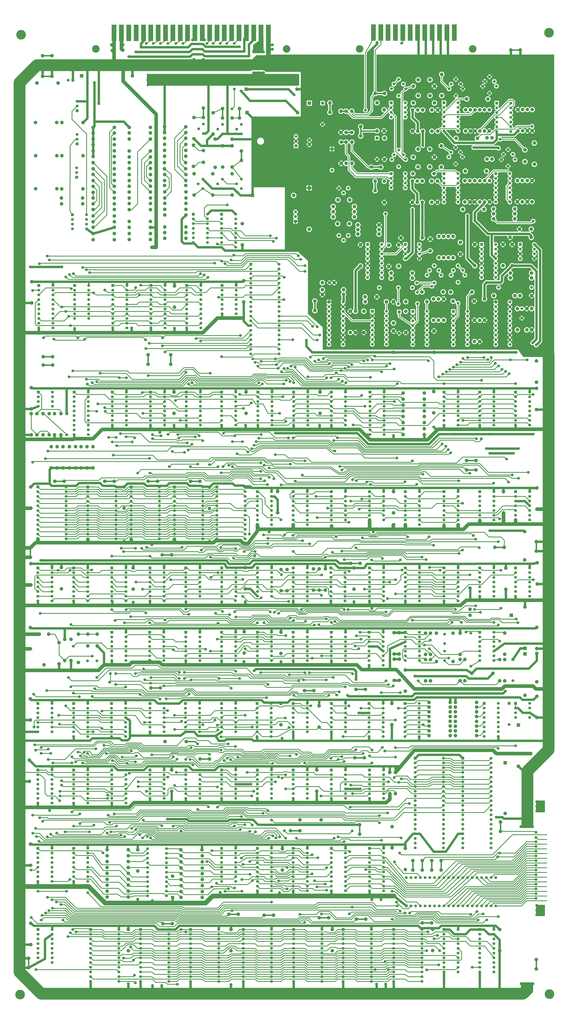
<source format=gbr>
%TF.GenerationSoftware,KiCad,Pcbnew,(6.0.1-0)*%
%TF.CreationDate,2022-02-08T11:31:05-05:00*%
%TF.ProjectId,atari_gravitar_black_widow,61746172-695f-4677-9261-76697461725f,rev?*%
%TF.SameCoordinates,Original*%
%TF.FileFunction,Copper,L1,Top*%
%TF.FilePolarity,Positive*%
%FSLAX46Y46*%
G04 Gerber Fmt 4.6, Leading zero omitted, Abs format (unit mm)*
G04 Created by KiCad (PCBNEW (6.0.1-0)) date 2022-02-08 11:31:05*
%MOMM*%
%LPD*%
G01*
G04 APERTURE LIST*
%TA.AperFunction,ComponentPad*%
%ADD10C,1.905000*%
%TD*%
%TA.AperFunction,ComponentPad*%
%ADD11R,1.524000X1.524000*%
%TD*%
%TA.AperFunction,ComponentPad*%
%ADD12C,1.524000*%
%TD*%
%TA.AperFunction,ComponentPad*%
%ADD13R,1.905000X1.905000*%
%TD*%
%TA.AperFunction,ComponentPad*%
%ADD14C,4.064000*%
%TD*%
%TA.AperFunction,SMDPad,CuDef*%
%ADD15R,2.540000X8.890000*%
%TD*%
%TA.AperFunction,ComponentPad*%
%ADD16C,5.207000*%
%TD*%
%TA.AperFunction,ViaPad*%
%ADD17C,1.524000*%
%TD*%
%TA.AperFunction,Conductor*%
%ADD18C,0.381000*%
%TD*%
%TA.AperFunction,Conductor*%
%ADD19C,0.762000*%
%TD*%
%TA.AperFunction,Conductor*%
%ADD20C,1.905000*%
%TD*%
%TA.AperFunction,Conductor*%
%ADD21C,1.270000*%
%TD*%
%TA.AperFunction,Conductor*%
%ADD22C,6.350000*%
%TD*%
%TA.AperFunction,Conductor*%
%ADD23C,2.540000*%
%TD*%
%TA.AperFunction,Conductor*%
%ADD24C,1.524000*%
%TD*%
%TA.AperFunction,Conductor*%
%ADD25C,3.810000*%
%TD*%
%TA.AperFunction,Conductor*%
%ADD26C,0.250000*%
%TD*%
G04 APERTURE END LIST*
D10*
X59156600Y-112826800D03*
X70586600Y-112826800D03*
X212471000Y-87630000D03*
X212471000Y-99060000D03*
X297942000Y-351917000D03*
X297942000Y-363347000D03*
D11*
X303784000Y-389763000D03*
D12*
X303784000Y-392303000D03*
X303784000Y-394843000D03*
X303784000Y-397383000D03*
X311404000Y-397383000D03*
X311404000Y-394843000D03*
X311404000Y-392303000D03*
X311404000Y-389763000D03*
D10*
X214376000Y-118745000D03*
X208026000Y-118745000D03*
X42418000Y-273304000D03*
X42418000Y-284734000D03*
X150368000Y-511556000D03*
X150368000Y-522986000D03*
X209677000Y-70993000D03*
X209677000Y-82423000D03*
D11*
X145288000Y-126492000D03*
D12*
X145288000Y-129032000D03*
X145288000Y-131572000D03*
X145288000Y-134112000D03*
X145288000Y-136652000D03*
X145288000Y-139192000D03*
X145288000Y-141732000D03*
X145288000Y-144272000D03*
X152908000Y-144272000D03*
X152908000Y-141732000D03*
X152908000Y-139192000D03*
X152908000Y-136652000D03*
X152908000Y-134112000D03*
X152908000Y-131572000D03*
X152908000Y-129032000D03*
X152908000Y-126492000D03*
X238252000Y-94488000D03*
X240792000Y-91948000D03*
X243332000Y-94488000D03*
D11*
X142748000Y-273304000D03*
D12*
X142748000Y-275844000D03*
X142748000Y-278384000D03*
X142748000Y-280924000D03*
X142748000Y-283464000D03*
X142748000Y-286004000D03*
X142748000Y-288544000D03*
X142748000Y-291084000D03*
X142748000Y-293624000D03*
X142748000Y-296164000D03*
X142748000Y-298704000D03*
X142748000Y-301244000D03*
X157988000Y-301244000D03*
X157988000Y-298704000D03*
X157988000Y-296164000D03*
X157988000Y-293624000D03*
X157988000Y-291084000D03*
X157988000Y-288544000D03*
X157988000Y-286004000D03*
X157988000Y-283464000D03*
X157988000Y-280924000D03*
X157988000Y-278384000D03*
X157988000Y-275844000D03*
X157988000Y-273304000D03*
D10*
X244348000Y-479298000D03*
X244348000Y-467868000D03*
X315341000Y-385953000D03*
X315341000Y-397383000D03*
X238252000Y-363220000D03*
X238252000Y-351790000D03*
X42926000Y-162814000D03*
X42926000Y-174244000D03*
X287020000Y-183515000D03*
X287020000Y-172085000D03*
D12*
X238252000Y-56388000D03*
X240792000Y-53848000D03*
X243332000Y-56388000D03*
X267970000Y-58928000D03*
D10*
X263652000Y-479552000D03*
X263652000Y-474472000D03*
X134874000Y-487934000D03*
X123444000Y-487934000D03*
D12*
X203454000Y-163322000D03*
D13*
X298196000Y-421767000D03*
D10*
X298196000Y-449072000D03*
D14*
X219710000Y-37465000D03*
D11*
X145288000Y-467868000D03*
D12*
X145288000Y-470408000D03*
X145288000Y-472948000D03*
X145288000Y-475488000D03*
X145288000Y-478028000D03*
X145288000Y-480568000D03*
X145288000Y-483108000D03*
X145288000Y-485648000D03*
X152908000Y-485648000D03*
X152908000Y-483108000D03*
X152908000Y-480568000D03*
X152908000Y-478028000D03*
X152908000Y-475488000D03*
X152908000Y-472948000D03*
X152908000Y-470408000D03*
X152908000Y-467868000D03*
D10*
X145923000Y-89662000D03*
X145923000Y-101092000D03*
X140716000Y-83312000D03*
X140716000Y-71882000D03*
X130505200Y-116128800D03*
X130505200Y-104698800D03*
D11*
X210820000Y-511556000D03*
D12*
X210820000Y-514096000D03*
X210820000Y-516636000D03*
X210820000Y-519176000D03*
X210820000Y-521716000D03*
X210820000Y-524256000D03*
X210820000Y-526796000D03*
X210820000Y-529336000D03*
X210820000Y-531876000D03*
X210820000Y-534416000D03*
X210820000Y-536956000D03*
X210820000Y-539496000D03*
X226060000Y-539496000D03*
X226060000Y-536956000D03*
X226060000Y-534416000D03*
X226060000Y-531876000D03*
X226060000Y-529336000D03*
X226060000Y-526796000D03*
X226060000Y-524256000D03*
X226060000Y-521716000D03*
X226060000Y-519176000D03*
X226060000Y-516636000D03*
X226060000Y-514096000D03*
X226060000Y-511556000D03*
D10*
X114554000Y-82550000D03*
X125984000Y-82550000D03*
D11*
X185420000Y-89662000D03*
D12*
X185420000Y-87122000D03*
X185420000Y-84582000D03*
D10*
X49123600Y-203149200D03*
X54203600Y-203149200D03*
X248666000Y-95758000D03*
X260096000Y-95758000D03*
X279400000Y-81661000D03*
X279400000Y-70231000D03*
X309880000Y-177292000D03*
X309880000Y-188722000D03*
X230251000Y-134747000D03*
X218821000Y-134747000D03*
X56515000Y-94996000D03*
X45085000Y-94996000D03*
X76073000Y-120904000D03*
X87503000Y-120904000D03*
D11*
X86106000Y-425704000D03*
D12*
X86106000Y-428244000D03*
X86106000Y-430784000D03*
X86106000Y-433324000D03*
X86106000Y-435864000D03*
X86106000Y-438404000D03*
X86106000Y-440944000D03*
X86106000Y-443484000D03*
X93726000Y-443484000D03*
X93726000Y-440944000D03*
X93726000Y-438404000D03*
X93726000Y-435864000D03*
X93726000Y-433324000D03*
X93726000Y-430784000D03*
X93726000Y-428244000D03*
X93726000Y-425704000D03*
D10*
X243205000Y-226060000D03*
X254635000Y-226060000D03*
X237998000Y-173583600D03*
X237998000Y-185013600D03*
D13*
X305308000Y-401447000D03*
D10*
X305308000Y-423672000D03*
X248285000Y-81788000D03*
X248285000Y-70358000D03*
X87376000Y-270256000D03*
X82296000Y-270256000D03*
D11*
X164592000Y-351536000D03*
D12*
X164592000Y-354076000D03*
X164592000Y-356616000D03*
X164592000Y-359156000D03*
X164592000Y-361696000D03*
X164592000Y-364236000D03*
X164592000Y-366776000D03*
X172212000Y-366776000D03*
X172212000Y-364236000D03*
X172212000Y-361696000D03*
X172212000Y-359156000D03*
X172212000Y-356616000D03*
X172212000Y-354076000D03*
X172212000Y-351536000D03*
D10*
X76073000Y-82804000D03*
X87503000Y-82804000D03*
D11*
X96520000Y-273304000D03*
D12*
X96520000Y-275844000D03*
X96520000Y-278384000D03*
X96520000Y-280924000D03*
X96520000Y-283464000D03*
X96520000Y-286004000D03*
X96520000Y-288544000D03*
X96520000Y-291084000D03*
X96520000Y-293624000D03*
X96520000Y-296164000D03*
X96520000Y-298704000D03*
X96520000Y-301244000D03*
X111760000Y-301244000D03*
X111760000Y-298704000D03*
X111760000Y-296164000D03*
X111760000Y-293624000D03*
X111760000Y-291084000D03*
X111760000Y-288544000D03*
X111760000Y-286004000D03*
X111760000Y-283464000D03*
X111760000Y-280924000D03*
X111760000Y-278384000D03*
X111760000Y-275844000D03*
X111760000Y-273304000D03*
D10*
X187579000Y-458343000D03*
X182499000Y-458343000D03*
X232918000Y-81661000D03*
X232918000Y-70231000D03*
X114706400Y-117703600D03*
X126136400Y-117703600D03*
X295656000Y-453644000D03*
X295656000Y-458724000D03*
D11*
X74676000Y-511556000D03*
D12*
X74676000Y-514096000D03*
X74676000Y-516636000D03*
X74676000Y-519176000D03*
X74676000Y-521716000D03*
X74676000Y-524256000D03*
X74676000Y-526796000D03*
X74676000Y-529336000D03*
X74676000Y-531876000D03*
X74676000Y-534416000D03*
X74676000Y-536956000D03*
X74676000Y-539496000D03*
X89916000Y-539496000D03*
X89916000Y-536956000D03*
X89916000Y-534416000D03*
X89916000Y-531876000D03*
X89916000Y-529336000D03*
X89916000Y-526796000D03*
X89916000Y-524256000D03*
X89916000Y-521716000D03*
X89916000Y-519176000D03*
X89916000Y-516636000D03*
X89916000Y-514096000D03*
X89916000Y-511556000D03*
D10*
X76073000Y-92329000D03*
X87503000Y-92329000D03*
X83566000Y-490855000D03*
X94996000Y-490855000D03*
X55245000Y-245237000D03*
X55245000Y-233807000D03*
D11*
X86106000Y-351536000D03*
D12*
X86106000Y-354076000D03*
X86106000Y-356616000D03*
X86106000Y-359156000D03*
X86106000Y-361696000D03*
X86106000Y-364236000D03*
X86106000Y-366776000D03*
X93726000Y-366776000D03*
X93726000Y-364236000D03*
X93726000Y-361696000D03*
X93726000Y-359156000D03*
X93726000Y-356616000D03*
X93726000Y-354076000D03*
X93726000Y-351536000D03*
D10*
X237109000Y-389890000D03*
X237109000Y-401320000D03*
X70358000Y-117729000D03*
X58928000Y-117729000D03*
X229108000Y-66421000D03*
X229108000Y-81661000D03*
D11*
X244348000Y-275844000D03*
D12*
X244348000Y-278384000D03*
X244348000Y-280924000D03*
X244348000Y-283464000D03*
X244348000Y-286004000D03*
X244348000Y-288544000D03*
X244348000Y-291084000D03*
X244348000Y-293624000D03*
X251968000Y-293624000D03*
X251968000Y-291084000D03*
X251968000Y-288544000D03*
X251968000Y-286004000D03*
X251968000Y-283464000D03*
X251968000Y-280924000D03*
X251968000Y-278384000D03*
X251968000Y-275844000D03*
D10*
X114655600Y-126847600D03*
X126085600Y-126847600D03*
D11*
X65151000Y-54356000D03*
D12*
X62611000Y-54356000D03*
X275209000Y-95631000D03*
D11*
X85979000Y-389890000D03*
D12*
X85979000Y-392430000D03*
X85979000Y-394970000D03*
X85979000Y-397510000D03*
X85979000Y-400050000D03*
X85979000Y-402590000D03*
X85979000Y-405130000D03*
X85979000Y-407670000D03*
X93599000Y-407670000D03*
X93599000Y-405130000D03*
X93599000Y-402590000D03*
X93599000Y-400050000D03*
X93599000Y-397510000D03*
X93599000Y-394970000D03*
X93599000Y-392430000D03*
X93599000Y-389890000D03*
D10*
X68072000Y-352552000D03*
X68072000Y-367792000D03*
X59182000Y-77089000D03*
X70612000Y-77089000D03*
X312674000Y-108331000D03*
X312674000Y-119761000D03*
D11*
X244348000Y-316865000D03*
D12*
X244348000Y-319405000D03*
X244348000Y-321945000D03*
X244348000Y-324485000D03*
X244348000Y-327025000D03*
X244348000Y-329565000D03*
X244348000Y-332105000D03*
X244348000Y-334645000D03*
X251968000Y-334645000D03*
X251968000Y-332105000D03*
X251968000Y-329565000D03*
X251968000Y-327025000D03*
X251968000Y-324485000D03*
X251968000Y-321945000D03*
X251968000Y-319405000D03*
X251968000Y-316865000D03*
D10*
X45720000Y-233807000D03*
X45720000Y-245237000D03*
D11*
X67437000Y-88646000D03*
D12*
X67437000Y-86106000D03*
X67437000Y-83566000D03*
D11*
X204470000Y-425704000D03*
D12*
X204470000Y-428244000D03*
X204470000Y-430784000D03*
X204470000Y-433324000D03*
X204470000Y-435864000D03*
X204470000Y-438404000D03*
X204470000Y-440944000D03*
X212090000Y-440944000D03*
X212090000Y-438404000D03*
X212090000Y-435864000D03*
X212090000Y-433324000D03*
X212090000Y-430784000D03*
X212090000Y-428244000D03*
X212090000Y-425704000D03*
D10*
X114706400Y-120650000D03*
X126136400Y-120650000D03*
X237998000Y-275844000D03*
X237998000Y-287274000D03*
D12*
X307213000Y-182372000D03*
X307213000Y-177292000D03*
D10*
X59817000Y-263017000D03*
X59817000Y-251587000D03*
X288417000Y-96774000D03*
X288417000Y-85344000D03*
D11*
X164592000Y-275844000D03*
D12*
X164592000Y-278384000D03*
X164592000Y-280924000D03*
X164592000Y-283464000D03*
X164592000Y-286004000D03*
X164592000Y-288544000D03*
X164592000Y-291084000D03*
X164592000Y-293624000D03*
X172212000Y-293624000D03*
X172212000Y-291084000D03*
X172212000Y-288544000D03*
X172212000Y-286004000D03*
X172212000Y-283464000D03*
X172212000Y-280924000D03*
X172212000Y-278384000D03*
X172212000Y-275844000D03*
D13*
X308864000Y-363220000D03*
D10*
X308864000Y-385445000D03*
X205486000Y-127889000D03*
X216916000Y-127889000D03*
X76073000Y-111506000D03*
X87503000Y-111506000D03*
X282829000Y-402082000D03*
X271399000Y-402082000D03*
X134874000Y-491109000D03*
X123444000Y-491109000D03*
D11*
X204851000Y-91313000D03*
D12*
X204851000Y-102743000D03*
D11*
X145288000Y-222250000D03*
D12*
X145288000Y-224790000D03*
X145288000Y-227330000D03*
X145288000Y-229870000D03*
X145288000Y-232410000D03*
X145288000Y-234950000D03*
X145288000Y-237490000D03*
X145288000Y-240030000D03*
X152908000Y-240030000D03*
X152908000Y-237490000D03*
X152908000Y-234950000D03*
X152908000Y-232410000D03*
X152908000Y-229870000D03*
X152908000Y-227330000D03*
X152908000Y-224790000D03*
X152908000Y-222250000D03*
D10*
X52324000Y-233807000D03*
X52324000Y-245237000D03*
X95504000Y-130352800D03*
X106934000Y-130352800D03*
D11*
X46355000Y-511556000D03*
D12*
X46355000Y-514096000D03*
X46355000Y-516636000D03*
X46355000Y-519176000D03*
X46355000Y-521716000D03*
X46355000Y-524256000D03*
X46355000Y-526796000D03*
X46355000Y-529336000D03*
X53975000Y-529336000D03*
X53975000Y-526796000D03*
X53975000Y-524256000D03*
X53975000Y-521716000D03*
X53975000Y-519176000D03*
X53975000Y-516636000D03*
X53975000Y-514096000D03*
X53975000Y-511556000D03*
D10*
X241046000Y-351790000D03*
X241046000Y-363220000D03*
D11*
X86106000Y-316865000D03*
D12*
X86106000Y-319405000D03*
X86106000Y-321945000D03*
X86106000Y-324485000D03*
X86106000Y-327025000D03*
X86106000Y-329565000D03*
X86106000Y-332105000D03*
X86106000Y-334645000D03*
X93726000Y-334645000D03*
X93726000Y-332105000D03*
X93726000Y-329565000D03*
X93726000Y-327025000D03*
X93726000Y-324485000D03*
X93726000Y-321945000D03*
X93726000Y-319405000D03*
X93726000Y-316865000D03*
X135509000Y-77978000D03*
X132969000Y-80518000D03*
X135509000Y-83058000D03*
D10*
X196596000Y-425704000D03*
X196596000Y-437134000D03*
X63246000Y-263017000D03*
X63246000Y-251587000D03*
X235458000Y-143129000D03*
X235458000Y-154559000D03*
X42418000Y-508254000D03*
X42418000Y-519684000D03*
X207899000Y-131572000D03*
X214249000Y-131572000D03*
D11*
X46228000Y-425704000D03*
D12*
X46228000Y-428244000D03*
X46228000Y-430784000D03*
X46228000Y-433324000D03*
X46228000Y-435864000D03*
X46228000Y-438404000D03*
X46228000Y-440944000D03*
X46228000Y-443484000D03*
X53848000Y-443484000D03*
X53848000Y-440944000D03*
X53848000Y-438404000D03*
X53848000Y-435864000D03*
X53848000Y-433324000D03*
X53848000Y-430784000D03*
X53848000Y-428244000D03*
X53848000Y-425704000D03*
D11*
X265176000Y-104648000D03*
D12*
X265176000Y-107188000D03*
X265176000Y-109728000D03*
X265176000Y-112268000D03*
X265176000Y-114808000D03*
X265176000Y-117348000D03*
X265176000Y-119888000D03*
X272796000Y-119888000D03*
X272796000Y-117348000D03*
X272796000Y-114808000D03*
X272796000Y-112268000D03*
X272796000Y-109728000D03*
X272796000Y-107188000D03*
X272796000Y-104648000D03*
D10*
X307594000Y-70104000D03*
X307594000Y-81534000D03*
X259715000Y-221996000D03*
X259715000Y-233426000D03*
X216916000Y-122301000D03*
X205486000Y-122301000D03*
X288163000Y-103251000D03*
X276733000Y-103251000D03*
D11*
X284480000Y-222250000D03*
D12*
X284480000Y-224790000D03*
X284480000Y-227330000D03*
X284480000Y-229870000D03*
X284480000Y-232410000D03*
X284480000Y-234950000D03*
X284480000Y-237490000D03*
X284480000Y-240030000D03*
X292100000Y-240030000D03*
X292100000Y-237490000D03*
X292100000Y-234950000D03*
X292100000Y-232410000D03*
X292100000Y-229870000D03*
X292100000Y-227330000D03*
X292100000Y-224790000D03*
X292100000Y-222250000D03*
D10*
X233172000Y-61468000D03*
X228092000Y-61468000D03*
X236728000Y-160909000D03*
X248158000Y-160909000D03*
X76073000Y-85979000D03*
X87503000Y-85979000D03*
X257175000Y-407162000D03*
X268605000Y-407162000D03*
D13*
X158623000Y-59182000D03*
D10*
X185928000Y-59182000D03*
X42164000Y-348996000D03*
X42164000Y-360426000D03*
X134874000Y-471805000D03*
X123444000Y-471805000D03*
X157226000Y-162306000D03*
X157226000Y-173736000D03*
D11*
X225044000Y-275844000D03*
D12*
X225044000Y-278384000D03*
X225044000Y-280924000D03*
X225044000Y-283464000D03*
X225044000Y-286004000D03*
X225044000Y-288544000D03*
X225044000Y-291084000D03*
X232664000Y-291084000D03*
X232664000Y-288544000D03*
X232664000Y-286004000D03*
X232664000Y-283464000D03*
X232664000Y-280924000D03*
X232664000Y-278384000D03*
X232664000Y-275844000D03*
D11*
X183896000Y-351536000D03*
D12*
X183896000Y-354076000D03*
X183896000Y-356616000D03*
X183896000Y-359156000D03*
X183896000Y-361696000D03*
X183896000Y-364236000D03*
X183896000Y-366776000D03*
X191516000Y-366776000D03*
X191516000Y-364236000D03*
X191516000Y-361696000D03*
X191516000Y-359156000D03*
X191516000Y-356616000D03*
X191516000Y-354076000D03*
X191516000Y-351536000D03*
D11*
X226568000Y-178689000D03*
D12*
X226568000Y-181229000D03*
X226568000Y-183769000D03*
X226568000Y-186309000D03*
X226568000Y-188849000D03*
X226568000Y-191389000D03*
X226568000Y-193929000D03*
X226568000Y-196469000D03*
X234188000Y-196469000D03*
X234188000Y-193929000D03*
X234188000Y-191389000D03*
X234188000Y-188849000D03*
X234188000Y-186309000D03*
X234188000Y-183769000D03*
X234188000Y-181229000D03*
X234188000Y-178689000D03*
D10*
X114554000Y-88900000D03*
X125984000Y-88900000D03*
X282829000Y-391795000D03*
X271399000Y-391795000D03*
D15*
X227177600Y-28702000D03*
X231140000Y-28702000D03*
X235102400Y-28702000D03*
X239064800Y-28702000D03*
X243027200Y-28702000D03*
X246989600Y-28702000D03*
X250952000Y-28702000D03*
X254914400Y-28702000D03*
X258876800Y-28702000D03*
X262839200Y-28702000D03*
X266801600Y-28702000D03*
X270764000Y-28702000D03*
D11*
X244348000Y-351536000D03*
D12*
X244348000Y-354076000D03*
X244348000Y-356616000D03*
X244348000Y-359156000D03*
X244348000Y-361696000D03*
X244348000Y-364236000D03*
X244348000Y-366776000D03*
X251968000Y-366776000D03*
X251968000Y-364236000D03*
X251968000Y-361696000D03*
X251968000Y-359156000D03*
X251968000Y-356616000D03*
X251968000Y-354076000D03*
X251968000Y-351536000D03*
X244602000Y-97028000D03*
D10*
X271780000Y-85598000D03*
X283210000Y-85598000D03*
X53848000Y-41148000D03*
X48768000Y-41148000D03*
X49123600Y-207670400D03*
X54203600Y-207670400D03*
X297053000Y-154178000D03*
X297053000Y-142748000D03*
X95504000Y-82677000D03*
X106934000Y-82677000D03*
D12*
X155956000Y-78105000D03*
X153416000Y-80645000D03*
X155956000Y-83185000D03*
D10*
X194818000Y-328803000D03*
X194818000Y-317373000D03*
D11*
X145542000Y-164846000D03*
D12*
X145542000Y-167386000D03*
X145542000Y-169926000D03*
X145542000Y-172466000D03*
X145542000Y-175006000D03*
X145542000Y-177546000D03*
X145542000Y-180086000D03*
X153162000Y-180086000D03*
X153162000Y-177546000D03*
X153162000Y-175006000D03*
X153162000Y-172466000D03*
X153162000Y-169926000D03*
X153162000Y-167386000D03*
X153162000Y-164846000D03*
D10*
X110744000Y-270256000D03*
X105664000Y-270256000D03*
D12*
X155956000Y-107569000D03*
X153416000Y-110109000D03*
X155956000Y-112649000D03*
D10*
X150977600Y-86106000D03*
X150977600Y-74676000D03*
X312547000Y-177292000D03*
X312547000Y-188722000D03*
D11*
X46736000Y-164846000D03*
D12*
X46736000Y-167386000D03*
X46736000Y-169926000D03*
X46736000Y-172466000D03*
X46736000Y-175006000D03*
X46736000Y-177546000D03*
X46736000Y-180086000D03*
X46736000Y-182626000D03*
X46736000Y-185166000D03*
X46736000Y-187706000D03*
X54356000Y-187706000D03*
X54356000Y-185166000D03*
X54356000Y-182626000D03*
X54356000Y-180086000D03*
X54356000Y-177546000D03*
X54356000Y-175006000D03*
X54356000Y-172466000D03*
X54356000Y-169926000D03*
X54356000Y-167386000D03*
X54356000Y-164846000D03*
D10*
X197993000Y-328803000D03*
X197993000Y-317373000D03*
X209804000Y-87630000D03*
X209804000Y-99060000D03*
X119888000Y-165100000D03*
X119888000Y-176530000D03*
X141859000Y-85979000D03*
X141859000Y-101219000D03*
D11*
X65532000Y-425704000D03*
D12*
X65532000Y-428244000D03*
X65532000Y-430784000D03*
X65532000Y-433324000D03*
X65532000Y-435864000D03*
X65532000Y-438404000D03*
X65532000Y-440944000D03*
X65532000Y-443484000D03*
X73152000Y-443484000D03*
X73152000Y-440944000D03*
X73152000Y-438404000D03*
X73152000Y-435864000D03*
X73152000Y-433324000D03*
X73152000Y-430784000D03*
X73152000Y-428244000D03*
X73152000Y-425704000D03*
X145796000Y-78105000D03*
X143256000Y-80645000D03*
X145796000Y-83185000D03*
D11*
X164465000Y-389890000D03*
D12*
X164465000Y-392430000D03*
X164465000Y-394970000D03*
X164465000Y-397510000D03*
X164465000Y-400050000D03*
X164465000Y-402590000D03*
X164465000Y-405130000D03*
X164465000Y-407670000D03*
X172085000Y-407670000D03*
X172085000Y-405130000D03*
X172085000Y-402590000D03*
X172085000Y-400050000D03*
X172085000Y-397510000D03*
X172085000Y-394970000D03*
X172085000Y-392430000D03*
X172085000Y-389890000D03*
D11*
X293674800Y-66700400D03*
D12*
X293674800Y-69240400D03*
X293674800Y-71780400D03*
X293674800Y-74320400D03*
X293674800Y-76860400D03*
X293674800Y-79400400D03*
X293674800Y-81940400D03*
X301294800Y-81940400D03*
X301294800Y-79400400D03*
X301294800Y-76860400D03*
X301294800Y-74320400D03*
X301294800Y-71780400D03*
X301294800Y-69240400D03*
X301294800Y-66700400D03*
D10*
X259080000Y-511429000D03*
X259080000Y-522859000D03*
X94996000Y-511556000D03*
X94996000Y-522986000D03*
X312801000Y-81534000D03*
X312801000Y-70104000D03*
X41656000Y-420370000D03*
X41656000Y-431800000D03*
D11*
X125984000Y-351536000D03*
D12*
X125984000Y-354076000D03*
X125984000Y-356616000D03*
X125984000Y-359156000D03*
X125984000Y-361696000D03*
X125984000Y-364236000D03*
X125984000Y-366776000D03*
X133604000Y-366776000D03*
X133604000Y-364236000D03*
X133604000Y-361696000D03*
X133604000Y-359156000D03*
X133604000Y-356616000D03*
X133604000Y-354076000D03*
X133604000Y-351536000D03*
D11*
X265176000Y-511556000D03*
D12*
X265176000Y-514096000D03*
X265176000Y-516636000D03*
X265176000Y-519176000D03*
X265176000Y-521716000D03*
X265176000Y-524256000D03*
X265176000Y-526796000D03*
X265176000Y-529336000D03*
X265176000Y-531876000D03*
X265176000Y-534416000D03*
X272796000Y-534416000D03*
X272796000Y-531876000D03*
X272796000Y-529336000D03*
X272796000Y-526796000D03*
X272796000Y-524256000D03*
X272796000Y-521716000D03*
X272796000Y-519176000D03*
X272796000Y-516636000D03*
X272796000Y-514096000D03*
X272796000Y-511556000D03*
D10*
X114655600Y-105105200D03*
X126085600Y-105105200D03*
X177292000Y-389890000D03*
X177292000Y-401320000D03*
X217525600Y-190144400D03*
X217525600Y-178714400D03*
X262509000Y-149860000D03*
X262509000Y-138430000D03*
X300990000Y-160782000D03*
X312420000Y-160782000D03*
D11*
X126238000Y-222250000D03*
D12*
X126238000Y-224790000D03*
X126238000Y-227330000D03*
X126238000Y-229870000D03*
X126238000Y-232410000D03*
X126238000Y-234950000D03*
X126238000Y-237490000D03*
X126238000Y-240030000D03*
X133858000Y-240030000D03*
X133858000Y-237490000D03*
X133858000Y-234950000D03*
X133858000Y-232410000D03*
X133858000Y-229870000D03*
X133858000Y-227330000D03*
X133858000Y-224790000D03*
X133858000Y-222250000D03*
D13*
X69913500Y-51943000D03*
D10*
X97218500Y-51943000D03*
X308864000Y-98171000D03*
X308864000Y-91821000D03*
D11*
X46228000Y-316865000D03*
D12*
X46228000Y-319405000D03*
X46228000Y-321945000D03*
X46228000Y-324485000D03*
X46228000Y-327025000D03*
X46228000Y-329565000D03*
X46228000Y-332105000D03*
X46228000Y-334645000D03*
X53848000Y-334645000D03*
X53848000Y-332105000D03*
X53848000Y-329565000D03*
X53848000Y-327025000D03*
X53848000Y-324485000D03*
X53848000Y-321945000D03*
X53848000Y-319405000D03*
X53848000Y-316865000D03*
D11*
X284480000Y-511556000D03*
D12*
X284480000Y-514096000D03*
X284480000Y-516636000D03*
X284480000Y-519176000D03*
X284480000Y-521716000D03*
X284480000Y-524256000D03*
X284480000Y-526796000D03*
X284480000Y-529336000D03*
X284480000Y-531876000D03*
X284480000Y-534416000D03*
X292100000Y-534416000D03*
X292100000Y-531876000D03*
X292100000Y-529336000D03*
X292100000Y-526796000D03*
X292100000Y-524256000D03*
X292100000Y-521716000D03*
X292100000Y-519176000D03*
X292100000Y-516636000D03*
X292100000Y-514096000D03*
X292100000Y-511556000D03*
D11*
X145288000Y-351536000D03*
D12*
X145288000Y-354076000D03*
X145288000Y-356616000D03*
X145288000Y-359156000D03*
X145288000Y-361696000D03*
X145288000Y-364236000D03*
X145288000Y-366776000D03*
X152908000Y-366776000D03*
X152908000Y-364236000D03*
X152908000Y-361696000D03*
X152908000Y-359156000D03*
X152908000Y-356616000D03*
X152908000Y-354076000D03*
X152908000Y-351536000D03*
D10*
X216662000Y-316865000D03*
X216662000Y-328295000D03*
X100076000Y-468630000D03*
X100076000Y-480060000D03*
X282829000Y-396875000D03*
X271399000Y-396875000D03*
X83566000Y-481330000D03*
X94996000Y-481330000D03*
X197866000Y-402590000D03*
X197866000Y-391160000D03*
X83566000Y-484505000D03*
X94996000Y-484505000D03*
X155956000Y-97536000D03*
X155956000Y-92456000D03*
D11*
X225044000Y-467868000D03*
D12*
X225044000Y-470408000D03*
X225044000Y-472948000D03*
X225044000Y-475488000D03*
X225044000Y-478028000D03*
X225044000Y-480568000D03*
X225044000Y-483108000D03*
X225044000Y-485648000D03*
X225044000Y-488188000D03*
X225044000Y-490728000D03*
X232664000Y-490728000D03*
X232664000Y-488188000D03*
X232664000Y-485648000D03*
X232664000Y-483108000D03*
X232664000Y-480568000D03*
X232664000Y-478028000D03*
X232664000Y-475488000D03*
X232664000Y-472948000D03*
X232664000Y-470408000D03*
X232664000Y-467868000D03*
D11*
X204470000Y-467868000D03*
D12*
X204470000Y-470408000D03*
X204470000Y-472948000D03*
X204470000Y-475488000D03*
X204470000Y-478028000D03*
X204470000Y-480568000D03*
X204470000Y-483108000D03*
X204470000Y-485648000D03*
X204470000Y-488188000D03*
X204470000Y-490728000D03*
X212090000Y-490728000D03*
X212090000Y-488188000D03*
X212090000Y-485648000D03*
X212090000Y-483108000D03*
X212090000Y-480568000D03*
X212090000Y-478028000D03*
X212090000Y-475488000D03*
X212090000Y-472948000D03*
X212090000Y-470408000D03*
X212090000Y-467868000D03*
D10*
X279146000Y-119888000D03*
X279146000Y-108458000D03*
X315214000Y-348869000D03*
X315214000Y-360299000D03*
X201295000Y-317373000D03*
X201295000Y-328803000D03*
D13*
X192659000Y-66675000D03*
D10*
X192659000Y-88900000D03*
D12*
X105410000Y-467995000D03*
X105410000Y-470535000D03*
X105410000Y-473075000D03*
X105410000Y-475615000D03*
X105410000Y-478155000D03*
X105410000Y-480695000D03*
X105410000Y-483235000D03*
X105410000Y-485775000D03*
X105410000Y-488315000D03*
X105410000Y-490855000D03*
X105410000Y-493395000D03*
X115570000Y-493395000D03*
X115570000Y-490855000D03*
X115570000Y-488315000D03*
X115570000Y-485775000D03*
X115570000Y-483235000D03*
X115570000Y-480695000D03*
X115570000Y-478155000D03*
X115570000Y-475615000D03*
X115570000Y-473075000D03*
X115570000Y-470535000D03*
X115570000Y-467995000D03*
D10*
X114706400Y-114427000D03*
X126136400Y-114427000D03*
D11*
X203200000Y-173736000D03*
D12*
X203200000Y-176276000D03*
X203200000Y-178816000D03*
X203200000Y-181356000D03*
X203200000Y-183896000D03*
X203200000Y-186436000D03*
X203200000Y-188976000D03*
X203200000Y-191516000D03*
X203200000Y-194056000D03*
X203200000Y-196596000D03*
X210820000Y-196596000D03*
X210820000Y-194056000D03*
X210820000Y-191516000D03*
X210820000Y-188976000D03*
X210820000Y-186436000D03*
X210820000Y-183896000D03*
X210820000Y-181356000D03*
X210820000Y-178816000D03*
X210820000Y-176276000D03*
X210820000Y-173736000D03*
D11*
X106934000Y-222250000D03*
D12*
X106934000Y-224790000D03*
X106934000Y-227330000D03*
X106934000Y-229870000D03*
X106934000Y-232410000D03*
X106934000Y-234950000D03*
X106934000Y-237490000D03*
X106934000Y-240030000D03*
X114554000Y-240030000D03*
X114554000Y-237490000D03*
X114554000Y-234950000D03*
X114554000Y-232410000D03*
X114554000Y-229870000D03*
X114554000Y-227330000D03*
X114554000Y-224790000D03*
X114554000Y-222250000D03*
D10*
X312496200Y-170281600D03*
X306146200Y-170281600D03*
X275336000Y-123825000D03*
X286766000Y-123825000D03*
X280289000Y-168402000D03*
X268859000Y-168402000D03*
D11*
X285496000Y-142748000D03*
D12*
X285496000Y-145288000D03*
X285496000Y-147828000D03*
X285496000Y-150368000D03*
X285496000Y-152908000D03*
X285496000Y-155448000D03*
X285496000Y-157988000D03*
X285496000Y-160528000D03*
X293116000Y-160528000D03*
X293116000Y-157988000D03*
X293116000Y-155448000D03*
X293116000Y-152908000D03*
X293116000Y-150368000D03*
X293116000Y-147828000D03*
X293116000Y-145288000D03*
X293116000Y-142748000D03*
D10*
X117856000Y-207264000D03*
X117856000Y-202184000D03*
X211074000Y-169672000D03*
X199644000Y-169672000D03*
X248158000Y-158115000D03*
X236728000Y-158115000D03*
D12*
X297307000Y-94234000D03*
X299847000Y-91694000D03*
X302387000Y-94234000D03*
D11*
X183896000Y-467868000D03*
D12*
X183896000Y-470408000D03*
X183896000Y-472948000D03*
X183896000Y-475488000D03*
X183896000Y-478028000D03*
X183896000Y-480568000D03*
X183896000Y-483108000D03*
X183896000Y-485648000D03*
X183896000Y-488188000D03*
X183896000Y-490728000D03*
X191516000Y-490728000D03*
X191516000Y-488188000D03*
X191516000Y-485648000D03*
X191516000Y-483108000D03*
X191516000Y-480568000D03*
X191516000Y-478028000D03*
X191516000Y-475488000D03*
X191516000Y-472948000D03*
X191516000Y-470408000D03*
X191516000Y-467868000D03*
D11*
X67183000Y-106553000D03*
D12*
X67183000Y-104013000D03*
X67183000Y-101473000D03*
D10*
X83566000Y-471805000D03*
X94996000Y-471805000D03*
X97663000Y-316865000D03*
X97663000Y-328295000D03*
X69545200Y-262991600D03*
X69545200Y-251561600D03*
X95504000Y-108331000D03*
X106934000Y-108331000D03*
D13*
X301498000Y-342392000D03*
D10*
X279273000Y-342392000D03*
X300863000Y-138938000D03*
X312293000Y-138938000D03*
D11*
X106680000Y-425704000D03*
D12*
X106680000Y-428244000D03*
X106680000Y-430784000D03*
X106680000Y-433324000D03*
X106680000Y-435864000D03*
X106680000Y-438404000D03*
X106680000Y-440944000D03*
X114300000Y-440944000D03*
X114300000Y-438404000D03*
X114300000Y-435864000D03*
X114300000Y-433324000D03*
X114300000Y-430784000D03*
X114300000Y-428244000D03*
X114300000Y-425704000D03*
X257429000Y-156718000D03*
X259969000Y-154178000D03*
X262509000Y-156718000D03*
D11*
X164592000Y-425704000D03*
D12*
X164592000Y-428244000D03*
X164592000Y-430784000D03*
X164592000Y-433324000D03*
X164592000Y-435864000D03*
X164592000Y-438404000D03*
X164592000Y-440944000D03*
X172212000Y-440944000D03*
X172212000Y-438404000D03*
X172212000Y-435864000D03*
X172212000Y-433324000D03*
X172212000Y-430784000D03*
X172212000Y-428244000D03*
X172212000Y-425704000D03*
D10*
X303403000Y-128905000D03*
X291973000Y-128905000D03*
D12*
X269113000Y-159258000D03*
D11*
X204470000Y-275844000D03*
D12*
X204470000Y-278384000D03*
X204470000Y-280924000D03*
X204470000Y-283464000D03*
X204470000Y-286004000D03*
X204470000Y-288544000D03*
X204470000Y-291084000D03*
X212090000Y-291084000D03*
X212090000Y-288544000D03*
X212090000Y-286004000D03*
X212090000Y-283464000D03*
X212090000Y-280924000D03*
X212090000Y-278384000D03*
X212090000Y-275844000D03*
D11*
X303784000Y-222250000D03*
D12*
X303784000Y-224790000D03*
X303784000Y-227330000D03*
X303784000Y-229870000D03*
X303784000Y-232410000D03*
X303784000Y-234950000D03*
X303784000Y-237490000D03*
X303784000Y-240030000D03*
X311404000Y-240030000D03*
X311404000Y-237490000D03*
X311404000Y-234950000D03*
X311404000Y-232410000D03*
X311404000Y-229870000D03*
X311404000Y-227330000D03*
X311404000Y-224790000D03*
X311404000Y-222250000D03*
D10*
X42164000Y-387350000D03*
X42164000Y-398780000D03*
X95504000Y-85979000D03*
X106934000Y-85979000D03*
X308737000Y-312547000D03*
X308737000Y-297307000D03*
X203708000Y-71628000D03*
X203708000Y-66548000D03*
X305943000Y-134493000D03*
X312293000Y-134493000D03*
X251206000Y-91440000D03*
X257556000Y-91440000D03*
D11*
X236728000Y-66548000D03*
D12*
X236728000Y-69088000D03*
X236728000Y-71628000D03*
X236728000Y-74168000D03*
X244348000Y-74168000D03*
X244348000Y-71628000D03*
X244348000Y-69088000D03*
X244348000Y-66548000D03*
X208534000Y-112425000D03*
X211074000Y-114965000D03*
X213614000Y-112425000D03*
D16*
X321868800Y-28727400D03*
D10*
X282829000Y-389255000D03*
X271399000Y-389255000D03*
D11*
X125984000Y-316865000D03*
D12*
X125984000Y-319405000D03*
X125984000Y-321945000D03*
X125984000Y-324485000D03*
X125984000Y-327025000D03*
X125984000Y-329565000D03*
X125984000Y-332105000D03*
X133604000Y-332105000D03*
X133604000Y-329565000D03*
X133604000Y-327025000D03*
X133604000Y-324485000D03*
X133604000Y-321945000D03*
X133604000Y-319405000D03*
X133604000Y-316865000D03*
D10*
X157480000Y-351282000D03*
X157480000Y-362712000D03*
X238023400Y-189357000D03*
X238023400Y-200787000D03*
X76073000Y-133477000D03*
X87503000Y-133477000D03*
X52070000Y-352552000D03*
X46990000Y-352552000D03*
X49530000Y-369062000D03*
D11*
X183896000Y-316865000D03*
D12*
X183896000Y-319405000D03*
X183896000Y-321945000D03*
X183896000Y-324485000D03*
X183896000Y-327025000D03*
X183896000Y-329565000D03*
X183896000Y-332105000D03*
X183896000Y-334645000D03*
X191516000Y-334645000D03*
X191516000Y-332105000D03*
X191516000Y-329565000D03*
X191516000Y-327025000D03*
X191516000Y-324485000D03*
X191516000Y-321945000D03*
X191516000Y-319405000D03*
X191516000Y-316865000D03*
D11*
X145415000Y-316865000D03*
D12*
X145415000Y-319405000D03*
X145415000Y-321945000D03*
X145415000Y-324485000D03*
X145415000Y-327025000D03*
X145415000Y-329565000D03*
X145415000Y-332105000D03*
X153035000Y-332105000D03*
X153035000Y-329565000D03*
X153035000Y-327025000D03*
X153035000Y-324485000D03*
X153035000Y-321945000D03*
X153035000Y-319405000D03*
X153035000Y-316865000D03*
X271526000Y-99441000D03*
D10*
X238379000Y-366014000D03*
X238379000Y-377444000D03*
X134874000Y-494284000D03*
X123444000Y-494284000D03*
X134874000Y-481457000D03*
X123444000Y-481457000D03*
X83566000Y-487680000D03*
X94996000Y-487680000D03*
D15*
X87350600Y-28829000D03*
X91313000Y-28829000D03*
X95275400Y-28829000D03*
X99237800Y-28829000D03*
X103200200Y-28829000D03*
X107162600Y-28829000D03*
X111125000Y-28829000D03*
X115087400Y-28829000D03*
X119049800Y-28829000D03*
X123012200Y-28829000D03*
X126974600Y-28829000D03*
X130937000Y-28829000D03*
X134899400Y-28829000D03*
X138861800Y-28829000D03*
X142824200Y-28829000D03*
X146786600Y-28829000D03*
X150749000Y-28829000D03*
X154711400Y-28829000D03*
X158673800Y-28829000D03*
X162636200Y-28829000D03*
X166598600Y-28829000D03*
X170561000Y-28829000D03*
D11*
X275336000Y-419354000D03*
D12*
X275336000Y-421894000D03*
X275336000Y-424434000D03*
X275336000Y-426974000D03*
X275336000Y-429514000D03*
X275336000Y-432054000D03*
X275336000Y-434594000D03*
X275336000Y-437134000D03*
X275336000Y-439674000D03*
X275336000Y-442214000D03*
X275336000Y-444754000D03*
X275336000Y-447294000D03*
X275336000Y-449834000D03*
X275336000Y-452374000D03*
X275336000Y-454914000D03*
X275336000Y-457454000D03*
X275336000Y-459994000D03*
X275336000Y-462534000D03*
X275336000Y-465074000D03*
X275336000Y-467614000D03*
X290576000Y-467614000D03*
X290576000Y-465074000D03*
X290576000Y-462534000D03*
X290576000Y-459994000D03*
X290576000Y-457454000D03*
X290576000Y-454914000D03*
X290576000Y-452374000D03*
X290576000Y-449834000D03*
X290576000Y-447294000D03*
X290576000Y-444754000D03*
X290576000Y-442214000D03*
X290576000Y-439674000D03*
X290576000Y-437134000D03*
X290576000Y-434594000D03*
X290576000Y-432054000D03*
X290576000Y-429514000D03*
X290576000Y-426974000D03*
X290576000Y-424434000D03*
X290576000Y-421894000D03*
X290576000Y-419354000D03*
X267843000Y-95631000D03*
D11*
X284480000Y-316865000D03*
D12*
X284480000Y-319405000D03*
X284480000Y-321945000D03*
X284480000Y-324485000D03*
X284480000Y-327025000D03*
X284480000Y-329565000D03*
X284480000Y-332105000D03*
X292100000Y-332105000D03*
X292100000Y-329565000D03*
X292100000Y-327025000D03*
X292100000Y-324485000D03*
X292100000Y-321945000D03*
X292100000Y-319405000D03*
X292100000Y-316865000D03*
D10*
X251333000Y-54102000D03*
X257683000Y-54102000D03*
X42672000Y-219837000D03*
X42672000Y-231267000D03*
X222758000Y-173583600D03*
X234188000Y-173583600D03*
X250825000Y-108585000D03*
X250825000Y-120015000D03*
X255270000Y-352044000D03*
X255270000Y-363474000D03*
D11*
X86614000Y-164846000D03*
D12*
X86614000Y-167386000D03*
X86614000Y-169926000D03*
X86614000Y-172466000D03*
X86614000Y-175006000D03*
X86614000Y-177546000D03*
X86614000Y-180086000D03*
X86614000Y-182626000D03*
X86614000Y-185166000D03*
X86614000Y-187706000D03*
X94234000Y-187706000D03*
X94234000Y-185166000D03*
X94234000Y-182626000D03*
X94234000Y-180086000D03*
X94234000Y-177546000D03*
X94234000Y-175006000D03*
X94234000Y-172466000D03*
X94234000Y-169926000D03*
X94234000Y-167386000D03*
X94234000Y-164846000D03*
D10*
X281660600Y-183540400D03*
X281660600Y-194970400D03*
X95504000Y-98679000D03*
X106934000Y-98679000D03*
X95504000Y-111379000D03*
X106934000Y-111379000D03*
D11*
X225298000Y-222250000D03*
D12*
X225298000Y-224790000D03*
X225298000Y-227330000D03*
X225298000Y-229870000D03*
X225298000Y-232410000D03*
X225298000Y-234950000D03*
X225298000Y-237490000D03*
X225298000Y-240030000D03*
X225298000Y-242570000D03*
X225298000Y-245110000D03*
X232918000Y-245110000D03*
X232918000Y-242570000D03*
X232918000Y-240030000D03*
X232918000Y-237490000D03*
X232918000Y-234950000D03*
X232918000Y-232410000D03*
X232918000Y-229870000D03*
X232918000Y-227330000D03*
X232918000Y-224790000D03*
X232918000Y-222250000D03*
D11*
X236728000Y-104648000D03*
D12*
X236728000Y-107188000D03*
X236728000Y-109728000D03*
X236728000Y-112268000D03*
X244348000Y-112268000D03*
X244348000Y-109728000D03*
X244348000Y-107188000D03*
X244348000Y-104648000D03*
D11*
X300355000Y-389763000D03*
D12*
X300355000Y-401193000D03*
D10*
X214757000Y-178689000D03*
X214757000Y-190119000D03*
X133604000Y-270256000D03*
X128524000Y-270256000D03*
X306324000Y-38100000D03*
X301244000Y-38100000D03*
D11*
X101600000Y-511556000D03*
D12*
X101600000Y-514096000D03*
X101600000Y-516636000D03*
X101600000Y-519176000D03*
X101600000Y-521716000D03*
X101600000Y-524256000D03*
X101600000Y-526796000D03*
X101600000Y-529336000D03*
X101600000Y-531876000D03*
X101600000Y-534416000D03*
X101600000Y-536956000D03*
X101600000Y-539496000D03*
X116840000Y-539496000D03*
X116840000Y-536956000D03*
X116840000Y-534416000D03*
X116840000Y-531876000D03*
X116840000Y-529336000D03*
X116840000Y-526796000D03*
X116840000Y-524256000D03*
X116840000Y-521716000D03*
X116840000Y-519176000D03*
X116840000Y-516636000D03*
X116840000Y-514096000D03*
X116840000Y-511556000D03*
D11*
X164719000Y-316865000D03*
D12*
X164719000Y-319405000D03*
X164719000Y-321945000D03*
X164719000Y-324485000D03*
X164719000Y-327025000D03*
X164719000Y-329565000D03*
X164719000Y-332105000D03*
X172339000Y-332105000D03*
X172339000Y-329565000D03*
X172339000Y-327025000D03*
X172339000Y-324485000D03*
X172339000Y-321945000D03*
X172339000Y-319405000D03*
X172339000Y-316865000D03*
D10*
X199009000Y-452501000D03*
X187579000Y-452501000D03*
X76073000Y-101981000D03*
X87503000Y-101981000D03*
X297942000Y-366268000D03*
X297942000Y-377698000D03*
D11*
X293116000Y-104648000D03*
D12*
X293116000Y-107188000D03*
X293116000Y-109728000D03*
X293116000Y-112268000D03*
X293116000Y-114808000D03*
X293116000Y-117348000D03*
X293116000Y-119888000D03*
X300736000Y-119888000D03*
X300736000Y-117348000D03*
X300736000Y-114808000D03*
X300736000Y-112268000D03*
X300736000Y-109728000D03*
X300736000Y-107188000D03*
X300736000Y-104648000D03*
D10*
X114554000Y-95250000D03*
X125984000Y-95250000D03*
X304800000Y-119761000D03*
X304800000Y-108331000D03*
X242062000Y-139192000D03*
X253492000Y-139192000D03*
D11*
X65532000Y-467868000D03*
D12*
X65532000Y-470408000D03*
X65532000Y-472948000D03*
X65532000Y-475488000D03*
X65532000Y-478028000D03*
X65532000Y-480568000D03*
X65532000Y-483108000D03*
X65532000Y-485648000D03*
X73152000Y-485648000D03*
X73152000Y-483108000D03*
X73152000Y-480568000D03*
X73152000Y-478028000D03*
X73152000Y-475488000D03*
X73152000Y-472948000D03*
X73152000Y-470408000D03*
X73152000Y-467868000D03*
D10*
X270129000Y-367284000D03*
X270129000Y-352044000D03*
D12*
X269113000Y-56388000D03*
X271653000Y-53848000D03*
X274193000Y-56388000D03*
D10*
X60706000Y-355346000D03*
X60706000Y-366776000D03*
D11*
X284480000Y-351536000D03*
D12*
X284480000Y-354076000D03*
X284480000Y-356616000D03*
X284480000Y-359156000D03*
X284480000Y-361696000D03*
X284480000Y-364236000D03*
X284480000Y-366776000D03*
X292100000Y-366776000D03*
X292100000Y-364236000D03*
X292100000Y-361696000D03*
X292100000Y-359156000D03*
X292100000Y-356616000D03*
X292100000Y-354076000D03*
X292100000Y-351536000D03*
D10*
X222250000Y-419100000D03*
X217170000Y-419100000D03*
X257937000Y-377698000D03*
X257937000Y-366268000D03*
D14*
X180340000Y-37465000D03*
D12*
X236982000Y-58928000D03*
X240792000Y-100838000D03*
D10*
X135509000Y-92202000D03*
X135509000Y-98552000D03*
X258572000Y-479552000D03*
X258572000Y-474472000D03*
X261112000Y-367284000D03*
X261112000Y-352044000D03*
X118872000Y-482854000D03*
X118872000Y-494284000D03*
X70485000Y-120904000D03*
X59055000Y-120904000D03*
X180594000Y-329184000D03*
X180594000Y-317754000D03*
X114579400Y-108305600D03*
X126009400Y-108305600D03*
X312420000Y-158115000D03*
X300990000Y-158115000D03*
X87503000Y-140208000D03*
X76073000Y-140208000D03*
X114503200Y-98704400D03*
X125933200Y-98704400D03*
X175514000Y-275717000D03*
X175514000Y-287147000D03*
X220345000Y-84328000D03*
X220345000Y-79248000D03*
D12*
X271653000Y-62738000D03*
D10*
X83566000Y-468630000D03*
X94996000Y-468630000D03*
X56642000Y-263017000D03*
X56642000Y-251587000D03*
X76098400Y-127355600D03*
X87528400Y-127355600D03*
D11*
X238125000Y-511556000D03*
D12*
X238125000Y-514096000D03*
X238125000Y-516636000D03*
X238125000Y-519176000D03*
X238125000Y-521716000D03*
X238125000Y-524256000D03*
X238125000Y-526796000D03*
X238125000Y-529336000D03*
X238125000Y-531876000D03*
X238125000Y-534416000D03*
X238125000Y-536956000D03*
X238125000Y-539496000D03*
X253365000Y-539496000D03*
X253365000Y-536956000D03*
X253365000Y-534416000D03*
X253365000Y-531876000D03*
X253365000Y-529336000D03*
X253365000Y-526796000D03*
X253365000Y-524256000D03*
X253365000Y-521716000D03*
X253365000Y-519176000D03*
X253365000Y-516636000D03*
X253365000Y-514096000D03*
X253365000Y-511556000D03*
D10*
X243205000Y-222758000D03*
X254635000Y-222758000D03*
D12*
X244602000Y-58928000D03*
X293497000Y-57531000D03*
D11*
X249682000Y-419354000D03*
D12*
X249682000Y-421894000D03*
X249682000Y-424434000D03*
X249682000Y-426974000D03*
X249682000Y-429514000D03*
X249682000Y-432054000D03*
X249682000Y-434594000D03*
X249682000Y-437134000D03*
X249682000Y-439674000D03*
X249682000Y-442214000D03*
X249682000Y-444754000D03*
X249682000Y-447294000D03*
X249682000Y-449834000D03*
X249682000Y-452374000D03*
X249682000Y-454914000D03*
X249682000Y-457454000D03*
X249682000Y-459994000D03*
X249682000Y-462534000D03*
X249682000Y-465074000D03*
X249682000Y-467614000D03*
X264922000Y-467614000D03*
X264922000Y-465074000D03*
X264922000Y-462534000D03*
X264922000Y-459994000D03*
X264922000Y-457454000D03*
X264922000Y-454914000D03*
X264922000Y-452374000D03*
X264922000Y-449834000D03*
X264922000Y-447294000D03*
X264922000Y-444754000D03*
X264922000Y-442214000D03*
X264922000Y-439674000D03*
X264922000Y-437134000D03*
X264922000Y-434594000D03*
X264922000Y-432054000D03*
X264922000Y-429514000D03*
X264922000Y-426974000D03*
X264922000Y-424434000D03*
X264922000Y-421894000D03*
X264922000Y-419354000D03*
D11*
X64897000Y-126746000D03*
D12*
X64897000Y-129286000D03*
X64897000Y-131826000D03*
X64897000Y-134366000D03*
X72517000Y-134366000D03*
X72517000Y-131826000D03*
X72517000Y-129286000D03*
X72517000Y-126746000D03*
D10*
X41275000Y-532130000D03*
X41275000Y-527050000D03*
X156464000Y-131572000D03*
X156464000Y-143002000D03*
X261747000Y-120015000D03*
X261747000Y-108585000D03*
X42164000Y-311150000D03*
X42164000Y-306070000D03*
X76073000Y-114681000D03*
X87503000Y-114681000D03*
X114706400Y-139395200D03*
X126136400Y-139395200D03*
X248412000Y-104648000D03*
X259842000Y-104648000D03*
X76073000Y-108331000D03*
X87503000Y-108331000D03*
D11*
X303784000Y-316865000D03*
D12*
X303784000Y-319405000D03*
X303784000Y-321945000D03*
X303784000Y-324485000D03*
X303784000Y-327025000D03*
X303784000Y-329565000D03*
X303784000Y-332105000D03*
X311404000Y-332105000D03*
X311404000Y-329565000D03*
X311404000Y-327025000D03*
X311404000Y-324485000D03*
X311404000Y-321945000D03*
X311404000Y-319405000D03*
X311404000Y-316865000D03*
D10*
X304800000Y-188722000D03*
X304800000Y-177292000D03*
X314960000Y-307848000D03*
X314960000Y-302768000D03*
X281940000Y-81661000D03*
X281940000Y-70231000D03*
D11*
X229108000Y-85471000D03*
D12*
X229108000Y-96901000D03*
D11*
X302387000Y-366141000D03*
D12*
X302387000Y-377571000D03*
D10*
X177292000Y-351536000D03*
X177292000Y-362966000D03*
D11*
X184150000Y-222250000D03*
D12*
X184150000Y-224790000D03*
X184150000Y-227330000D03*
X184150000Y-229870000D03*
X184150000Y-232410000D03*
X184150000Y-234950000D03*
X184150000Y-237490000D03*
X184150000Y-240030000D03*
X191770000Y-240030000D03*
X191770000Y-237490000D03*
X191770000Y-234950000D03*
X191770000Y-232410000D03*
X191770000Y-229870000D03*
X191770000Y-227330000D03*
X191770000Y-224790000D03*
X191770000Y-222250000D03*
D10*
X282829000Y-394335000D03*
X271399000Y-394335000D03*
X253796800Y-70358000D03*
X253796800Y-81788000D03*
D14*
X280670000Y-37465000D03*
D10*
X287020000Y-81661000D03*
X287020000Y-70231000D03*
D11*
X161036000Y-153416000D03*
D12*
X161036000Y-155956000D03*
X161036000Y-158496000D03*
X161036000Y-161036000D03*
X161036000Y-163576000D03*
X161036000Y-166116000D03*
X161036000Y-168656000D03*
X161036000Y-171196000D03*
X161036000Y-173736000D03*
X161036000Y-176276000D03*
X161036000Y-178816000D03*
X161036000Y-181356000D03*
X161036000Y-183896000D03*
X161036000Y-186436000D03*
X161036000Y-188976000D03*
X161036000Y-191516000D03*
X161036000Y-194056000D03*
X161036000Y-196596000D03*
X161036000Y-199136000D03*
X161036000Y-201676000D03*
X176276000Y-201676000D03*
X176276000Y-199136000D03*
X176276000Y-196596000D03*
X176276000Y-194056000D03*
X176276000Y-191516000D03*
X176276000Y-188976000D03*
X176276000Y-186436000D03*
X176276000Y-183896000D03*
X176276000Y-181356000D03*
X176276000Y-178816000D03*
X176276000Y-176276000D03*
X176276000Y-173736000D03*
X176276000Y-171196000D03*
X176276000Y-168656000D03*
X176276000Y-166116000D03*
X176276000Y-163576000D03*
X176276000Y-161036000D03*
X176276000Y-158496000D03*
X176276000Y-155956000D03*
X176276000Y-153416000D03*
D10*
X75996800Y-263042400D03*
X75996800Y-251612400D03*
D11*
X224790000Y-351536000D03*
D12*
X224790000Y-354076000D03*
X224790000Y-356616000D03*
X224790000Y-359156000D03*
X224790000Y-361696000D03*
X224790000Y-364236000D03*
X224790000Y-366776000D03*
X224790000Y-369316000D03*
X232410000Y-369316000D03*
X232410000Y-366776000D03*
X232410000Y-364236000D03*
X232410000Y-361696000D03*
X232410000Y-359156000D03*
X232410000Y-356616000D03*
X232410000Y-354076000D03*
X232410000Y-351536000D03*
D10*
X138811000Y-273431000D03*
X138811000Y-284861000D03*
D11*
X224790000Y-389890000D03*
D12*
X224790000Y-392430000D03*
X224790000Y-394970000D03*
X224790000Y-397510000D03*
X224790000Y-400050000D03*
X224790000Y-402590000D03*
X224790000Y-405130000D03*
X224790000Y-407670000D03*
X232410000Y-407670000D03*
X232410000Y-405130000D03*
X232410000Y-402590000D03*
X232410000Y-400050000D03*
X232410000Y-397510000D03*
X232410000Y-394970000D03*
X232410000Y-392430000D03*
X232410000Y-389890000D03*
D10*
X253492000Y-508000000D03*
X258572000Y-508000000D03*
X243205000Y-232410000D03*
X254635000Y-232410000D03*
X195580000Y-178308000D03*
X195580000Y-173228000D03*
X83566000Y-494030000D03*
X94996000Y-494030000D03*
X95504000Y-136906000D03*
X106934000Y-136906000D03*
X205994000Y-163322000D03*
X199644000Y-163322000D03*
X114528600Y-101955600D03*
X125958600Y-101955600D03*
D11*
X199771000Y-66675000D03*
D12*
X199771000Y-78105000D03*
D11*
X46228000Y-273304000D03*
D12*
X46228000Y-275844000D03*
X46228000Y-278384000D03*
X46228000Y-280924000D03*
X46228000Y-283464000D03*
X46228000Y-286004000D03*
X46228000Y-288544000D03*
X46228000Y-291084000D03*
X46228000Y-293624000D03*
X46228000Y-296164000D03*
X46228000Y-298704000D03*
X46228000Y-301244000D03*
X61468000Y-301244000D03*
X61468000Y-298704000D03*
X61468000Y-296164000D03*
X61468000Y-293624000D03*
X61468000Y-291084000D03*
X61468000Y-288544000D03*
X61468000Y-286004000D03*
X61468000Y-283464000D03*
X61468000Y-280924000D03*
X61468000Y-278384000D03*
X61468000Y-275844000D03*
X61468000Y-273304000D03*
D10*
X114706400Y-123799600D03*
X126136400Y-123799600D03*
X254635000Y-235331000D03*
X243205000Y-235331000D03*
D13*
X308864000Y-360108500D03*
D10*
X308864000Y-337883500D03*
D11*
X265176000Y-222250000D03*
D12*
X265176000Y-224790000D03*
X265176000Y-227330000D03*
X265176000Y-229870000D03*
X265176000Y-232410000D03*
X265176000Y-234950000D03*
X265176000Y-237490000D03*
X265176000Y-240030000D03*
X272796000Y-240030000D03*
X272796000Y-237490000D03*
X272796000Y-234950000D03*
X272796000Y-232410000D03*
X272796000Y-229870000D03*
X272796000Y-227330000D03*
X272796000Y-224790000D03*
X272796000Y-222250000D03*
D10*
X254635000Y-245110000D03*
X243205000Y-245110000D03*
X64135000Y-355346000D03*
X64135000Y-366776000D03*
D11*
X303784000Y-275844000D03*
D12*
X303784000Y-278384000D03*
X303784000Y-280924000D03*
X303784000Y-283464000D03*
X303784000Y-286004000D03*
X303784000Y-288544000D03*
X303784000Y-291084000D03*
X311404000Y-291084000D03*
X311404000Y-288544000D03*
X311404000Y-286004000D03*
X311404000Y-283464000D03*
X311404000Y-280924000D03*
X311404000Y-278384000D03*
X311404000Y-275844000D03*
D10*
X282448000Y-259080000D03*
X277368000Y-259080000D03*
X315087000Y-220218000D03*
X315087000Y-231648000D03*
X291592000Y-373634000D03*
X280162000Y-373634000D03*
X114655600Y-133299200D03*
X126085600Y-133299200D03*
X284480000Y-108458000D03*
X284480000Y-119888000D03*
X310134000Y-81534000D03*
X310134000Y-70104000D03*
X78232000Y-352552000D03*
X78232000Y-358902000D03*
X291973000Y-126238000D03*
X303403000Y-126238000D03*
D11*
X130048000Y-126492000D03*
D12*
X130048000Y-129032000D03*
X130048000Y-131572000D03*
X130048000Y-134112000D03*
X130048000Y-136652000D03*
X130048000Y-139192000D03*
X130048000Y-141732000D03*
X137668000Y-141732000D03*
X137668000Y-139192000D03*
X137668000Y-136652000D03*
X137668000Y-134112000D03*
X137668000Y-131572000D03*
X137668000Y-129032000D03*
X137668000Y-126492000D03*
X145766000Y-107569000D03*
X143226000Y-110109000D03*
X145766000Y-112649000D03*
D10*
X219964000Y-314452000D03*
X214884000Y-314452000D03*
D14*
X77470000Y-37465000D03*
D10*
X241173000Y-377444000D03*
X241173000Y-366014000D03*
X267589000Y-149860000D03*
X267589000Y-138430000D03*
X279273000Y-327710800D03*
X279273000Y-339140800D03*
D11*
X46228000Y-467868000D03*
D12*
X46228000Y-470408000D03*
X46228000Y-472948000D03*
X46228000Y-475488000D03*
X46228000Y-478028000D03*
X46228000Y-480568000D03*
X46228000Y-483108000D03*
X46228000Y-485648000D03*
X53848000Y-485648000D03*
X53848000Y-483108000D03*
X53848000Y-480568000D03*
X53848000Y-478028000D03*
X53848000Y-475488000D03*
X53848000Y-472948000D03*
X53848000Y-470408000D03*
X53848000Y-467868000D03*
D11*
X66040000Y-164846000D03*
D12*
X66040000Y-167386000D03*
X66040000Y-169926000D03*
X66040000Y-172466000D03*
X66040000Y-175006000D03*
X66040000Y-177546000D03*
X66040000Y-180086000D03*
X66040000Y-182626000D03*
X73660000Y-182626000D03*
X73660000Y-180086000D03*
X73660000Y-177546000D03*
X73660000Y-175006000D03*
X73660000Y-172466000D03*
X73660000Y-169926000D03*
X73660000Y-167386000D03*
X73660000Y-164846000D03*
D11*
X125857000Y-389890000D03*
D12*
X125857000Y-392430000D03*
X125857000Y-394970000D03*
X125857000Y-397510000D03*
X125857000Y-400050000D03*
X125857000Y-402590000D03*
X125857000Y-405130000D03*
X133477000Y-405130000D03*
X133477000Y-402590000D03*
X133477000Y-400050000D03*
X133477000Y-397510000D03*
X133477000Y-394970000D03*
X133477000Y-392430000D03*
X133477000Y-389890000D03*
D11*
X185166000Y-130302000D03*
D12*
X185166000Y-127762000D03*
X185166000Y-125222000D03*
D10*
X303504600Y-170281600D03*
X292074600Y-170281600D03*
X251333000Y-62611000D03*
X257683000Y-62611000D03*
X313944000Y-88138000D03*
X313944000Y-99568000D03*
D11*
X265176000Y-66421000D03*
D12*
X265176000Y-68961000D03*
X265176000Y-71501000D03*
X265176000Y-74041000D03*
X265176000Y-76581000D03*
X265176000Y-79121000D03*
X265176000Y-81661000D03*
X272796000Y-81661000D03*
X272796000Y-79121000D03*
X272796000Y-76581000D03*
X272796000Y-74041000D03*
X272796000Y-71501000D03*
X272796000Y-68961000D03*
X272796000Y-66421000D03*
D10*
X53848000Y-52197000D03*
X48768000Y-52197000D03*
X284480000Y-194995800D03*
X284480000Y-183565800D03*
D12*
X240792000Y-62738000D03*
D10*
X251053600Y-70358000D03*
X251053600Y-81788000D03*
X66548000Y-263017000D03*
X66548000Y-251587000D03*
X248412000Y-479552000D03*
X248412000Y-474472000D03*
X223012000Y-505968000D03*
X217932000Y-505968000D03*
X215519000Y-82423000D03*
X215519000Y-70993000D03*
D12*
X270256000Y-156718000D03*
X272796000Y-154178000D03*
X275336000Y-156718000D03*
D11*
X244348000Y-142748000D03*
D12*
X244348000Y-145288000D03*
X244348000Y-147828000D03*
X244348000Y-150368000D03*
X251968000Y-150368000D03*
X251968000Y-147828000D03*
X251968000Y-145288000D03*
X251968000Y-142748000D03*
X268986000Y-93091000D03*
X271526000Y-90551000D03*
X274066000Y-93091000D03*
D10*
X314960000Y-532765000D03*
X314960000Y-527685000D03*
X244602000Y-178689000D03*
X244602000Y-190119000D03*
X257175000Y-389255000D03*
X268605000Y-389255000D03*
X270129000Y-149860000D03*
X270129000Y-138430000D03*
X281584400Y-173278800D03*
X270154400Y-173278800D03*
X59207400Y-94996000D03*
X70637400Y-94996000D03*
X315468000Y-314071000D03*
X315468000Y-325501000D03*
D12*
X289814000Y-61341000D03*
D10*
X282829000Y-407162000D03*
X271399000Y-407162000D03*
D12*
X208534000Y-137922000D03*
X211074000Y-140462000D03*
X213614000Y-137922000D03*
D10*
X287147000Y-119888000D03*
X287147000Y-108458000D03*
X42291000Y-465582000D03*
X42291000Y-477012000D03*
X220218000Y-154305000D03*
X220218000Y-142875000D03*
D12*
X272796000Y-163068000D03*
D10*
X305054000Y-70154800D03*
X305054000Y-81584800D03*
D11*
X286913000Y-389763000D03*
D12*
X286913000Y-392303000D03*
X286913000Y-394843000D03*
X286913000Y-397383000D03*
X286913000Y-399923000D03*
X286913000Y-402463000D03*
X286913000Y-405003000D03*
X286913000Y-407543000D03*
X294533000Y-407543000D03*
X294533000Y-405003000D03*
X294533000Y-402463000D03*
X294533000Y-399923000D03*
X294533000Y-397383000D03*
X294533000Y-394843000D03*
X294533000Y-392303000D03*
X294533000Y-389763000D03*
D10*
X76073000Y-98679000D03*
X87503000Y-98679000D03*
X255270000Y-366268000D03*
X255270000Y-377698000D03*
X119634000Y-222250000D03*
X119634000Y-233680000D03*
X258699000Y-81788000D03*
X258699000Y-70358000D03*
X244602000Y-173532800D03*
X256032000Y-173532800D03*
X154305000Y-503301000D03*
X149225000Y-503301000D03*
X178054000Y-468122000D03*
X178054000Y-479552000D03*
D13*
X192532000Y-112331500D03*
D10*
X192532000Y-134556500D03*
X295275000Y-511556000D03*
X295275000Y-522986000D03*
X158115000Y-316738000D03*
X158115000Y-328168000D03*
D11*
X284480000Y-275844000D03*
D12*
X284480000Y-278384000D03*
X284480000Y-280924000D03*
X284480000Y-283464000D03*
X284480000Y-286004000D03*
X284480000Y-288544000D03*
X284480000Y-291084000D03*
X292100000Y-291084000D03*
X292100000Y-288544000D03*
X292100000Y-286004000D03*
X292100000Y-283464000D03*
X292100000Y-280924000D03*
X292100000Y-278384000D03*
X292100000Y-275844000D03*
D10*
X95504000Y-140081000D03*
X106934000Y-140081000D03*
D11*
X61849000Y-233807000D03*
D12*
X61849000Y-245237000D03*
D11*
X65786000Y-222250000D03*
D12*
X65786000Y-224790000D03*
X65786000Y-227330000D03*
X65786000Y-229870000D03*
X65786000Y-232410000D03*
X65786000Y-234950000D03*
X65786000Y-237490000D03*
X65786000Y-240030000D03*
X65786000Y-242570000D03*
X65786000Y-245110000D03*
X73406000Y-245110000D03*
X73406000Y-242570000D03*
X73406000Y-240030000D03*
X73406000Y-237490000D03*
X73406000Y-234950000D03*
X73406000Y-232410000D03*
X73406000Y-229870000D03*
X73406000Y-227330000D03*
X73406000Y-224790000D03*
X73406000Y-222250000D03*
D11*
X265176000Y-316865000D03*
D12*
X265176000Y-319405000D03*
X265176000Y-321945000D03*
X265176000Y-324485000D03*
X265176000Y-327025000D03*
X265176000Y-329565000D03*
X265176000Y-332105000D03*
X265176000Y-334645000D03*
X272796000Y-334645000D03*
X272796000Y-332105000D03*
X272796000Y-329565000D03*
X272796000Y-327025000D03*
X272796000Y-324485000D03*
X272796000Y-321945000D03*
X272796000Y-319405000D03*
X272796000Y-316865000D03*
D10*
X45720000Y-55880000D03*
X57150000Y-55880000D03*
D12*
X248158000Y-165989000D03*
X230378000Y-165989000D03*
D10*
X95504000Y-105156000D03*
X106934000Y-105156000D03*
D11*
X183896000Y-389890000D03*
D12*
X183896000Y-392430000D03*
X183896000Y-394970000D03*
X183896000Y-397510000D03*
X183896000Y-400050000D03*
X183896000Y-402590000D03*
X183896000Y-405130000D03*
X191516000Y-405130000D03*
X191516000Y-402590000D03*
X191516000Y-400050000D03*
X191516000Y-397510000D03*
X191516000Y-394970000D03*
X191516000Y-392430000D03*
X191516000Y-389890000D03*
D11*
X244856000Y-498856000D03*
D12*
X247396000Y-498856000D03*
X249936000Y-498856000D03*
X252476000Y-498856000D03*
X255016000Y-498856000D03*
X257556000Y-498856000D03*
X260096000Y-498856000D03*
X262636000Y-498856000D03*
X265176000Y-498856000D03*
X267716000Y-498856000D03*
X270256000Y-498856000D03*
X272796000Y-498856000D03*
X275336000Y-498856000D03*
X277876000Y-498856000D03*
X280416000Y-498856000D03*
X282956000Y-498856000D03*
X285496000Y-498856000D03*
X288036000Y-498856000D03*
X290576000Y-498856000D03*
X293116000Y-498856000D03*
X293116000Y-483616000D03*
X290576000Y-483616000D03*
X288036000Y-483616000D03*
X285496000Y-483616000D03*
X282956000Y-483616000D03*
X280416000Y-483616000D03*
X277876000Y-483616000D03*
X275336000Y-483616000D03*
X272796000Y-483616000D03*
X270256000Y-483616000D03*
X267716000Y-483616000D03*
X265176000Y-483616000D03*
X262636000Y-483616000D03*
X260096000Y-483616000D03*
X257556000Y-483616000D03*
X255016000Y-483616000D03*
X252476000Y-483616000D03*
X249936000Y-483616000D03*
X247396000Y-483616000D03*
X244856000Y-483616000D03*
D10*
X145796000Y-74676000D03*
X145796000Y-69596000D03*
D11*
X204216000Y-316865000D03*
D12*
X204216000Y-319405000D03*
X204216000Y-321945000D03*
X204216000Y-324485000D03*
X204216000Y-327025000D03*
X204216000Y-329565000D03*
X204216000Y-332105000D03*
X204216000Y-334645000D03*
X211836000Y-334645000D03*
X211836000Y-332105000D03*
X211836000Y-329565000D03*
X211836000Y-327025000D03*
X211836000Y-324485000D03*
X211836000Y-321945000D03*
X211836000Y-319405000D03*
X211836000Y-316865000D03*
D10*
X291973000Y-123571000D03*
X303403000Y-123571000D03*
D12*
X279654000Y-352044000D03*
X279654000Y-369824000D03*
D10*
X83566000Y-478155000D03*
X94996000Y-478155000D03*
X248691400Y-66548000D03*
X260121400Y-66548000D03*
X106934000Y-124002800D03*
X95504000Y-124002800D03*
D16*
X37236400Y-29819600D03*
D11*
X106680000Y-389890000D03*
D12*
X106680000Y-392430000D03*
X106680000Y-394970000D03*
X106680000Y-397510000D03*
X106680000Y-400050000D03*
X106680000Y-402590000D03*
X106680000Y-405130000D03*
X114300000Y-405130000D03*
X114300000Y-402590000D03*
X114300000Y-400050000D03*
X114300000Y-397510000D03*
X114300000Y-394970000D03*
X114300000Y-392430000D03*
X114300000Y-389890000D03*
X286131000Y-57531000D03*
D11*
X73152000Y-273304000D03*
D12*
X73152000Y-275844000D03*
X73152000Y-278384000D03*
X73152000Y-280924000D03*
X73152000Y-283464000D03*
X73152000Y-286004000D03*
X73152000Y-288544000D03*
X73152000Y-291084000D03*
X73152000Y-293624000D03*
X73152000Y-296164000D03*
X73152000Y-298704000D03*
X73152000Y-301244000D03*
X88392000Y-301244000D03*
X88392000Y-298704000D03*
X88392000Y-296164000D03*
X88392000Y-293624000D03*
X88392000Y-291084000D03*
X88392000Y-288544000D03*
X88392000Y-286004000D03*
X88392000Y-283464000D03*
X88392000Y-280924000D03*
X88392000Y-278384000D03*
X88392000Y-275844000D03*
X88392000Y-273304000D03*
X276479000Y-159258000D03*
D11*
X106553000Y-351536000D03*
D12*
X106553000Y-354076000D03*
X106553000Y-356616000D03*
X106553000Y-359156000D03*
X106553000Y-361696000D03*
X106553000Y-364236000D03*
X106553000Y-366776000D03*
X114173000Y-366776000D03*
X114173000Y-364236000D03*
X114173000Y-361696000D03*
X114173000Y-359156000D03*
X114173000Y-356616000D03*
X114173000Y-354076000D03*
X114173000Y-351536000D03*
D11*
X244221000Y-389890000D03*
D12*
X244221000Y-392430000D03*
X244221000Y-394970000D03*
X244221000Y-397510000D03*
X244221000Y-400050000D03*
X244221000Y-402590000D03*
X244221000Y-405130000D03*
X244221000Y-407670000D03*
X251841000Y-407670000D03*
X251841000Y-405130000D03*
X251841000Y-402590000D03*
X251841000Y-400050000D03*
X251841000Y-397510000D03*
X251841000Y-394970000D03*
X251841000Y-392430000D03*
X251841000Y-389890000D03*
D10*
X248666000Y-57531000D03*
X260096000Y-57531000D03*
D11*
X225044000Y-316865000D03*
D12*
X225044000Y-319405000D03*
X225044000Y-321945000D03*
X225044000Y-324485000D03*
X225044000Y-327025000D03*
X225044000Y-329565000D03*
X225044000Y-332105000D03*
X225044000Y-334645000D03*
X232664000Y-334645000D03*
X232664000Y-332105000D03*
X232664000Y-329565000D03*
X232664000Y-327025000D03*
X232664000Y-324485000D03*
X232664000Y-321945000D03*
X232664000Y-319405000D03*
X232664000Y-316865000D03*
D10*
X257175000Y-401955000D03*
X268605000Y-401955000D03*
X233045000Y-120142000D03*
X233045000Y-108712000D03*
D11*
X126492000Y-164846000D03*
D12*
X126492000Y-167386000D03*
X126492000Y-169926000D03*
X126492000Y-172466000D03*
X126492000Y-175006000D03*
X126492000Y-177546000D03*
X126492000Y-180086000D03*
X126492000Y-182626000D03*
X126492000Y-185166000D03*
X126492000Y-187706000D03*
X134112000Y-187706000D03*
X134112000Y-185166000D03*
X134112000Y-182626000D03*
X134112000Y-180086000D03*
X134112000Y-177546000D03*
X134112000Y-175006000D03*
X134112000Y-172466000D03*
X134112000Y-169926000D03*
X134112000Y-167386000D03*
X134112000Y-164846000D03*
D10*
X95504000Y-79756000D03*
X106934000Y-79756000D03*
X307467000Y-108331000D03*
X307467000Y-119761000D03*
X95504000Y-117754400D03*
X106934000Y-117754400D03*
X282448000Y-264160000D03*
X277368000Y-264160000D03*
X105664000Y-207264000D03*
X105664000Y-202184000D03*
X151028400Y-116128800D03*
X151028400Y-104698800D03*
X114554000Y-92075000D03*
X125984000Y-92075000D03*
X248158000Y-120015000D03*
X248158000Y-108585000D03*
D12*
X237109000Y-97028000D03*
D10*
X177419000Y-329184000D03*
X177419000Y-317754000D03*
X254635000Y-238633000D03*
X243205000Y-238633000D03*
X114554000Y-85598000D03*
X125984000Y-85598000D03*
X253390400Y-168300400D03*
X264820400Y-168300400D03*
X274066000Y-147955000D03*
X274066000Y-141605000D03*
X276860000Y-70231000D03*
X276860000Y-81661000D03*
X154940000Y-74676000D03*
X154940000Y-69596000D03*
X253492000Y-479552000D03*
X253492000Y-474472000D03*
X239014000Y-426974000D03*
X239014000Y-438404000D03*
X289814000Y-119888000D03*
X289814000Y-108458000D03*
X158496000Y-222250000D03*
X158496000Y-233680000D03*
X282829000Y-404622000D03*
X271399000Y-404622000D03*
D11*
X46482000Y-222250000D03*
D12*
X46482000Y-224790000D03*
X46482000Y-227330000D03*
X46482000Y-229870000D03*
X54102000Y-229870000D03*
X54102000Y-227330000D03*
X54102000Y-224790000D03*
X54102000Y-222250000D03*
D11*
X46228000Y-389890000D03*
D12*
X46228000Y-392430000D03*
X46228000Y-394970000D03*
X46228000Y-397510000D03*
X46228000Y-400050000D03*
X46228000Y-402590000D03*
X46228000Y-405130000D03*
X53848000Y-405130000D03*
X53848000Y-402590000D03*
X53848000Y-400050000D03*
X53848000Y-397510000D03*
X53848000Y-394970000D03*
X53848000Y-392430000D03*
X53848000Y-389890000D03*
D11*
X270256000Y-178816000D03*
D12*
X270256000Y-181356000D03*
X270256000Y-183896000D03*
X270256000Y-186436000D03*
X270256000Y-188976000D03*
X270256000Y-191516000D03*
X270256000Y-194056000D03*
X270256000Y-196596000D03*
X277876000Y-196596000D03*
X277876000Y-194056000D03*
X277876000Y-191516000D03*
X277876000Y-188976000D03*
X277876000Y-186436000D03*
X277876000Y-183896000D03*
X277876000Y-181356000D03*
X277876000Y-178816000D03*
X78105000Y-366873000D03*
X75565000Y-364333000D03*
X73025000Y-366873000D03*
D10*
X204978000Y-511556000D03*
X204978000Y-522986000D03*
D12*
X192659000Y-86614000D03*
D10*
X130149600Y-100736400D03*
X130149600Y-89306400D03*
X240792000Y-143002000D03*
X240792000Y-154432000D03*
X112268000Y-381508000D03*
X107188000Y-381508000D03*
X297688000Y-305816000D03*
X292608000Y-305816000D03*
X228092000Y-113792000D03*
X228092000Y-108712000D03*
X257175000Y-394335000D03*
X268605000Y-394335000D03*
D12*
X135225000Y-107569000D03*
X132685000Y-110109000D03*
X135225000Y-112649000D03*
D10*
X92710000Y-273304000D03*
X92710000Y-284734000D03*
D12*
X265557000Y-357632000D03*
X265557000Y-352552000D03*
D10*
X95504000Y-133604000D03*
X106934000Y-133604000D03*
D11*
X145288000Y-425704000D03*
D12*
X145288000Y-428244000D03*
X145288000Y-430784000D03*
X145288000Y-433324000D03*
X145288000Y-435864000D03*
X145288000Y-438404000D03*
X145288000Y-440944000D03*
X152908000Y-440944000D03*
X152908000Y-438404000D03*
X152908000Y-435864000D03*
X152908000Y-433324000D03*
X152908000Y-430784000D03*
X152908000Y-428244000D03*
X152908000Y-425704000D03*
D16*
X36652200Y-546608000D03*
D13*
X159004000Y-71755000D03*
D10*
X186309000Y-71755000D03*
X230251000Y-132207000D03*
X218821000Y-132207000D03*
X254635000Y-241935000D03*
X243205000Y-241935000D03*
X76073000Y-89027000D03*
X87503000Y-89027000D03*
X229057200Y-170942000D03*
X222707200Y-170942000D03*
X276479000Y-377571000D03*
X276479000Y-366141000D03*
D12*
X256159000Y-159258000D03*
D10*
X95504000Y-95631000D03*
X106934000Y-95631000D03*
X42672000Y-233807000D03*
X42672000Y-245237000D03*
D11*
X145288000Y-389890000D03*
D12*
X145288000Y-392430000D03*
X145288000Y-394970000D03*
X145288000Y-397510000D03*
X145288000Y-400050000D03*
X145288000Y-402590000D03*
X145288000Y-405130000D03*
X152908000Y-405130000D03*
X152908000Y-402590000D03*
X152908000Y-400050000D03*
X152908000Y-397510000D03*
X152908000Y-394970000D03*
X152908000Y-392430000D03*
X152908000Y-389890000D03*
D11*
X225044000Y-425704000D03*
D12*
X225044000Y-428244000D03*
X225044000Y-430784000D03*
X225044000Y-433324000D03*
X225044000Y-435864000D03*
X225044000Y-438404000D03*
X225044000Y-440944000D03*
X232664000Y-440944000D03*
X232664000Y-438404000D03*
X232664000Y-435864000D03*
X232664000Y-433324000D03*
X232664000Y-430784000D03*
X232664000Y-428244000D03*
X232664000Y-425704000D03*
D10*
X56515000Y-112776000D03*
X45085000Y-112776000D03*
X262255000Y-172085000D03*
X262255000Y-183515000D03*
X288925000Y-64389000D03*
X277495000Y-64389000D03*
X315087000Y-216916000D03*
X315087000Y-205486000D03*
X258572000Y-120015000D03*
X258572000Y-108585000D03*
X95504000Y-120700800D03*
X106934000Y-120700800D03*
X118745000Y-508381000D03*
X113665000Y-508381000D03*
X263779000Y-89611200D03*
X263779000Y-101041200D03*
D12*
X259969000Y-163449000D03*
D11*
X119888000Y-273304000D03*
D12*
X119888000Y-275844000D03*
X119888000Y-278384000D03*
X119888000Y-280924000D03*
X119888000Y-283464000D03*
X119888000Y-286004000D03*
X119888000Y-288544000D03*
X119888000Y-291084000D03*
X119888000Y-293624000D03*
X119888000Y-296164000D03*
X119888000Y-298704000D03*
X119888000Y-301244000D03*
X135128000Y-301244000D03*
X135128000Y-298704000D03*
X135128000Y-296164000D03*
X135128000Y-293624000D03*
X135128000Y-291084000D03*
X135128000Y-288544000D03*
X135128000Y-286004000D03*
X135128000Y-283464000D03*
X135128000Y-280924000D03*
X135128000Y-278384000D03*
X135128000Y-275844000D03*
X135128000Y-273304000D03*
D10*
X118364000Y-425704000D03*
X118364000Y-437134000D03*
D12*
X275336000Y-58928000D03*
D10*
X276479000Y-108458000D03*
X276479000Y-119888000D03*
X76073000Y-79756000D03*
X87503000Y-79756000D03*
X315341000Y-273812000D03*
X315341000Y-285242000D03*
D12*
X312420000Y-165862000D03*
X294640000Y-165862000D03*
D10*
X291084000Y-96774000D03*
X291084000Y-85344000D03*
X57658000Y-357124000D03*
X57658000Y-368554000D03*
D12*
X265557000Y-361696000D03*
X265557000Y-366776000D03*
X296164000Y-97028000D03*
D10*
X244348000Y-383286000D03*
X244348000Y-371856000D03*
X265049000Y-149860000D03*
X265049000Y-138430000D03*
X87503000Y-136906000D03*
X76073000Y-136906000D03*
D11*
X156972000Y-511556000D03*
D12*
X156972000Y-514096000D03*
X156972000Y-516636000D03*
X156972000Y-519176000D03*
X156972000Y-521716000D03*
X156972000Y-524256000D03*
X156972000Y-526796000D03*
X156972000Y-529336000D03*
X156972000Y-531876000D03*
X156972000Y-534416000D03*
X156972000Y-536956000D03*
X156972000Y-539496000D03*
X172212000Y-539496000D03*
X172212000Y-536956000D03*
X172212000Y-534416000D03*
X172212000Y-531876000D03*
X172212000Y-529336000D03*
X172212000Y-526796000D03*
X172212000Y-524256000D03*
X172212000Y-521716000D03*
X172212000Y-519176000D03*
X172212000Y-516636000D03*
X172212000Y-514096000D03*
X172212000Y-511556000D03*
X299847000Y-100584000D03*
D10*
X222885000Y-382270000D03*
X217805000Y-382270000D03*
X72771000Y-263017000D03*
X72771000Y-251587000D03*
X134874000Y-475107000D03*
X123444000Y-475107000D03*
X259588000Y-172085000D03*
X259588000Y-183515000D03*
X203073000Y-505206000D03*
X197993000Y-505206000D03*
X265049000Y-172085000D03*
X265049000Y-183515000D03*
X216916000Y-125095000D03*
X205486000Y-125095000D03*
D11*
X293116000Y-173736000D03*
D12*
X293116000Y-176276000D03*
X293116000Y-178816000D03*
X293116000Y-181356000D03*
X293116000Y-183896000D03*
X293116000Y-186436000D03*
X293116000Y-188976000D03*
X293116000Y-191516000D03*
X293116000Y-194056000D03*
X293116000Y-196596000D03*
X300736000Y-196596000D03*
X300736000Y-194056000D03*
X300736000Y-191516000D03*
X300736000Y-188976000D03*
X300736000Y-186436000D03*
X300736000Y-183896000D03*
X300736000Y-181356000D03*
X300736000Y-178816000D03*
X300736000Y-176276000D03*
X300736000Y-173736000D03*
D11*
X128524000Y-511556000D03*
D12*
X128524000Y-514096000D03*
X128524000Y-516636000D03*
X128524000Y-519176000D03*
X128524000Y-521716000D03*
X128524000Y-524256000D03*
X128524000Y-526796000D03*
X128524000Y-529336000D03*
X128524000Y-531876000D03*
X128524000Y-534416000D03*
X128524000Y-536956000D03*
X128524000Y-539496000D03*
X143764000Y-539496000D03*
X143764000Y-536956000D03*
X143764000Y-534416000D03*
X143764000Y-531876000D03*
X143764000Y-529336000D03*
X143764000Y-526796000D03*
X143764000Y-524256000D03*
X143764000Y-521716000D03*
X143764000Y-519176000D03*
X143764000Y-516636000D03*
X143764000Y-514096000D03*
X143764000Y-511556000D03*
D10*
X297307000Y-275844000D03*
X297307000Y-287274000D03*
D11*
X224028000Y-142748000D03*
D12*
X224028000Y-145288000D03*
X224028000Y-147828000D03*
X224028000Y-150368000D03*
X224028000Y-152908000D03*
X224028000Y-155448000D03*
X224028000Y-157988000D03*
X224028000Y-160528000D03*
X231648000Y-160528000D03*
X231648000Y-157988000D03*
X231648000Y-155448000D03*
X231648000Y-152908000D03*
X231648000Y-150368000D03*
X231648000Y-147828000D03*
X231648000Y-145288000D03*
X231648000Y-142748000D03*
D11*
X241046000Y-179070000D03*
D12*
X241046000Y-190500000D03*
D10*
X95504000Y-101854000D03*
X106934000Y-101854000D03*
D11*
X67437000Y-70739000D03*
D12*
X67437000Y-68199000D03*
X67437000Y-65659000D03*
D11*
X164846000Y-222250000D03*
D12*
X164846000Y-224790000D03*
X164846000Y-227330000D03*
X164846000Y-229870000D03*
X164846000Y-232410000D03*
X164846000Y-234950000D03*
X164846000Y-237490000D03*
X164846000Y-240030000D03*
X172466000Y-240030000D03*
X172466000Y-237490000D03*
X172466000Y-234950000D03*
X172466000Y-232410000D03*
X172466000Y-229870000D03*
X172466000Y-227330000D03*
X172466000Y-224790000D03*
X172466000Y-222250000D03*
D10*
X302006000Y-142748000D03*
X302006000Y-154178000D03*
D12*
X303530000Y-97028000D03*
D10*
X310134000Y-119761000D03*
X310134000Y-108331000D03*
X195072000Y-382905000D03*
X189992000Y-382905000D03*
X198374000Y-222250000D03*
X198374000Y-233680000D03*
D11*
X86360000Y-222250000D03*
D12*
X86360000Y-224790000D03*
X86360000Y-227330000D03*
X86360000Y-229870000D03*
X86360000Y-232410000D03*
X86360000Y-234950000D03*
X86360000Y-237490000D03*
X86360000Y-240030000D03*
X93980000Y-240030000D03*
X93980000Y-237490000D03*
X93980000Y-234950000D03*
X93980000Y-232410000D03*
X93980000Y-229870000D03*
X93980000Y-227330000D03*
X93980000Y-224790000D03*
X93980000Y-222250000D03*
D10*
X237236000Y-467614000D03*
X237236000Y-456184000D03*
X212471000Y-70993000D03*
X212471000Y-82423000D03*
D16*
X322072000Y-546303200D03*
D10*
X221996000Y-190119000D03*
X221996000Y-178689000D03*
X173355000Y-503809000D03*
X168275000Y-503809000D03*
X56388000Y-77089000D03*
X44958000Y-77089000D03*
X257937000Y-352044000D03*
X257937000Y-363474000D03*
D12*
X263652000Y-159258000D03*
D10*
X53467000Y-263017000D03*
X53467000Y-251587000D03*
X257175000Y-391795000D03*
X268605000Y-391795000D03*
X253492000Y-108585000D03*
X253492000Y-120015000D03*
X95504000Y-92456000D03*
X106934000Y-92456000D03*
D11*
X164592000Y-467868000D03*
D12*
X164592000Y-470408000D03*
X164592000Y-472948000D03*
X164592000Y-475488000D03*
X164592000Y-478028000D03*
X164592000Y-480568000D03*
X164592000Y-483108000D03*
X164592000Y-485648000D03*
X164592000Y-488188000D03*
X164592000Y-490728000D03*
X172212000Y-490728000D03*
X172212000Y-488188000D03*
X172212000Y-485648000D03*
X172212000Y-483108000D03*
X172212000Y-480568000D03*
X172212000Y-478028000D03*
X172212000Y-475488000D03*
X172212000Y-472948000D03*
X172212000Y-470408000D03*
X172212000Y-467868000D03*
D11*
X204470000Y-351536000D03*
D12*
X204470000Y-354076000D03*
X204470000Y-356616000D03*
X204470000Y-359156000D03*
X204470000Y-361696000D03*
X204470000Y-364236000D03*
X204470000Y-366776000D03*
X212090000Y-366776000D03*
X212090000Y-364236000D03*
X212090000Y-361696000D03*
X212090000Y-359156000D03*
X212090000Y-356616000D03*
X212090000Y-354076000D03*
X212090000Y-351536000D03*
D10*
X60452000Y-270256000D03*
X55372000Y-270256000D03*
X219710000Y-460248000D03*
X219710000Y-455168000D03*
X315214000Y-378206000D03*
X315214000Y-362966000D03*
D11*
X265176000Y-275844000D03*
D12*
X265176000Y-278384000D03*
X265176000Y-280924000D03*
X265176000Y-283464000D03*
X265176000Y-286004000D03*
X265176000Y-288544000D03*
X265176000Y-291084000D03*
X265176000Y-293624000D03*
X272796000Y-293624000D03*
X272796000Y-291084000D03*
X272796000Y-288544000D03*
X272796000Y-286004000D03*
X272796000Y-283464000D03*
X272796000Y-280924000D03*
X272796000Y-278384000D03*
X272796000Y-275844000D03*
D10*
X114808000Y-410337000D03*
X126238000Y-410337000D03*
X114554000Y-79375000D03*
X125984000Y-79375000D03*
X231140000Y-101092000D03*
X226060000Y-101092000D03*
X281813000Y-154178000D03*
X281813000Y-142748000D03*
X257175000Y-399415000D03*
X268605000Y-399415000D03*
X257175000Y-404622000D03*
X268605000Y-404622000D03*
X134874000Y-478409000D03*
X123444000Y-478409000D03*
X215582500Y-99060000D03*
X215582500Y-87630000D03*
X243205000Y-229235000D03*
X254635000Y-229235000D03*
X83566000Y-474980000D03*
X94996000Y-474980000D03*
X281813000Y-119888000D03*
X281813000Y-108458000D03*
X130429000Y-85852000D03*
X130429000Y-74422000D03*
X230251000Y-137160000D03*
X218821000Y-137160000D03*
X273939000Y-363474000D03*
X273939000Y-352044000D03*
X138811000Y-419735000D03*
X133731000Y-419735000D03*
X95504000Y-114554000D03*
X106934000Y-114554000D03*
X257810000Y-139827000D03*
X257810000Y-146177000D03*
X151003000Y-89662000D03*
X151003000Y-101092000D03*
X298602400Y-316915800D03*
X298602400Y-328345800D03*
D12*
X287274000Y-54991000D03*
X289814000Y-52451000D03*
X292354000Y-54991000D03*
D11*
X248412000Y-178816000D03*
D12*
X248412000Y-181356000D03*
X248412000Y-183896000D03*
X248412000Y-186436000D03*
X248412000Y-188976000D03*
X248412000Y-191516000D03*
X248412000Y-194056000D03*
X248412000Y-196596000D03*
X256032000Y-196596000D03*
X256032000Y-194056000D03*
X256032000Y-191516000D03*
X256032000Y-188976000D03*
X256032000Y-186436000D03*
X256032000Y-183896000D03*
X256032000Y-181356000D03*
X256032000Y-178816000D03*
D10*
X282829000Y-399542000D03*
X271399000Y-399542000D03*
X118364000Y-309880000D03*
X113284000Y-309880000D03*
X134747000Y-468630000D03*
X123317000Y-468630000D03*
D11*
X107188000Y-164846000D03*
D12*
X107188000Y-167386000D03*
X107188000Y-169926000D03*
X107188000Y-172466000D03*
X107188000Y-175006000D03*
X107188000Y-177546000D03*
X107188000Y-180086000D03*
X107188000Y-182626000D03*
X107188000Y-185166000D03*
X107188000Y-187706000D03*
X114808000Y-187706000D03*
X114808000Y-185166000D03*
X114808000Y-182626000D03*
X114808000Y-180086000D03*
X114808000Y-177546000D03*
X114808000Y-175006000D03*
X114808000Y-172466000D03*
X114808000Y-169926000D03*
X114808000Y-167386000D03*
X114808000Y-164846000D03*
D13*
X161988500Y-116332000D03*
D10*
X184213500Y-116332000D03*
X76073000Y-95377000D03*
X87503000Y-95377000D03*
X49022000Y-245237000D03*
X49022000Y-233807000D03*
X295275000Y-366268000D03*
X295275000Y-377698000D03*
X251206000Y-100965000D03*
X257556000Y-100965000D03*
D11*
X204470000Y-222250000D03*
D12*
X204470000Y-224790000D03*
X204470000Y-227330000D03*
X204470000Y-229870000D03*
X204470000Y-232410000D03*
X204470000Y-234950000D03*
X204470000Y-237490000D03*
X204470000Y-240030000D03*
X212090000Y-240030000D03*
X212090000Y-237490000D03*
X212090000Y-234950000D03*
X212090000Y-232410000D03*
X212090000Y-229870000D03*
X212090000Y-227330000D03*
X212090000Y-224790000D03*
X212090000Y-222250000D03*
D11*
X183896000Y-275844000D03*
D12*
X183896000Y-278384000D03*
X183896000Y-280924000D03*
X183896000Y-283464000D03*
X183896000Y-286004000D03*
X183896000Y-288544000D03*
X183896000Y-291084000D03*
X183896000Y-293624000D03*
X191516000Y-293624000D03*
X191516000Y-291084000D03*
X191516000Y-288544000D03*
X191516000Y-286004000D03*
X191516000Y-283464000D03*
X191516000Y-280924000D03*
X191516000Y-278384000D03*
X191516000Y-275844000D03*
D10*
X76098400Y-130505200D03*
X87528400Y-130505200D03*
X211074000Y-167132000D03*
X199644000Y-167132000D03*
X58674000Y-245237000D03*
X58674000Y-233807000D03*
X235966000Y-426974000D03*
X235966000Y-438404000D03*
X76073000Y-105029000D03*
X87503000Y-105029000D03*
X261874000Y-70358000D03*
X261874000Y-81788000D03*
X58928000Y-328168000D03*
X58928000Y-316738000D03*
X73152000Y-358902000D03*
X73152000Y-352552000D03*
X233172000Y-85471000D03*
X233172000Y-96901000D03*
X134874000Y-484632000D03*
X123444000Y-484632000D03*
D11*
X65532000Y-316865000D03*
D12*
X65532000Y-319405000D03*
X65532000Y-321945000D03*
X65532000Y-324485000D03*
X65532000Y-327025000D03*
X65532000Y-329565000D03*
X65532000Y-332105000D03*
X65532000Y-334645000D03*
X73152000Y-334645000D03*
X73152000Y-332105000D03*
X73152000Y-329565000D03*
X73152000Y-327025000D03*
X73152000Y-324485000D03*
X73152000Y-321945000D03*
X73152000Y-319405000D03*
X73152000Y-316865000D03*
D10*
X284480000Y-70231000D03*
X284480000Y-81661000D03*
D11*
X183896000Y-425704000D03*
D12*
X183896000Y-428244000D03*
X183896000Y-430784000D03*
X183896000Y-433324000D03*
X183896000Y-435864000D03*
X183896000Y-438404000D03*
X183896000Y-440944000D03*
X191516000Y-440944000D03*
X191516000Y-438404000D03*
X191516000Y-435864000D03*
X191516000Y-433324000D03*
X191516000Y-430784000D03*
X191516000Y-428244000D03*
X191516000Y-425704000D03*
D10*
X257175000Y-396875000D03*
X268605000Y-396875000D03*
D11*
X306324000Y-142748000D03*
D12*
X306324000Y-145288000D03*
X306324000Y-147828000D03*
X306324000Y-150368000D03*
X313944000Y-150368000D03*
X313944000Y-147828000D03*
X313944000Y-145288000D03*
X313944000Y-142748000D03*
D10*
X140563600Y-116128800D03*
X140563600Y-104698800D03*
X114604800Y-110998000D03*
X126034800Y-110998000D03*
D11*
X125984000Y-425704000D03*
D12*
X125984000Y-428244000D03*
X125984000Y-430784000D03*
X125984000Y-433324000D03*
X125984000Y-435864000D03*
X125984000Y-438404000D03*
X125984000Y-440944000D03*
X133604000Y-440944000D03*
X133604000Y-438404000D03*
X133604000Y-435864000D03*
X133604000Y-433324000D03*
X133604000Y-430784000D03*
X133604000Y-428244000D03*
X133604000Y-425704000D03*
D10*
X289687000Y-81661000D03*
X289687000Y-70231000D03*
X264007600Y-51155600D03*
X264007600Y-62585600D03*
D11*
X65532000Y-389890000D03*
D12*
X65532000Y-392430000D03*
X65532000Y-394970000D03*
X65532000Y-397510000D03*
X65532000Y-400050000D03*
X65532000Y-402590000D03*
X65532000Y-405130000D03*
X65532000Y-407670000D03*
X73152000Y-407670000D03*
X73152000Y-405130000D03*
X73152000Y-402590000D03*
X73152000Y-400050000D03*
X73152000Y-397510000D03*
X73152000Y-394970000D03*
X73152000Y-392430000D03*
X73152000Y-389890000D03*
D11*
X106680000Y-316865000D03*
D12*
X106680000Y-319405000D03*
X106680000Y-321945000D03*
X106680000Y-324485000D03*
X106680000Y-327025000D03*
X106680000Y-329565000D03*
X106680000Y-332105000D03*
X106680000Y-334645000D03*
X114300000Y-334645000D03*
X114300000Y-332105000D03*
X114300000Y-329565000D03*
X114300000Y-327025000D03*
X114300000Y-324485000D03*
X114300000Y-321945000D03*
X114300000Y-319405000D03*
X114300000Y-316865000D03*
D10*
X76098400Y-123901200D03*
X87528400Y-123901200D03*
D11*
X184150000Y-511556000D03*
D12*
X184150000Y-514096000D03*
X184150000Y-516636000D03*
X184150000Y-519176000D03*
X184150000Y-521716000D03*
X184150000Y-524256000D03*
X184150000Y-526796000D03*
X184150000Y-529336000D03*
X184150000Y-531876000D03*
X184150000Y-534416000D03*
X184150000Y-536956000D03*
X184150000Y-539496000D03*
X199390000Y-539496000D03*
X199390000Y-536956000D03*
X199390000Y-534416000D03*
X199390000Y-531876000D03*
X199390000Y-529336000D03*
X199390000Y-526796000D03*
X199390000Y-524256000D03*
X199390000Y-521716000D03*
X199390000Y-519176000D03*
X199390000Y-516636000D03*
X199390000Y-514096000D03*
X199390000Y-511556000D03*
D10*
X114706400Y-136398000D03*
X126136400Y-136398000D03*
D11*
X204470000Y-389890000D03*
D12*
X204470000Y-392430000D03*
X204470000Y-394970000D03*
X204470000Y-397510000D03*
X204470000Y-400050000D03*
X204470000Y-402590000D03*
X204470000Y-405130000D03*
X212090000Y-405130000D03*
X212090000Y-402590000D03*
X212090000Y-400050000D03*
X212090000Y-397510000D03*
X212090000Y-394970000D03*
X212090000Y-392430000D03*
X212090000Y-389890000D03*
D10*
X76073000Y-117729000D03*
X87503000Y-117729000D03*
X259842000Y-200787000D03*
X259842000Y-189357000D03*
X135509000Y-74422000D03*
X135509000Y-69342000D03*
X42418000Y-314579000D03*
X42418000Y-326009000D03*
X273939000Y-377571000D03*
X273939000Y-366141000D03*
D17*
X314833000Y-474472000D03*
X51435000Y-494157000D03*
X240030000Y-498856000D03*
X314833000Y-479552000D03*
X241554000Y-501650000D03*
X53848000Y-495554000D03*
X244221000Y-502666000D03*
X179197000Y-458343000D03*
X215773000Y-458470000D03*
X56261000Y-496706000D03*
X215773000Y-499491000D03*
X314833000Y-477012000D03*
X107696000Y-304419000D03*
X177292000Y-367284000D03*
X108077000Y-541655000D03*
X310007000Y-456184000D03*
X172745400Y-35229800D03*
X237998000Y-245618000D03*
X313182000Y-540766000D03*
X216662000Y-335026000D03*
X86385400Y-38328600D03*
X279400000Y-94945200D03*
X144526000Y-491490000D03*
X52578000Y-447548000D03*
X233807000Y-540893000D03*
X158115000Y-335026000D03*
X259715000Y-241046000D03*
X229108000Y-34036000D03*
X135382000Y-43053000D03*
X107696000Y-144272000D03*
X176530000Y-491744000D03*
X227076000Y-297561000D03*
X112014000Y-243967000D03*
X129667000Y-32639000D03*
X150368000Y-541147000D03*
X306832000Y-540766000D03*
X96774000Y-187706000D03*
X226314000Y-495554000D03*
X130429000Y-43053000D03*
X314833000Y-462026000D03*
X94996000Y-540766000D03*
X138811000Y-302514000D03*
X109982000Y-144272000D03*
X315214000Y-498602000D03*
X293370000Y-451104000D03*
X113030000Y-541655000D03*
X172720000Y-37642800D03*
X204597000Y-294259000D03*
X97663000Y-335280000D03*
X79121000Y-66929000D03*
X312928000Y-456184000D03*
X177927000Y-408559000D03*
X126111000Y-335026000D03*
X157353000Y-367284000D03*
X244551200Y-131368800D03*
X237998000Y-293624000D03*
X92710000Y-302396000D03*
X145415000Y-335026000D03*
X306705000Y-456184000D03*
X119634000Y-240030000D03*
X228854000Y-540893000D03*
X310007000Y-540766000D03*
X158242000Y-240030000D03*
X107950000Y-495935000D03*
X170942000Y-297561000D03*
X315214000Y-501142000D03*
X231267000Y-495554000D03*
X315214000Y-503682000D03*
X66040000Y-187960000D03*
X226314000Y-338709000D03*
X136144000Y-32639000D03*
X198120000Y-240030000D03*
X119888000Y-187833000D03*
X100076000Y-495173000D03*
X86131400Y-35280600D03*
X199136000Y-503174000D03*
X294513000Y-347599000D03*
X197739000Y-347472000D03*
X314833000Y-494792000D03*
X288290000Y-506349000D03*
X314833000Y-492252000D03*
X314833000Y-489712000D03*
X314833000Y-487172000D03*
X239649000Y-496824000D03*
X237236000Y-490982000D03*
X132461000Y-446913000D03*
X234823000Y-448818000D03*
X170180000Y-447548000D03*
X105664000Y-56896000D03*
X304165000Y-200787000D03*
X311912000Y-416814000D03*
X165100000Y-39116000D03*
X167894000Y-39116000D03*
X186436000Y-54102000D03*
X105664000Y-51562000D03*
X315214000Y-442722000D03*
X167894000Y-50292000D03*
X91948000Y-38100000D03*
X281762200Y-200787000D03*
X186436000Y-51689000D03*
X186436000Y-56515000D03*
X105664000Y-54356000D03*
X165100000Y-50292000D03*
X191008000Y-194310000D03*
X315214000Y-447802000D03*
X315214000Y-445262000D03*
X91948000Y-35179000D03*
X162560000Y-50292000D03*
X162560000Y-39116000D03*
X76708000Y-55626000D03*
X314833000Y-482092000D03*
X314833000Y-484632000D03*
X314833000Y-471932000D03*
X314833000Y-469392000D03*
X314833000Y-466852000D03*
X294132000Y-472440000D03*
X237236000Y-505968000D03*
X238506000Y-475107000D03*
X283591000Y-506476000D03*
X225044000Y-418084000D03*
X239014000Y-418719000D03*
X295148000Y-470408000D03*
X314833000Y-464312000D03*
X47117000Y-153162000D03*
X141605000Y-152781000D03*
X150876000Y-69723000D03*
X152146000Y-59055000D03*
X246507000Y-443738000D03*
X143383000Y-319405000D03*
X152146000Y-34544000D03*
X141732000Y-398780000D03*
X143129000Y-445643000D03*
X211328000Y-421132000D03*
X246761000Y-502666000D03*
X240919000Y-432308000D03*
X280416000Y-531876000D03*
X146685000Y-420497000D03*
X279654000Y-503428000D03*
X240665000Y-392430000D03*
X254000000Y-401320000D03*
X47244000Y-451358000D03*
X294386000Y-414020000D03*
X145034000Y-407797000D03*
X73025000Y-416687000D03*
X145034000Y-414909000D03*
X233299000Y-415417000D03*
X214122000Y-503174000D03*
X214376000Y-469646000D03*
X214630000Y-445643000D03*
X286258000Y-503174000D03*
X255905000Y-522986000D03*
X215900000Y-438404000D03*
X255905000Y-533273000D03*
X76454000Y-455295000D03*
X215011000Y-433832000D03*
X65532000Y-455930000D03*
X93853000Y-246253000D03*
X242189000Y-430403000D03*
X97790000Y-528066000D03*
X242062000Y-462280000D03*
X98425000Y-246888000D03*
X208153000Y-461645000D03*
X86360000Y-249047000D03*
X259842000Y-516509000D03*
X238379000Y-429768000D03*
X262382000Y-530606000D03*
X97155000Y-249047000D03*
X48895000Y-453263000D03*
X267716000Y-365379000D03*
X257302000Y-360426000D03*
X281813000Y-129921000D03*
X305308000Y-252603000D03*
X253492000Y-128143000D03*
X253746000Y-89535000D03*
X314960000Y-196850000D03*
X288036000Y-252603000D03*
X239014000Y-398780000D03*
X303784000Y-412623000D03*
X239014000Y-413639000D03*
X288163000Y-163195000D03*
X302641000Y-255143000D03*
X289941000Y-296799000D03*
X289941000Y-255143000D03*
X248285000Y-123825000D03*
X277876000Y-127254000D03*
X249555000Y-375158000D03*
X313055000Y-195707000D03*
X272796000Y-174371000D03*
X58674000Y-498094000D03*
X150876000Y-501396000D03*
X282956000Y-501904000D03*
X92456000Y-526923000D03*
X151130000Y-248920000D03*
X156591000Y-248920000D03*
X96266000Y-520954000D03*
X78613000Y-228600000D03*
X64643000Y-418592000D03*
X98806000Y-421259000D03*
X62484000Y-515366000D03*
X50292000Y-258064000D03*
X102870000Y-233680000D03*
X106553000Y-257937000D03*
X135128000Y-248412000D03*
X66802000Y-512826000D03*
X108077000Y-247269000D03*
X125984000Y-512826000D03*
X294513000Y-504571000D03*
X179959000Y-353314000D03*
X106553000Y-346456000D03*
X179197000Y-299212000D03*
X187579000Y-503428000D03*
X164592000Y-346456000D03*
X143383000Y-346710000D03*
X182245000Y-216535000D03*
X77978000Y-216535000D03*
X77978000Y-232537000D03*
X72390000Y-215265000D03*
X184150000Y-217170000D03*
X207772000Y-246888000D03*
X263144000Y-318135000D03*
X313182000Y-223520000D03*
X155067000Y-223393000D03*
X282702000Y-247396000D03*
X183896000Y-246888000D03*
X313376189Y-323189600D03*
X303784000Y-217678000D03*
X204343000Y-214503000D03*
X257175000Y-300101000D03*
X221234000Y-300736000D03*
X257454400Y-316585600D03*
X265176000Y-217678000D03*
X202565000Y-284734000D03*
X75565000Y-217170000D03*
X180213000Y-215900000D03*
X205740000Y-248285000D03*
X72898000Y-217932000D03*
X285369000Y-247396000D03*
X178816000Y-217805000D03*
X273177000Y-270002000D03*
X215900000Y-269367000D03*
X275209000Y-282067000D03*
X289560000Y-244856000D03*
X104267000Y-312801000D03*
X67183000Y-312801000D03*
X195326000Y-244348000D03*
X220091000Y-435864000D03*
X47752000Y-312801000D03*
X199286348Y-312824348D03*
X313309000Y-244856000D03*
X174244000Y-244348000D03*
X210185000Y-244348000D03*
X87820500Y-312801000D03*
X270637000Y-244856000D03*
X310007000Y-204851000D03*
X300990000Y-204851000D03*
X272161000Y-207518000D03*
X275463000Y-237490000D03*
X291973000Y-271272000D03*
X217932000Y-269875000D03*
X295275000Y-290449000D03*
X292862000Y-206756000D03*
X270256000Y-208788000D03*
X268351000Y-210058000D03*
X294640000Y-208153000D03*
X296545000Y-209931000D03*
X266446000Y-211328000D03*
X264541000Y-212598000D03*
X298450000Y-211074000D03*
X295884600Y-318109600D03*
X277114000Y-351409000D03*
X168275000Y-261620000D03*
X295275000Y-356362000D03*
X254635000Y-358394000D03*
X251333000Y-377698000D03*
X279146000Y-265938000D03*
X170942000Y-263017000D03*
X281686000Y-339217000D03*
X295910000Y-338582000D03*
X282321000Y-337312000D03*
X173736000Y-340741000D03*
X227965000Y-202946000D03*
X194437000Y-186817000D03*
X193167000Y-203454000D03*
X285496000Y-215900000D03*
X176022000Y-341376000D03*
X284861000Y-340741000D03*
X230378000Y-450215000D03*
X292100000Y-346202000D03*
X248158000Y-345059000D03*
X231394000Y-384048000D03*
X87376000Y-449326000D03*
X241681000Y-384048000D03*
X43434000Y-167513000D03*
X298958000Y-258318000D03*
X43434000Y-259969000D03*
X76962000Y-381889000D03*
X210185000Y-264160000D03*
X208733520Y-383594480D03*
X302006000Y-266827000D03*
X188849000Y-266954000D03*
X305435000Y-268605000D03*
X310642000Y-265430000D03*
X207391000Y-385318000D03*
X209042000Y-262255000D03*
X51054000Y-382905000D03*
X282321000Y-301371000D03*
X166624000Y-332994000D03*
X170307000Y-300990000D03*
X281051000Y-299466000D03*
X183769000Y-299339000D03*
X284226000Y-305943000D03*
X217805000Y-306070000D03*
X84963000Y-378460000D03*
X237871000Y-380365000D03*
X85344000Y-373761000D03*
X107061000Y-378968000D03*
X279196800Y-320598800D03*
X157480000Y-308102000D03*
X157988000Y-360426000D03*
X294513000Y-302768000D03*
X185039000Y-270129000D03*
X183642000Y-194056000D03*
X299974000Y-270637000D03*
X161798000Y-402590000D03*
X305054000Y-346329000D03*
X168148000Y-346329000D03*
X174244000Y-255905000D03*
X248158000Y-259207000D03*
X153035000Y-343281000D03*
X304165000Y-344424000D03*
X240538000Y-174752000D03*
X250571000Y-163449000D03*
X240665000Y-165989000D03*
X262890000Y-522986000D03*
X79883000Y-212090000D03*
X126111000Y-211582000D03*
X82296000Y-230632000D03*
X82550000Y-232537000D03*
X74041000Y-458978000D03*
X63754000Y-513334000D03*
X60960000Y-458978000D03*
X261747000Y-514731000D03*
X256540000Y-512826000D03*
X123444000Y-511556000D03*
X65024000Y-511556000D03*
X165354000Y-247015000D03*
X264160000Y-250190000D03*
X262382000Y-213995000D03*
X300355000Y-212344000D03*
X266192000Y-251333000D03*
X163957000Y-248920000D03*
X239166400Y-330809600D03*
X239141000Y-323215000D03*
X234746800Y-333400400D03*
X213487000Y-339344000D03*
X271399000Y-339217000D03*
X204470000Y-346202000D03*
X269494000Y-346202000D03*
X267462000Y-253238000D03*
X162814000Y-250825000D03*
X161544000Y-252730000D03*
X268859000Y-254889000D03*
X274574000Y-346202000D03*
X206375000Y-345694000D03*
X273304000Y-309118000D03*
X205105000Y-308483000D03*
X274193000Y-206121000D03*
X290703000Y-203581000D03*
X275463000Y-204089000D03*
X288925000Y-204724000D03*
X278003000Y-203581000D03*
X286766000Y-203581000D03*
X245618000Y-300228000D03*
X191770000Y-213995000D03*
X167894000Y-299085000D03*
X225552000Y-214249000D03*
X207010000Y-300101000D03*
X207137000Y-211836000D03*
X80772000Y-393954000D03*
X235204000Y-379730000D03*
X128905000Y-377190000D03*
X107188000Y-375920000D03*
X83820000Y-439166000D03*
X201231500Y-311086500D03*
X201930000Y-214503000D03*
X255524000Y-312420000D03*
X139319000Y-311023000D03*
X139319000Y-361696000D03*
X138811000Y-417195000D03*
X184912000Y-208788000D03*
X83185000Y-416814000D03*
X95504000Y-427482000D03*
X86106000Y-310515000D03*
X106680000Y-310515000D03*
X253365000Y-311023000D03*
X48006000Y-413512000D03*
X149225000Y-261620000D03*
X253873000Y-266446000D03*
X152781000Y-413004000D03*
X275209000Y-307213000D03*
X210185000Y-418465000D03*
X204216000Y-419354000D03*
X210185000Y-307848000D03*
X256794000Y-205359000D03*
X226568000Y-204851000D03*
X198247000Y-191516000D03*
X200152000Y-204216000D03*
X223647000Y-270637000D03*
X244221000Y-270510000D03*
X104775000Y-437134000D03*
X152908000Y-306578000D03*
X65405000Y-384302000D03*
X151130000Y-262382000D03*
X134366000Y-307340000D03*
X242570000Y-318008000D03*
X102743000Y-328295000D03*
X127762000Y-384810000D03*
X101346000Y-384937000D03*
X219456000Y-285242000D03*
X221996000Y-205486000D03*
X196850000Y-187071000D03*
X195580000Y-205613000D03*
X177419000Y-272161000D03*
X225679000Y-271907000D03*
X250571000Y-271907000D03*
X224028000Y-204978000D03*
X197612000Y-204851000D03*
X196850000Y-194183000D03*
X220843989Y-279771989D03*
X250952000Y-174625000D03*
X226187000Y-312547000D03*
X241681000Y-312547000D03*
X294640000Y-90932000D03*
X281279600Y-90576400D03*
X228092000Y-533146000D03*
X223012000Y-479298000D03*
X235204000Y-533146000D03*
X233426000Y-528828000D03*
X48514000Y-503936000D03*
X50419000Y-502666000D03*
X205994000Y-462407000D03*
X156210000Y-490982000D03*
X84201000Y-449961000D03*
X156210000Y-484632000D03*
X139192000Y-212090000D03*
X167640000Y-448945000D03*
X63881000Y-186436000D03*
X185674000Y-462407000D03*
X65151000Y-210820000D03*
X147193000Y-490982000D03*
X49276000Y-193040000D03*
X84963000Y-453898000D03*
X155448000Y-191770000D03*
X156845000Y-476504000D03*
X67818000Y-193040000D03*
X155956000Y-450723000D03*
X201930000Y-478282000D03*
X113538000Y-193040000D03*
X126746000Y-249555000D03*
X90170000Y-214503000D03*
X93980000Y-214503000D03*
X90805000Y-244602000D03*
X64262000Y-166497000D03*
X121412000Y-541020000D03*
X152273000Y-455803000D03*
X119253000Y-455930000D03*
X63119000Y-213995000D03*
X103124000Y-452755000D03*
X98806000Y-540258000D03*
X161798000Y-455295000D03*
X137414000Y-474980000D03*
X142621000Y-486664000D03*
X161925000Y-485203500D03*
X62928500Y-181419500D03*
X201168000Y-487045000D03*
X176022000Y-485394000D03*
X100965000Y-169926000D03*
X98298000Y-536194000D03*
X179832000Y-462407000D03*
X96901000Y-457073000D03*
X76327000Y-168808400D03*
X59182000Y-176403000D03*
X43561000Y-459740000D03*
X201930000Y-490347000D03*
X45212000Y-533146000D03*
X163576000Y-458978000D03*
X83566000Y-459613000D03*
X118745000Y-254127000D03*
X125349000Y-254635000D03*
X160528000Y-458724000D03*
X61341000Y-178816000D03*
X160528000Y-474980000D03*
X123444000Y-458470000D03*
X195453000Y-485267000D03*
X99060000Y-457708000D03*
X155448000Y-457708000D03*
X54864000Y-193675000D03*
X197231000Y-472948000D03*
X155956000Y-473075000D03*
X104330500Y-194119500D03*
X196723000Y-488569000D03*
X71501000Y-193802000D03*
X85598000Y-458978000D03*
X46863000Y-464058000D03*
X211328000Y-464185000D03*
X190119000Y-507746000D03*
X42545000Y-479552000D03*
X42672000Y-505079000D03*
X102743000Y-462280000D03*
X180594000Y-478155000D03*
X174625000Y-462280000D03*
X176657000Y-461645000D03*
X101219000Y-460502000D03*
X180594000Y-489712000D03*
X170688000Y-462407000D03*
X107061000Y-462280000D03*
X160645989Y-481838000D03*
X194056000Y-471297000D03*
X213741000Y-208661011D03*
X174879000Y-207518000D03*
X234315000Y-208153000D03*
X163449000Y-206248000D03*
X182753000Y-208280000D03*
X209804000Y-210575000D03*
X222377000Y-328295000D03*
X231573074Y-211253074D03*
X178943000Y-172466000D03*
X173228000Y-141097000D03*
X222631000Y-229870000D03*
X178943000Y-209550000D03*
X210439000Y-216408000D03*
X220853000Y-224028000D03*
X166624000Y-205613000D03*
X215519000Y-207391000D03*
X177673000Y-211328000D03*
X171577000Y-138049000D03*
X216281000Y-239903000D03*
X212344000Y-217170000D03*
X208407000Y-215265000D03*
X180848000Y-209423000D03*
X174879000Y-139319000D03*
X162179000Y-204343000D03*
X174371000Y-204343000D03*
X178308000Y-224663000D03*
X203327000Y-206883000D03*
X236093000Y-206883000D03*
X164846000Y-208280000D03*
X238379000Y-209804000D03*
X175768000Y-209423000D03*
X238506000Y-227330000D03*
X211836000Y-209423000D03*
X235966000Y-324485000D03*
X219329000Y-394970000D03*
X162814000Y-372237000D03*
X161163000Y-433324000D03*
X217805000Y-376936000D03*
X220472000Y-392430000D03*
X120015000Y-433959000D03*
X143129000Y-434848000D03*
X143002000Y-355219000D03*
X220472000Y-355219000D03*
X210820000Y-407670000D03*
X214884000Y-280924000D03*
X217297000Y-358902000D03*
X192659000Y-373253000D03*
X215900000Y-373888000D03*
X107696000Y-417449000D03*
X218059000Y-353441000D03*
X217678000Y-414782000D03*
X219964000Y-351536000D03*
X219202000Y-360299000D03*
X194183000Y-365506000D03*
X233934000Y-340614000D03*
X125984000Y-339090000D03*
X170307000Y-379603000D03*
X103886000Y-377063000D03*
X211963000Y-380873000D03*
X179070000Y-160401000D03*
X213995000Y-292354000D03*
X88265000Y-379603000D03*
X188976000Y-302260000D03*
X102235000Y-306324000D03*
X190246000Y-259207000D03*
X128905000Y-413639000D03*
X80772000Y-403352000D03*
X81915000Y-412369000D03*
X86868000Y-256159000D03*
X190627000Y-345567000D03*
X92964000Y-346456000D03*
X67945000Y-416052000D03*
X96647000Y-415417000D03*
X192786000Y-303911000D03*
X92456000Y-308102000D03*
X196215000Y-278384000D03*
X196850000Y-289814000D03*
X143002000Y-142494000D03*
X144780000Y-305943000D03*
X170307000Y-303784000D03*
X232029000Y-311785000D03*
X211455000Y-312420000D03*
X214122000Y-318643000D03*
X211455000Y-339344000D03*
X188341000Y-339344000D03*
X259588000Y-304673000D03*
X179705000Y-397637000D03*
X257810000Y-355727000D03*
X176657000Y-233680000D03*
X120396000Y-226822000D03*
X179832000Y-428244000D03*
X235331000Y-432054000D03*
X183896000Y-307975000D03*
X179832000Y-435864000D03*
X313309000Y-130175000D03*
X150495000Y-151130000D03*
X187960000Y-150749000D03*
X258699000Y-165227000D03*
X250825000Y-168529000D03*
X199263000Y-320675000D03*
X151892000Y-148463000D03*
X51308000Y-148971000D03*
X186690000Y-148844000D03*
X233680000Y-126238000D03*
X312674000Y-79121000D03*
X190246000Y-157226000D03*
X147193000Y-153035000D03*
X145415000Y-151765000D03*
X190246000Y-154178000D03*
X52451000Y-151130000D03*
X182245000Y-343916000D03*
X96266000Y-343154000D03*
X201803000Y-344297000D03*
X177546000Y-320548000D03*
X203073000Y-385445000D03*
X184277000Y-385445000D03*
X189484000Y-377190000D03*
X125222000Y-373126000D03*
X63627000Y-318135000D03*
X201803000Y-377190000D03*
X199136000Y-331597000D03*
X199263000Y-364236000D03*
X128270000Y-419989000D03*
X182245000Y-418084000D03*
X159131000Y-426974000D03*
X157988000Y-396240000D03*
X157099000Y-231013000D03*
X78105000Y-375793000D03*
X205486000Y-375793000D03*
X146304000Y-244348000D03*
X181356000Y-246888000D03*
X177927000Y-430022000D03*
X213995000Y-391160000D03*
X119938800Y-396189200D03*
X206375000Y-254000000D03*
X51689000Y-254000000D03*
X208153000Y-419989000D03*
X150114000Y-420116000D03*
X99187000Y-324485000D03*
X186944000Y-377698000D03*
X98806000Y-373761000D03*
X87884000Y-345186000D03*
X184150000Y-345186000D03*
X114808000Y-344932000D03*
X156718000Y-323088000D03*
X156718000Y-332232000D03*
X181483000Y-334899000D03*
X185674000Y-417322000D03*
X125984000Y-419989000D03*
X166370000Y-373253000D03*
X190246000Y-373253000D03*
X148336000Y-419354000D03*
X221615000Y-416814000D03*
X226314000Y-421894000D03*
X190119000Y-421894000D03*
X71120000Y-416179000D03*
X226441000Y-414909000D03*
X195326000Y-347599000D03*
X198882000Y-439674000D03*
X64135000Y-347345000D03*
X241300000Y-470408000D03*
X45466000Y-461518000D03*
X231521000Y-463550000D03*
X193421000Y-391160000D03*
X143002000Y-401574000D03*
X154051000Y-418719000D03*
X232029000Y-413512000D03*
X52197000Y-501396000D03*
X140081000Y-488569000D03*
X140081000Y-469138000D03*
X152273000Y-489204000D03*
X83820000Y-440944000D03*
X172212000Y-496824000D03*
X73152000Y-491744000D03*
X148971000Y-489585000D03*
X68961000Y-454533000D03*
X157861000Y-455168000D03*
X173482000Y-268859000D03*
X145161000Y-265684000D03*
X145288000Y-203200000D03*
X102679500Y-222440500D03*
X61722000Y-490982000D03*
X46355000Y-490982000D03*
X123952000Y-305816000D03*
X62738000Y-375920000D03*
X61341000Y-391160000D03*
X122555000Y-373126000D03*
X104902000Y-305816000D03*
X121285000Y-419862000D03*
X120015000Y-403860000D03*
X94361000Y-422021000D03*
X153670000Y-255397000D03*
X233934000Y-377698000D03*
X239776000Y-257683000D03*
X66675000Y-421259000D03*
X181864000Y-374396000D03*
X181737000Y-402717000D03*
X116459000Y-244983000D03*
X166624000Y-245110000D03*
X152400000Y-245745000D03*
X161290000Y-228092000D03*
X160274000Y-298704000D03*
X163322000Y-308083989D03*
X166370000Y-268859000D03*
X168529000Y-270002000D03*
X170053000Y-272034000D03*
X106680000Y-265811000D03*
X170942000Y-268097000D03*
X177292000Y-290957000D03*
X115443000Y-387350000D03*
X169545000Y-386715000D03*
X151765000Y-311658000D03*
X152400000Y-340487000D03*
X171577000Y-340614000D03*
X163195000Y-310388000D03*
X120904000Y-426974000D03*
X240030000Y-217678000D03*
X230378000Y-454152000D03*
X172212000Y-452628000D03*
X105791000Y-213360000D03*
X172847000Y-422021000D03*
X86487000Y-420624000D03*
X162687000Y-437134000D03*
X174371000Y-432054000D03*
X176022000Y-429514000D03*
X143256000Y-404114000D03*
X143891000Y-376428000D03*
X125222000Y-376428000D03*
X155067000Y-376428000D03*
X123698000Y-399415000D03*
X149606000Y-342011000D03*
X142113000Y-341249000D03*
X93853000Y-339344000D03*
X145796000Y-340360000D03*
X103251000Y-371348000D03*
X152908000Y-372491000D03*
X103759000Y-400050000D03*
X114173000Y-380365000D03*
X150495000Y-381635000D03*
X88265000Y-373761000D03*
X122428000Y-376428000D03*
X152781000Y-334518000D03*
X104521000Y-198755000D03*
X114808000Y-200660000D03*
X113411000Y-197358000D03*
X106299000Y-195961000D03*
X133985000Y-194691000D03*
X131572000Y-193421000D03*
X72390000Y-156337000D03*
X167259000Y-217805000D03*
X127508000Y-217932000D03*
X165354000Y-217170000D03*
X129286000Y-217170000D03*
X148844000Y-411607000D03*
X44577000Y-412115000D03*
X146050000Y-262382000D03*
X166497000Y-260350000D03*
X159512000Y-254508000D03*
X70485000Y-421894000D03*
X129794000Y-422910000D03*
X127254000Y-253365000D03*
X143764000Y-171196000D03*
X128524000Y-262382000D03*
X143383000Y-262382000D03*
X135255000Y-401320000D03*
X82296000Y-167284400D03*
X74168000Y-157835600D03*
X70485000Y-155194000D03*
X54102000Y-500126000D03*
X59817000Y-506476000D03*
X121666000Y-245110000D03*
X59055000Y-433832000D03*
X133223000Y-245745000D03*
X59055000Y-431419000D03*
X122174000Y-247015000D03*
X131064000Y-246380000D03*
X58166000Y-437134000D03*
X123063000Y-237490000D03*
X58166000Y-439674000D03*
X88392000Y-246634000D03*
X84455000Y-246634000D03*
X48006000Y-416687000D03*
X53213000Y-416687000D03*
X51816000Y-414401000D03*
X45085000Y-415036000D03*
X112649000Y-245745000D03*
X108077000Y-245110000D03*
X42164000Y-154813000D03*
X101854000Y-36576000D03*
X59182000Y-154813000D03*
X154940000Y-36322000D03*
X129286000Y-250317000D03*
X53213000Y-460248000D03*
X91059000Y-460756000D03*
X88773000Y-251079000D03*
X137922000Y-160401000D03*
X61341000Y-160274000D03*
X63373000Y-159004000D03*
X135890000Y-159131000D03*
X65405000Y-158496000D03*
X133985000Y-158496000D03*
X98958400Y-306273200D03*
X93091000Y-461518000D03*
X91186000Y-306324000D03*
X101701600Y-164642800D03*
X51308000Y-461645000D03*
X119316500Y-360870500D03*
X65405000Y-359029000D03*
X43992800Y-384860800D03*
X68580000Y-386207000D03*
X57531000Y-396240000D03*
X44196000Y-402590000D03*
X45085000Y-457073000D03*
X88646000Y-455803000D03*
X57912000Y-400939000D03*
X116332000Y-429514000D03*
X116205000Y-393700000D03*
X99314000Y-418084000D03*
X91694000Y-418719000D03*
X57150000Y-318135000D03*
X75311000Y-318008000D03*
X86106000Y-339344000D03*
X127635000Y-341884000D03*
X139573000Y-321945000D03*
X138176000Y-445516000D03*
X64643000Y-448183000D03*
X63500000Y-484632000D03*
X119253000Y-418592000D03*
X117856000Y-323215000D03*
X69215000Y-418084000D03*
X48133000Y-506476000D03*
X81407000Y-470281000D03*
X64008000Y-380873000D03*
X93599000Y-381000000D03*
X43434000Y-449961000D03*
X68834000Y-449326000D03*
X64643000Y-421894000D03*
X54356000Y-421894000D03*
X77470000Y-414274000D03*
X51816000Y-419989000D03*
X76073000Y-405130000D03*
X75565000Y-386080000D03*
X58039000Y-442214000D03*
X112141000Y-387477000D03*
X113030000Y-455676000D03*
X56388000Y-459613000D03*
X104521000Y-341122000D03*
X47498000Y-341376000D03*
X136652000Y-360629200D03*
X148386800Y-121462800D03*
X100330000Y-434594000D03*
X100330000Y-432054000D03*
X117094000Y-262382000D03*
X132461000Y-260985000D03*
X132334000Y-411607000D03*
X295402000Y-86106000D03*
X314833000Y-459232000D03*
X213233000Y-385445000D03*
X116078000Y-452120000D03*
X298323000Y-383159000D03*
X222885000Y-70485000D03*
X104648000Y-34544000D03*
X108458000Y-34544000D03*
X179959000Y-65405000D03*
X155829000Y-60071000D03*
X99060000Y-39116000D03*
X157480000Y-38862000D03*
X95250000Y-41656000D03*
X160020000Y-41275000D03*
X184404000Y-62230000D03*
X182372000Y-260985000D03*
X138811000Y-261239000D03*
X112268000Y-34544000D03*
X124460000Y-34544000D03*
X120650000Y-34544000D03*
X116332000Y-34544000D03*
X144526000Y-34544000D03*
X148082000Y-34544000D03*
X140716000Y-34544000D03*
X137414000Y-34544000D03*
X242443000Y-34417000D03*
X172974000Y-461137000D03*
X105283000Y-461518000D03*
X194056000Y-481584000D03*
X99009200Y-165912800D03*
X100076000Y-265811000D03*
X166497000Y-264922000D03*
X161544000Y-439674000D03*
X179959000Y-237998000D03*
D18*
X225044000Y-478028000D02*
X227838000Y-478028000D01*
X227838000Y-478028000D02*
X229870000Y-479298000D01*
X229870000Y-479298000D02*
X234061000Y-479298000D01*
X234061000Y-479298000D02*
X244729000Y-489966000D01*
X244729000Y-489966000D02*
X263779000Y-489966000D01*
X263779000Y-489966000D02*
X270256000Y-483616000D01*
X272796000Y-483616000D02*
X265049000Y-490982000D01*
X265049000Y-490982000D02*
X244475000Y-490982000D01*
X244475000Y-490982000D02*
X236474000Y-483108000D01*
X236474000Y-483108000D02*
X232664000Y-483108000D01*
X275336000Y-483616000D02*
X266446000Y-491998000D01*
X244348000Y-491998000D02*
X236220000Y-484378000D01*
X226441000Y-484378000D02*
X225044000Y-483108000D01*
X266446000Y-491998000D02*
X244348000Y-491998000D01*
X236220000Y-484378000D02*
X226441000Y-484378000D01*
X232664000Y-488188000D02*
X238760000Y-488188000D01*
X267589000Y-493014000D02*
X277876000Y-483616000D01*
X238760000Y-488188000D02*
X244094000Y-493014000D01*
X244094000Y-493014000D02*
X267589000Y-493014000D01*
X290576000Y-498856000D02*
X291846000Y-497332000D01*
X307305990Y-497332000D02*
X309845990Y-494792000D01*
X291846000Y-497332000D02*
X307305990Y-497332000D01*
X309845990Y-494792000D02*
X314833000Y-494792000D01*
X288036000Y-498856000D02*
X290068000Y-496443000D01*
X290068000Y-496443000D02*
X306832000Y-496443000D01*
X306832000Y-496443000D02*
X309753000Y-493522000D01*
X309753000Y-493522000D02*
X320548000Y-493522000D01*
X285496000Y-498856000D02*
X288290000Y-495554000D01*
X288290000Y-495554000D02*
X306451000Y-495554000D01*
X306451000Y-495554000D02*
X309753000Y-492252000D01*
X309753000Y-492252000D02*
X314833000Y-492252000D01*
X282956000Y-498856000D02*
X286512000Y-494665000D01*
X306070000Y-494665000D02*
X309753000Y-490982000D01*
X309753000Y-490982000D02*
X320548000Y-490982000D01*
X286512000Y-494665000D02*
X306070000Y-494665000D01*
X280416000Y-498856000D02*
X284861000Y-493776000D01*
X284861000Y-493776000D02*
X305689000Y-493776000D01*
X305689000Y-493776000D02*
X309753000Y-489712000D01*
X309753000Y-489712000D02*
X314833000Y-489712000D01*
X277876000Y-498856000D02*
X283210000Y-492887000D01*
X283210000Y-492887000D02*
X305308000Y-492887000D01*
X305308000Y-492887000D02*
X309753000Y-488442000D01*
X309753000Y-488442000D02*
X320548000Y-488442000D01*
X275336000Y-498856000D02*
X281686000Y-491998000D01*
X309753000Y-487172000D02*
X314833000Y-487172000D01*
X281686000Y-491998000D02*
X304927000Y-491998000D01*
X304927000Y-491998000D02*
X309753000Y-487172000D01*
X272796000Y-498856000D02*
X280289000Y-491109000D01*
X280289000Y-491109000D02*
X304546000Y-491109000D01*
X304546000Y-491109000D02*
X309753000Y-485902000D01*
X309753000Y-485902000D02*
X320548000Y-485902000D01*
X270256000Y-498856000D02*
X279019000Y-490220000D01*
X279019000Y-490220000D02*
X304165000Y-490220000D01*
X304165000Y-490220000D02*
X309753000Y-484632000D01*
X309753000Y-484632000D02*
X314833000Y-484632000D01*
X267716000Y-498856000D02*
X277876000Y-489331000D01*
X277876000Y-489331000D02*
X303784000Y-489331000D01*
X303784000Y-489331000D02*
X309753000Y-483362000D01*
X309753000Y-483362000D02*
X320548000Y-483362000D01*
X265176000Y-498856000D02*
X276733000Y-488442000D01*
X276733000Y-488442000D02*
X303403000Y-488442000D01*
X303403000Y-488442000D02*
X309753000Y-482092000D01*
X309753000Y-482092000D02*
X314833000Y-482092000D01*
X320548000Y-460502000D02*
X302101250Y-460502000D01*
X302101250Y-460502000D02*
X291306250Y-471297000D01*
X291306250Y-471297000D02*
X242189000Y-471297000D01*
X242189000Y-471297000D02*
X241300000Y-470408000D01*
X253492000Y-474472000D02*
X255397000Y-472567000D01*
X255397000Y-472567000D02*
X291973000Y-472567000D01*
X291973000Y-472567000D02*
X294132000Y-470408000D01*
X294132000Y-470408000D02*
X295148000Y-470408000D01*
X263652000Y-474472000D02*
X264287000Y-473837000D01*
X264287000Y-473837000D02*
X292735000Y-473837000D01*
X292735000Y-473837000D02*
X294132000Y-472440000D01*
X314833000Y-466852000D02*
X309753000Y-466852000D01*
X309753000Y-466852000D02*
X301879000Y-474726000D01*
X301879000Y-474726000D02*
X271526000Y-474726000D01*
X271526000Y-474726000D02*
X262636000Y-483616000D01*
X265176000Y-483616000D02*
X273177000Y-475615000D01*
X273177000Y-475615000D02*
X302260000Y-475615000D01*
X302260000Y-475615000D02*
X309753000Y-468122000D01*
X309753000Y-468122000D02*
X320548000Y-468122000D01*
X314833000Y-469392000D02*
X309799495Y-469392000D01*
X309799495Y-469392000D02*
X302687495Y-476504000D01*
X302687495Y-476504000D02*
X274828000Y-476504000D01*
X274828000Y-476504000D02*
X267716000Y-483616000D01*
X270256000Y-483616000D02*
X276479000Y-477393000D01*
X303022000Y-477393000D02*
X309753000Y-470662000D01*
X276479000Y-477393000D02*
X303022000Y-477393000D01*
X309753000Y-470662000D02*
X320548000Y-470662000D01*
X314833000Y-471932000D02*
X309753000Y-471932000D01*
X309753000Y-471932000D02*
X303403000Y-478282000D01*
X303403000Y-478282000D02*
X278130000Y-478282000D01*
X278130000Y-478282000D02*
X272796000Y-483616000D01*
X275336000Y-483616000D02*
X279781000Y-479171000D01*
X309753000Y-473202000D02*
X320548000Y-473202000D01*
X279781000Y-479171000D02*
X303784000Y-479171000D01*
X303784000Y-479171000D02*
X309753000Y-473202000D01*
X295148000Y-470408000D02*
X303657000Y-470408000D01*
X303657000Y-470408000D02*
X309753000Y-464312000D01*
X309753000Y-464312000D02*
X314833000Y-464312000D01*
X294132000Y-472440000D02*
X302895000Y-472440000D01*
X302895000Y-472440000D02*
X309753000Y-465582000D01*
X309753000Y-465582000D02*
X320548000Y-465582000D01*
X314833000Y-474472000D02*
X309753000Y-474472000D01*
X304165000Y-480060000D02*
X281432000Y-480060000D01*
X309753000Y-474472000D02*
X304165000Y-480060000D01*
X281432000Y-480060000D02*
X277876000Y-483616000D01*
X280416000Y-483616000D02*
X283083000Y-480949000D01*
X283083000Y-480949000D02*
X304546000Y-480949000D01*
X304546000Y-480949000D02*
X309753000Y-475742000D01*
X309753000Y-475742000D02*
X320548000Y-475742000D01*
X314833000Y-477012000D02*
X309753000Y-477012000D01*
X309753000Y-477012000D02*
X304927000Y-481838000D01*
X304927000Y-481838000D02*
X292354000Y-481838000D01*
X292354000Y-481838000D02*
X290576000Y-483616000D01*
X293116000Y-498856000D02*
X306959000Y-498856000D01*
X306959000Y-498856000D02*
X309753000Y-496062000D01*
X309753000Y-496062000D02*
X320548000Y-496062000D01*
X282956000Y-483616000D02*
X286893000Y-487553000D01*
X286893000Y-487553000D02*
X303022000Y-487553000D01*
X303022000Y-487553000D02*
X309753000Y-480822000D01*
X309753000Y-480822000D02*
X320548000Y-480822000D01*
X314833000Y-479552000D02*
X309753000Y-479552000D01*
X309753000Y-479552000D02*
X302641000Y-486664000D01*
X302641000Y-486664000D02*
X288544000Y-486664000D01*
X288544000Y-486664000D02*
X285496000Y-483616000D01*
X320548000Y-478282000D02*
X309753000Y-478282000D01*
X302260000Y-485775000D02*
X290195000Y-485775000D01*
X309753000Y-478282000D02*
X302260000Y-485775000D01*
X290195000Y-485775000D02*
X288036000Y-483616000D01*
X275336000Y-426974000D02*
X270383000Y-426974000D01*
X251333000Y-425704000D02*
X249682000Y-426974000D01*
X214630000Y-483108000D02*
X212090000Y-485648000D01*
X268605000Y-425704000D02*
X251333000Y-425704000D01*
X270383000Y-426974000D02*
X268605000Y-425704000D01*
X225044000Y-483108000D02*
X214630000Y-483108000D01*
X275336000Y-429514000D02*
X270383000Y-429514000D01*
X213741000Y-486918000D02*
X231140000Y-486918000D01*
X251333000Y-428244000D02*
X249682000Y-429514000D01*
X212090000Y-488188000D02*
X213741000Y-486918000D01*
X270383000Y-429514000D02*
X268605000Y-428244000D01*
X231140000Y-486918000D02*
X232664000Y-488188000D01*
X268605000Y-428244000D02*
X251333000Y-428244000D01*
X225044000Y-488188000D02*
X226441000Y-489458000D01*
X256540000Y-432054000D02*
X249682000Y-432054000D01*
X238506000Y-489458000D02*
X243840000Y-494030000D01*
X268732000Y-494030000D02*
X280416000Y-483616000D01*
X259080000Y-430784000D02*
X256540000Y-432054000D01*
X268605000Y-430784000D02*
X259080000Y-430784000D01*
X270383000Y-432054000D02*
X268605000Y-430784000D01*
X243840000Y-494030000D02*
X268732000Y-494030000D01*
X226441000Y-489458000D02*
X238506000Y-489458000D01*
X275336000Y-432054000D02*
X270383000Y-432054000D01*
X214630000Y-488188000D02*
X212090000Y-490728000D01*
X225044000Y-488188000D02*
X214630000Y-488188000D01*
X228727000Y-498856000D02*
X240030000Y-498856000D01*
X67056000Y-500126000D02*
X123761500Y-500126000D01*
X143573500Y-500888000D02*
X146113500Y-498348000D01*
X226949000Y-497078000D02*
X228727000Y-498856000D01*
X197104000Y-497078000D02*
X226949000Y-497078000D01*
X195834000Y-498348000D02*
X197104000Y-497078000D01*
X51435000Y-494157000D02*
X61087000Y-494157000D01*
X123761500Y-500126000D02*
X124523500Y-500888000D01*
X61087000Y-494157000D02*
X67056000Y-500126000D01*
X124523500Y-500888000D02*
X143573500Y-500888000D01*
X146113500Y-498348000D02*
X195834000Y-498348000D01*
X123317000Y-501015000D02*
X66421000Y-501015000D01*
X60960000Y-495554000D02*
X53848000Y-495554000D01*
X197739000Y-497967000D02*
X196469000Y-499237000D01*
X228981000Y-500761000D02*
X226187000Y-497967000D01*
X124079000Y-501777000D02*
X123317000Y-501015000D01*
X240665000Y-500761000D02*
X228981000Y-500761000D01*
X144018000Y-501777000D02*
X124079000Y-501777000D01*
X196469000Y-499237000D02*
X146558000Y-499237000D01*
X226187000Y-497967000D02*
X197739000Y-497967000D01*
X146558000Y-499237000D02*
X144018000Y-501777000D01*
X66421000Y-501015000D02*
X60960000Y-495554000D01*
X241554000Y-501650000D02*
X240665000Y-500761000D01*
X147066000Y-500126000D02*
X196977000Y-500126000D01*
X123698000Y-502666000D02*
X144526000Y-502666000D01*
X244084989Y-502802011D02*
X244221000Y-502666000D01*
X60715000Y-496706000D02*
X65913000Y-501904000D01*
X196977000Y-500126000D02*
X197612000Y-499491000D01*
X179197000Y-458343000D02*
X180848000Y-459994000D01*
X144526000Y-502666000D02*
X147066000Y-500126000D01*
X228219000Y-501650000D02*
X239268000Y-501650000D01*
X65913000Y-501904000D02*
X122936000Y-501904000D01*
X122936000Y-501904000D02*
X123698000Y-502666000D01*
X180848000Y-459994000D02*
X214249000Y-459994000D01*
X215773000Y-499491000D02*
X226060000Y-499491000D01*
X240420011Y-502802011D02*
X244084989Y-502802011D01*
X214249000Y-459994000D02*
X215773000Y-458470000D01*
X197612000Y-499491000D02*
X215773000Y-499491000D01*
X226060000Y-499491000D02*
X228219000Y-501650000D01*
X56261000Y-496706000D02*
X60715000Y-496706000D01*
X239268000Y-501650000D02*
X240420011Y-502802011D01*
D19*
X314960000Y-527685000D02*
X314960000Y-532765000D01*
D20*
X217297000Y-337058000D02*
X224536000Y-337058000D01*
D21*
X65786000Y-247142000D02*
X65786000Y-245110000D01*
D18*
X303784000Y-389763000D02*
X303784000Y-392303000D01*
D21*
X106680000Y-407162000D02*
X106680000Y-405130000D01*
X236093000Y-360426000D02*
X236093000Y-371602000D01*
D20*
X262001000Y-242189000D02*
X256286000Y-247904000D01*
X227076000Y-296037000D02*
X237871000Y-296037000D01*
D18*
X110871000Y-224790000D02*
X114554000Y-224790000D01*
D21*
X126492000Y-189865000D02*
X126492000Y-187706000D01*
X145288000Y-144272000D02*
X147066000Y-146050000D01*
X204470000Y-409956000D02*
X204470000Y-405130000D01*
X42545000Y-245237000D02*
X42672000Y-245110000D01*
D22*
X321564000Y-322884800D02*
X321564000Y-309372000D01*
D20*
X96901000Y-367665000D02*
X95504000Y-369062000D01*
D21*
X189128400Y-59182000D02*
X189280800Y-59334400D01*
X184150000Y-539496000D02*
X184150000Y-546100000D01*
D20*
X204978000Y-296037000D02*
X224536000Y-296037000D01*
D21*
X172745400Y-35229800D02*
X170637200Y-35229800D01*
D20*
X314706000Y-382016000D02*
X313182000Y-380492000D01*
D21*
X159639000Y-186436000D02*
X161036000Y-186436000D01*
D20*
X319151000Y-334264000D02*
X321564000Y-331851000D01*
X224536000Y-296037000D02*
X225044000Y-295529000D01*
D21*
X184150000Y-369062000D02*
X183896000Y-368808000D01*
D20*
X171196000Y-296037000D02*
X184277000Y-296037000D01*
D21*
X93599000Y-397510000D02*
X95885000Y-399034000D01*
D20*
X235966000Y-441452000D02*
X235966000Y-438404000D01*
X184277000Y-296037000D02*
X183896000Y-295656000D01*
X107442000Y-242316000D02*
X86868000Y-242316000D01*
X184277000Y-296037000D02*
X203454000Y-296037000D01*
D18*
X145542000Y-181864000D02*
X146050000Y-182372000D01*
D20*
X86995000Y-337058000D02*
X97663000Y-337058000D01*
X47371000Y-190246000D02*
X65405000Y-190246000D01*
D21*
X75565000Y-408559000D02*
X74295000Y-409829000D01*
D20*
X65405000Y-190246000D02*
X85725000Y-190246000D01*
D21*
X165227000Y-242316000D02*
X164846000Y-241935000D01*
D20*
X264795000Y-242189000D02*
X262001000Y-242189000D01*
D18*
X131191000Y-224790000D02*
X133858000Y-224790000D01*
D21*
X47371000Y-190246000D02*
X46736000Y-189611000D01*
X311404000Y-394843000D02*
X315341000Y-397383000D01*
D23*
X140462000Y-493522000D02*
X136652000Y-497332000D01*
D20*
X319913000Y-242189000D02*
X303403000Y-242189000D01*
D21*
X156972000Y-539496000D02*
X156972000Y-546100000D01*
X86360000Y-336423000D02*
X86995000Y-337058000D01*
X284480000Y-332232000D02*
X284480000Y-333502000D01*
D20*
X312293000Y-544703000D02*
X312293000Y-541147000D01*
D21*
X72898000Y-74803000D02*
X72898000Y-65278000D01*
D20*
X36322000Y-281813000D02*
X36322000Y-282321000D01*
D21*
X106680000Y-440944000D02*
X106680000Y-442722000D01*
D23*
X170561000Y-35306000D02*
X170561000Y-37134800D01*
D20*
X145796000Y-242316000D02*
X125730000Y-242316000D01*
X164719000Y-369062000D02*
X157353000Y-369062000D01*
D21*
X264795000Y-242189000D02*
X265176000Y-241808000D01*
D19*
X301244000Y-38100000D02*
X306324000Y-38100000D01*
D21*
X94996000Y-546100000D02*
X94996000Y-540766000D01*
X97663000Y-335280000D02*
X97663000Y-337058000D01*
X36322000Y-245237000D02*
X42545000Y-245237000D01*
D20*
X38481000Y-306070000D02*
X36322000Y-308229000D01*
D21*
X254762000Y-247904000D02*
X254635000Y-247777000D01*
D20*
X96520000Y-302895000D02*
X96520000Y-301434509D01*
D21*
X65532000Y-336550000D02*
X65024000Y-337058000D01*
D20*
X65786000Y-247142000D02*
X65278000Y-247650000D01*
X225044000Y-443230000D02*
X233934000Y-443230000D01*
D21*
X237109000Y-401320000D02*
X237109000Y-409956000D01*
D22*
X36322000Y-407289000D02*
X36322000Y-402463000D01*
D23*
X36322000Y-488442000D02*
X46228000Y-488442000D01*
D20*
X85598000Y-445770000D02*
X95504000Y-445770000D01*
X146050000Y-182372000D02*
X156718000Y-182372000D01*
D21*
X315341000Y-397383000D02*
X319659000Y-397383000D01*
X307721000Y-394843000D02*
X311404000Y-394843000D01*
D20*
X204597000Y-294259000D02*
X204597000Y-296037000D01*
D18*
X37846000Y-174244000D02*
X36322000Y-172720000D01*
D21*
X145796000Y-242316000D02*
X145288000Y-241808000D01*
D20*
X243586000Y-296037000D02*
X265557000Y-296037000D01*
X65024000Y-337058000D02*
X86995000Y-337058000D01*
D19*
X54203600Y-203149200D02*
X49123600Y-203149200D01*
D20*
X46228000Y-302641000D02*
X46228000Y-301244000D01*
X155543246Y-302164754D02*
X155575000Y-302133000D01*
D21*
X42672000Y-477012000D02*
X36322000Y-477012000D01*
D20*
X218186000Y-369062000D02*
X204851000Y-369062000D01*
D21*
X86106000Y-368681000D02*
X86106000Y-366776000D01*
D22*
X36322000Y-477012000D02*
X36322000Y-432054000D01*
D21*
X284480000Y-511556000D02*
X279400000Y-511556000D01*
X145288000Y-368681000D02*
X145288000Y-366776000D01*
X226314000Y-493522000D02*
X226314000Y-495554000D01*
D22*
X310134000Y-426212000D02*
X321564000Y-414782000D01*
D20*
X52324000Y-445770000D02*
X65786000Y-445770000D01*
D21*
X58674000Y-247396000D02*
X58674000Y-245110000D01*
D20*
X109982000Y-72644000D02*
X109982000Y-78994000D01*
D22*
X321564000Y-243840000D02*
X321564000Y-229108000D01*
D23*
X144526000Y-493522000D02*
X140462000Y-493522000D01*
D21*
X297815000Y-357632000D02*
X321437000Y-357632000D01*
X65151000Y-49403000D02*
X61976000Y-46228000D01*
D20*
X65913000Y-247269000D02*
X75946000Y-247269000D01*
X303784000Y-292989000D02*
X303784000Y-291084000D01*
D21*
X86360000Y-334772000D02*
X86360000Y-336423000D01*
D20*
X157099000Y-303657000D02*
X159639000Y-303657000D01*
D21*
X259384800Y-28892500D02*
X259384800Y-42125900D01*
X224220000Y-40970000D02*
X224220000Y-39610000D01*
D18*
X37846000Y-426974000D02*
X36322000Y-430149000D01*
D21*
X100076000Y-496824000D02*
X100584000Y-497332000D01*
D20*
X243586000Y-296037000D02*
X244348000Y-295275000D01*
X164592000Y-294894000D02*
X165735000Y-296037000D01*
X254762000Y-247904000D02*
X238633000Y-247904000D01*
D21*
X112014000Y-243967000D02*
X112014000Y-242570000D01*
D20*
X319532000Y-285242000D02*
X315341000Y-285242000D01*
D21*
X237998000Y-247269000D02*
X238633000Y-247904000D01*
X278841200Y-334264000D02*
X279349200Y-333756000D01*
X226760000Y-40810000D02*
X225490000Y-40810000D01*
D22*
X226949000Y-546100000D02*
X210820000Y-546100000D01*
D20*
X165227000Y-242316000D02*
X157607000Y-242316000D01*
X321564000Y-286639000D02*
X319532000Y-284607000D01*
X73152000Y-302768000D02*
X73152000Y-301434509D01*
D21*
X143764000Y-409956000D02*
X146939000Y-409956000D01*
X46355000Y-529336000D02*
X50038000Y-527304000D01*
D20*
X237871000Y-293751000D02*
X237998000Y-293624000D01*
D21*
X137414000Y-86614000D02*
X137414000Y-89662000D01*
X268224000Y-511556000D02*
X265176000Y-511556000D01*
X170637200Y-35229800D02*
X170561000Y-35306000D01*
X298577000Y-333527400D02*
X298602400Y-333502000D01*
X161988500Y-106337100D02*
X163982400Y-104343200D01*
X307594000Y-456184000D02*
X307594000Y-452120000D01*
D20*
X309499000Y-547497000D02*
X312293000Y-544703000D01*
D21*
X216662000Y-336550000D02*
X216662000Y-335026000D01*
X41656000Y-431800000D02*
X36576000Y-431800000D01*
X147066000Y-146050000D02*
X156845000Y-146050000D01*
D20*
X297189011Y-292725989D02*
X297307000Y-292989000D01*
D22*
X36322000Y-190246000D02*
X36322000Y-172720000D01*
D21*
X159004000Y-71755000D02*
X163322000Y-76073000D01*
X157607000Y-242316000D02*
X158242000Y-241681000D01*
X145415000Y-335407000D02*
X145415000Y-337058000D01*
D20*
X226441000Y-337058000D02*
X243586000Y-337058000D01*
D21*
X301244000Y-38100000D02*
X301244000Y-41910000D01*
X118872000Y-494284000D02*
X118872000Y-497332000D01*
D19*
X314960000Y-302768000D02*
X314960000Y-307848000D01*
D22*
X100126800Y-46228000D02*
X100330000Y-46228000D01*
D21*
X96520000Y-190246000D02*
X96774000Y-189992000D01*
D23*
X144526000Y-493522000D02*
X164592000Y-493522000D01*
D21*
X42164000Y-398780000D02*
X38481000Y-398780000D01*
X265176000Y-241808000D02*
X265176000Y-240030000D01*
D20*
X203454000Y-296037000D02*
X204978000Y-296037000D01*
D21*
X86487000Y-369062000D02*
X86106000Y-368681000D01*
D24*
X306705000Y-456184000D02*
X312928000Y-456184000D01*
D20*
X109982000Y-144272000D02*
X107696000Y-144272000D01*
X303530000Y-293243000D02*
X320167000Y-293243000D01*
D21*
X79121000Y-48641000D02*
X76708000Y-46228000D01*
D18*
X104394000Y-223520000D02*
X109347000Y-223520000D01*
D22*
X265176000Y-546100000D02*
X238252000Y-546100000D01*
D20*
X321564000Y-382016000D02*
X314706000Y-382016000D01*
D21*
X130048000Y-141732000D02*
X129540000Y-142240000D01*
X151765000Y-112649000D02*
X145766000Y-112649000D01*
D22*
X94996000Y-546100000D02*
X74676000Y-546100000D01*
D21*
X303784000Y-392303000D02*
X305181000Y-392303000D01*
D22*
X36322000Y-402463000D02*
X36322000Y-400939000D01*
D21*
X204470000Y-490728000D02*
X204470000Y-493522000D01*
D22*
X45720000Y-46228000D02*
X49022000Y-46228000D01*
D21*
X314960000Y-302768000D02*
X319278000Y-302768000D01*
X295148000Y-517144000D02*
X295148000Y-522986000D01*
X72898000Y-65278000D02*
X72898000Y-49149000D01*
X262001000Y-242189000D02*
X260858000Y-242189000D01*
X228854000Y-540893000D02*
X228854000Y-544195000D01*
D22*
X321564000Y-409956000D02*
X321564000Y-395478000D01*
X36322000Y-357632000D02*
X36322000Y-349631000D01*
D21*
X204089000Y-242316000D02*
X204470000Y-241935000D01*
D20*
X75946000Y-247269000D02*
X80899000Y-242316000D01*
D21*
X126873000Y-190246000D02*
X126492000Y-189865000D01*
D20*
X204851000Y-369062000D02*
X184150000Y-369062000D01*
X39116000Y-284734000D02*
X42418000Y-284734000D01*
D18*
X140335000Y-223520000D02*
X151638000Y-223520000D01*
D21*
X221970600Y-190144400D02*
X221996000Y-190119000D01*
X177927000Y-409956000D02*
X224790000Y-409956000D01*
X307848000Y-426212000D02*
X310134000Y-426212000D01*
D20*
X284988000Y-293243000D02*
X296672000Y-293243000D01*
X125730000Y-242316000D02*
X119253000Y-242316000D01*
D22*
X76708000Y-46228000D02*
X87376000Y-46228000D01*
D21*
X292100000Y-514096000D02*
X289306000Y-514096000D01*
D22*
X134747000Y-46228000D02*
X160274000Y-46228000D01*
D20*
X225044000Y-371602000D02*
X220726000Y-371602000D01*
X184404000Y-443230000D02*
X196596000Y-443230000D01*
D22*
X101600000Y-546100000D02*
X94996000Y-546100000D01*
D20*
X87350600Y-38328600D02*
X86385400Y-38328600D01*
D22*
X36322000Y-411607000D02*
X36322000Y-407289000D01*
D21*
X204470000Y-368681000D02*
X204470000Y-366776000D01*
D20*
X86487000Y-369062000D02*
X81915000Y-369062000D01*
X106553000Y-367665000D02*
X96901000Y-367665000D01*
D21*
X294513000Y-409956000D02*
X321564000Y-409956000D01*
X306324000Y-41910000D02*
X306324000Y-38100000D01*
X91440000Y-409702000D02*
X90297000Y-408559000D01*
X183896000Y-409956000D02*
X183896000Y-405130000D01*
D18*
X123063000Y-224790000D02*
X124333000Y-223520000D01*
D20*
X237871000Y-296037000D02*
X237871000Y-293751000D01*
X65786000Y-247142000D02*
X65913000Y-247269000D01*
D21*
X228854000Y-544195000D02*
X226949000Y-546100000D01*
D22*
X36322000Y-55626000D02*
X45720000Y-46228000D01*
D21*
X86106000Y-443484000D02*
X86106000Y-445262000D01*
D20*
X109982000Y-78994000D02*
X109982000Y-81026000D01*
X284480000Y-242189000D02*
X264795000Y-242189000D01*
X284988000Y-293243000D02*
X284480000Y-292735000D01*
X157607000Y-242316000D02*
X145796000Y-242316000D01*
D21*
X183896000Y-442722000D02*
X184404000Y-443230000D01*
D20*
X265557000Y-296037000D02*
X265176000Y-295656000D01*
D22*
X321564000Y-382016000D02*
X321564000Y-361442000D01*
D21*
X106680000Y-336677000D02*
X107061000Y-337058000D01*
D20*
X44958000Y-303276000D02*
X42164000Y-306070000D01*
D21*
X270764000Y-514096000D02*
X268224000Y-511556000D01*
D18*
X53848000Y-428244000D02*
X51816000Y-428244000D01*
D21*
X224790000Y-409956000D02*
X224790000Y-407670000D01*
D18*
X319278000Y-302768000D02*
X321564000Y-300482000D01*
D19*
X53848000Y-52197000D02*
X48768000Y-52197000D01*
D20*
X92202000Y-46228000D02*
X92202000Y-54864000D01*
X45593000Y-303276000D02*
X46228000Y-302641000D01*
X164592000Y-296926000D02*
X164592000Y-294894000D01*
D21*
X279349200Y-333756000D02*
X279349200Y-327710800D01*
X94615000Y-409702000D02*
X91440000Y-409702000D01*
D22*
X234950000Y-546100000D02*
X226949000Y-546100000D01*
D21*
X66040000Y-187960000D02*
X66040000Y-189611000D01*
X162433000Y-409956000D02*
X164719000Y-409956000D01*
D20*
X126873000Y-190246000D02*
X135128000Y-190246000D01*
D18*
X109347000Y-223520000D02*
X110871000Y-224790000D01*
D19*
X42164000Y-306070000D02*
X42164000Y-311150000D01*
D21*
X303784000Y-333883000D02*
X303403000Y-334264000D01*
X160782000Y-328168000D02*
X164719000Y-332105000D01*
D20*
X97663000Y-337058000D02*
X107061000Y-337058000D01*
D21*
X255422400Y-28638500D02*
X255422400Y-41871900D01*
D20*
X80899000Y-242316000D02*
X86868000Y-242316000D01*
D21*
X155448000Y-116332000D02*
X151765000Y-112649000D01*
D19*
X279146000Y-119888000D02*
X281813000Y-119888000D01*
D21*
X297434000Y-451866000D02*
X308483000Y-451866000D01*
D20*
X113284000Y-369062000D02*
X111887000Y-367665000D01*
D21*
X163195000Y-86106000D02*
X163449000Y-85852000D01*
D18*
X157988000Y-283464000D02*
X160528000Y-280924000D01*
D22*
X321564000Y-309372000D02*
X321564000Y-300482000D01*
D20*
X157353000Y-369062000D02*
X145669000Y-369062000D01*
X113741200Y-303276000D02*
X119761000Y-303276000D01*
D21*
X279400000Y-511556000D02*
X276860000Y-514096000D01*
D20*
X145288000Y-443230000D02*
X165354000Y-443230000D01*
D23*
X82550000Y-497332000D02*
X100584000Y-497332000D01*
D21*
X289306000Y-514096000D02*
X286766000Y-511556000D01*
D20*
X203454000Y-337058000D02*
X217297000Y-337058000D01*
D21*
X172212000Y-278384000D02*
X173736000Y-278384000D01*
D20*
X237871000Y-296037000D02*
X243586000Y-296037000D01*
D21*
X53975000Y-514096000D02*
X50038000Y-516890000D01*
D20*
X36322000Y-328422000D02*
X39497000Y-326009000D01*
D21*
X184150000Y-241935000D02*
X184150000Y-240030000D01*
X176530000Y-491744000D02*
X176530000Y-493522000D01*
X64135000Y-366776000D02*
X64135000Y-371729000D01*
D22*
X92202000Y-46228000D02*
X100126800Y-46228000D01*
D21*
X224220000Y-39610000D02*
X229108000Y-34798000D01*
D18*
X151638000Y-223520000D02*
X152908000Y-224790000D01*
D21*
X41275000Y-527050000D02*
X36322000Y-527050000D01*
X96774000Y-189992000D02*
X96774000Y-187706000D01*
X294533000Y-409936000D02*
X294533000Y-407543000D01*
D19*
X217525600Y-190144400D02*
X221970600Y-190144400D01*
D20*
X119253000Y-242316000D02*
X112268000Y-242316000D01*
D21*
X295148000Y-522986000D02*
X295148000Y-546100000D01*
X42926000Y-174244000D02*
X37846000Y-174244000D01*
X158115000Y-328168000D02*
X160782000Y-328168000D01*
X107696000Y-304419000D02*
X107696000Y-303276000D01*
X183896000Y-334772000D02*
X183896000Y-336296000D01*
D20*
X303403000Y-242189000D02*
X284480000Y-242189000D01*
D21*
X244348000Y-356616000D02*
X236093000Y-360426000D01*
X161988500Y-116332000D02*
X161988500Y-106337100D01*
D20*
X238633000Y-247904000D02*
X225298000Y-247904000D01*
D18*
X52578000Y-446024000D02*
X52324000Y-445770000D01*
D21*
X74676000Y-539496000D02*
X74676000Y-546100000D01*
X86106000Y-445262000D02*
X85598000Y-445770000D01*
D22*
X184150000Y-546100000D02*
X156972000Y-546100000D01*
D20*
X313182000Y-380492000D02*
X297942000Y-380492000D01*
D23*
X46228000Y-488442000D02*
X65532000Y-488442000D01*
D21*
X145288000Y-440944000D02*
X145288000Y-443230000D01*
X132461000Y-407289000D02*
X130556000Y-405130000D01*
X57658000Y-371348000D02*
X57658000Y-368554000D01*
X225044000Y-440944000D02*
X225044000Y-443230000D01*
D20*
X265176000Y-295656000D02*
X265176000Y-294386000D01*
D21*
X251460000Y-28816300D02*
X251460000Y-41998900D01*
D22*
X61976000Y-46228000D02*
X75819000Y-46228000D01*
D20*
X39116000Y-352425000D02*
X38100000Y-352552000D01*
D21*
X183896000Y-440944000D02*
X183896000Y-442722000D01*
D20*
X303403000Y-334264000D02*
X309245000Y-334264000D01*
D18*
X50546000Y-426974000D02*
X37846000Y-426974000D01*
D21*
X85979000Y-407670000D02*
X85979000Y-408559000D01*
D20*
X204089000Y-242316000D02*
X197485000Y-242316000D01*
D22*
X36322000Y-234061000D02*
X36322000Y-190246000D01*
D23*
X170561000Y-28829000D02*
X170561000Y-35306000D01*
D22*
X53848000Y-46228000D02*
X61976000Y-46228000D01*
D21*
X303784000Y-241808000D02*
X303784000Y-240030000D01*
D18*
X51816000Y-428244000D02*
X50546000Y-426974000D01*
D21*
X145288000Y-144272000D02*
X132588000Y-144272000D01*
X227076000Y-296037000D02*
X227076000Y-297561000D01*
X183896000Y-368808000D02*
X183896000Y-366776000D01*
X173736000Y-278384000D02*
X175514000Y-280162000D01*
X65532000Y-409829000D02*
X65532000Y-407670000D01*
D18*
X315849000Y-463042000D02*
X314833000Y-462026000D01*
D21*
X119634000Y-190246000D02*
X119888000Y-189992000D01*
X263398000Y-28968700D02*
X263398000Y-41846500D01*
D18*
X274066000Y-337058000D02*
X274320000Y-336804000D01*
D21*
X95885000Y-407162000D02*
X106680000Y-407162000D01*
D20*
X36322000Y-308229000D02*
X38989000Y-311150000D01*
X119761000Y-303276000D02*
X119761000Y-301434509D01*
X307594000Y-543052000D02*
X307594000Y-541655000D01*
D21*
X78232000Y-358902000D02*
X81915000Y-362585000D01*
D18*
X133858000Y-224790000D02*
X139065000Y-224790000D01*
D19*
X41275000Y-532130000D02*
X41275000Y-527050000D01*
D21*
X164465000Y-409702000D02*
X164719000Y-409956000D01*
X74295000Y-409829000D02*
X65532000Y-409829000D01*
D23*
X176530000Y-493522000D02*
X183896000Y-493522000D01*
D22*
X295148000Y-546100000D02*
X307721000Y-546100000D01*
X87376000Y-46228000D02*
X92202000Y-46228000D01*
D20*
X42164000Y-306070000D02*
X38481000Y-306070000D01*
X106553000Y-367665000D02*
X106553000Y-366776000D01*
D21*
X157226000Y-173736000D02*
X157226000Y-184023000D01*
X265176000Y-334772000D02*
X265176000Y-336423000D01*
X107442000Y-242316000D02*
X106934000Y-241808000D01*
X320421000Y-360299000D02*
X321564000Y-361442000D01*
X226760000Y-37180000D02*
X226760000Y-40810000D01*
X42672000Y-519684000D02*
X36322000Y-519684000D01*
X319024000Y-231648000D02*
X321564000Y-229108000D01*
X39116000Y-231267000D02*
X36322000Y-234061000D01*
D20*
X321564000Y-243840000D02*
X319913000Y-242189000D01*
X165354000Y-443230000D02*
X184404000Y-443230000D01*
X38989000Y-311150000D02*
X42164000Y-311150000D01*
X85725000Y-190246000D02*
X96520000Y-190246000D01*
X278511000Y-293243000D02*
X284988000Y-293243000D01*
D21*
X251841000Y-409956000D02*
X294513000Y-409956000D01*
X125984000Y-366776000D02*
X125984000Y-368554000D01*
D22*
X150114000Y-546100000D02*
X128778000Y-546100000D01*
D21*
X132588000Y-144272000D02*
X130048000Y-141732000D01*
X222948500Y-245554500D02*
X223393000Y-245110000D01*
X90297000Y-408559000D02*
X85979000Y-408559000D01*
X125984000Y-368554000D02*
X126492000Y-369062000D01*
X286766000Y-511556000D02*
X284480000Y-511556000D01*
X150114000Y-546100000D02*
X150368000Y-541147000D01*
D20*
X119634000Y-190246000D02*
X126873000Y-190246000D01*
D21*
X100076000Y-495173000D02*
X100076000Y-496824000D01*
D18*
X93980000Y-224790000D02*
X103124000Y-224790000D01*
D20*
X55626000Y-247650000D02*
X38735000Y-247650000D01*
D21*
X72898000Y-49149000D02*
X75819000Y-46228000D01*
D23*
X107950000Y-497332000D02*
X118872000Y-497332000D01*
D18*
X320040000Y-307848000D02*
X321564000Y-309372000D01*
D20*
X96901000Y-303276000D02*
X107696000Y-303276000D01*
D21*
X292100000Y-514096000D02*
X295148000Y-517144000D01*
D20*
X107188000Y-443230000D02*
X118110000Y-443230000D01*
D23*
X65532000Y-488442000D02*
X73660000Y-488442000D01*
D20*
X142017754Y-302164754D02*
X155543246Y-302164754D01*
D18*
X92583000Y-429514000D02*
X55372000Y-429514000D01*
X124333000Y-223520000D02*
X129921000Y-223520000D01*
D22*
X321564000Y-294640000D02*
X321564000Y-286639000D01*
D20*
X249174000Y-382016000D02*
X239522000Y-371602000D01*
X233934000Y-443230000D02*
X235966000Y-441452000D01*
D21*
X112014000Y-242570000D02*
X112268000Y-242316000D01*
X85725000Y-190246000D02*
X86614000Y-189357000D01*
D25*
X310007000Y-541909000D02*
X310007000Y-543941000D01*
D22*
X36322000Y-328422000D02*
X36322000Y-308229000D01*
D21*
X296672000Y-451104000D02*
X297434000Y-451866000D01*
X50038000Y-527304000D02*
X50038000Y-516890000D01*
X36576000Y-431800000D02*
X36322000Y-432054000D01*
D18*
X55372000Y-429514000D02*
X53848000Y-428244000D01*
D21*
X97218500Y-49136300D02*
X100126800Y-46228000D01*
X260858000Y-242189000D02*
X259715000Y-241046000D01*
D22*
X75819000Y-46228000D02*
X76708000Y-46228000D01*
D21*
X46228000Y-485648000D02*
X46228000Y-488442000D01*
D20*
X36322000Y-445770000D02*
X46228000Y-445770000D01*
X36322000Y-190246000D02*
X47371000Y-190246000D01*
D21*
X183896000Y-336296000D02*
X184658000Y-337058000D01*
D22*
X321564000Y-414782000D02*
X321564000Y-409956000D01*
D18*
X217424000Y-181356000D02*
X226568000Y-181356000D01*
D21*
X141986000Y-407289000D02*
X143764000Y-409956000D01*
X177927000Y-409956000D02*
X177927000Y-408559000D01*
X251587000Y-417449000D02*
X273431000Y-417449000D01*
X251841000Y-409956000D02*
X251841000Y-407670000D01*
D22*
X36322000Y-369316000D02*
X36322000Y-357632000D01*
D21*
X217297000Y-337058000D02*
X216789000Y-336550000D01*
X238125000Y-545973000D02*
X238252000Y-546100000D01*
X65532000Y-409829000D02*
X38100000Y-409829000D01*
X95885000Y-408432000D02*
X94615000Y-409702000D01*
X128524000Y-545846000D02*
X128778000Y-546100000D01*
D22*
X36322000Y-337947000D02*
X36322000Y-328422000D01*
D20*
X285242000Y-334264000D02*
X299313600Y-334264000D01*
X265811000Y-337058000D02*
X274066000Y-337058000D01*
D21*
X95885000Y-407162000D02*
X95885000Y-408432000D01*
X72517000Y-134366000D02*
X76073000Y-136906000D01*
D20*
X107569000Y-190246000D02*
X119634000Y-190246000D01*
D21*
X238252000Y-493522000D02*
X244856000Y-498856000D01*
D18*
X113030000Y-544068000D02*
X115062000Y-546100000D01*
D20*
X309245000Y-334264000D02*
X319151000Y-334264000D01*
X87350600Y-46202600D02*
X87376000Y-46228000D01*
X225298000Y-247904000D02*
X222948500Y-245554500D01*
D21*
X106680000Y-442722000D02*
X107188000Y-443230000D01*
D20*
X57023000Y-371983000D02*
X38989000Y-371983000D01*
D21*
X118364000Y-442976000D02*
X118110000Y-443230000D01*
D20*
X184150000Y-369062000D02*
X177419000Y-369062000D01*
D21*
X46228000Y-336042000D02*
X47244000Y-337058000D01*
D20*
X184658000Y-337058000D02*
X203454000Y-337058000D01*
D22*
X36322000Y-527050000D02*
X36322000Y-519684000D01*
D21*
X106680000Y-334772000D02*
X106680000Y-336677000D01*
D18*
X93726000Y-428371000D02*
X92583000Y-429514000D01*
D21*
X65532000Y-334772000D02*
X65532000Y-336550000D01*
D22*
X321564000Y-390525000D02*
X321564000Y-382016000D01*
D20*
X107696000Y-303276000D02*
X113741200Y-303276000D01*
D21*
X38481000Y-398780000D02*
X36322000Y-400939000D01*
X233807000Y-544957000D02*
X234950000Y-546100000D01*
X161988500Y-116332000D02*
X155448000Y-116332000D01*
D18*
X320548000Y-463042000D02*
X315849000Y-463042000D01*
D24*
X225489999Y-40855001D02*
X225500006Y-38544998D01*
D20*
X107061000Y-337058000D02*
X125349000Y-337058000D01*
D21*
X146939000Y-409956000D02*
X147828000Y-409067000D01*
X86614000Y-189357000D02*
X86614000Y-187706000D01*
X305308000Y-423672000D02*
X307848000Y-426212000D01*
X41275000Y-532130000D02*
X46355000Y-529336000D01*
X229108000Y-34798000D02*
X229108000Y-34036000D01*
X164846000Y-241935000D02*
X164846000Y-240030000D01*
D20*
X58420000Y-247650000D02*
X55626000Y-247650000D01*
D21*
X123190000Y-407162000D02*
X106680000Y-407162000D01*
D20*
X79121000Y-371856000D02*
X79121000Y-371983000D01*
X37465000Y-337058000D02*
X47244000Y-337058000D01*
D21*
X272796000Y-514096000D02*
X270764000Y-514096000D01*
X177292000Y-368935000D02*
X177419000Y-369062000D01*
X124968000Y-142240000D02*
X123825000Y-141097000D01*
D22*
X100330000Y-46228000D02*
X132207000Y-46228000D01*
D21*
X185928000Y-59182000D02*
X189128400Y-59182000D01*
D20*
X297942000Y-380492000D02*
X296418000Y-382016000D01*
D22*
X156972000Y-546100000D02*
X150114000Y-546100000D01*
D21*
X113030000Y-541655000D02*
X113030000Y-544068000D01*
X267360400Y-28968700D02*
X267360400Y-41744900D01*
X119253000Y-242316000D02*
X119634000Y-241935000D01*
X141986000Y-407289000D02*
X132461000Y-407289000D01*
D22*
X36322000Y-432054000D02*
X36322000Y-430149000D01*
D21*
X161544000Y-409067000D02*
X162433000Y-409956000D01*
X284480000Y-242189000D02*
X284480000Y-240030000D01*
D22*
X36322000Y-519684000D02*
X36322000Y-488442000D01*
X321564000Y-331851000D02*
X321564000Y-322884800D01*
D21*
X315087000Y-231648000D02*
X319024000Y-231648000D01*
X284480000Y-333502000D02*
X285242000Y-334264000D01*
D23*
X170561000Y-37134800D02*
X170561000Y-44119800D01*
D21*
X52578000Y-447548000D02*
X52578000Y-446024000D01*
D22*
X321564000Y-395478000D02*
X321564000Y-390525000D01*
D21*
X85979000Y-408559000D02*
X75565000Y-408559000D01*
D22*
X74676000Y-546100000D02*
X48006000Y-546100000D01*
D21*
X46482000Y-229870000D02*
X44577000Y-230632000D01*
X164592000Y-490728000D02*
X164592000Y-493522000D01*
X76073000Y-136906000D02*
X80518000Y-135636000D01*
D20*
X157861000Y-337058000D02*
X184658000Y-337058000D01*
X63881000Y-371983000D02*
X57023000Y-371983000D01*
D21*
X38608000Y-532130000D02*
X36322000Y-534416000D01*
D18*
X160528000Y-280924000D02*
X164592000Y-280924000D01*
D21*
X46228000Y-334772000D02*
X46228000Y-336042000D01*
X151003000Y-89662000D02*
X145923000Y-89662000D01*
D20*
X36322000Y-337947000D02*
X37582989Y-336686011D01*
D21*
X123190000Y-407162000D02*
X125857000Y-405130000D01*
X273431000Y-417449000D02*
X275336000Y-419354000D01*
D22*
X238252000Y-546100000D02*
X234950000Y-546100000D01*
D21*
X42672000Y-231267000D02*
X39116000Y-231267000D01*
X140716000Y-83312000D02*
X137414000Y-86614000D01*
X72517000Y-65659000D02*
X72898000Y-65278000D01*
X204216000Y-334772000D02*
X204216000Y-336296000D01*
D20*
X274320000Y-336804000D02*
X277241000Y-334264000D01*
D24*
X313182000Y-540766000D02*
X306832000Y-540766000D01*
D21*
X321437000Y-357632000D02*
X321564000Y-357505000D01*
X170942000Y-296291000D02*
X171196000Y-296037000D01*
D20*
X164592000Y-294894000D02*
X164592000Y-293624000D01*
D21*
X130556000Y-405130000D02*
X125857000Y-405130000D01*
D20*
X296418000Y-382016000D02*
X249174000Y-382016000D01*
D21*
X157226000Y-184023000D02*
X159639000Y-186436000D01*
D20*
X47244000Y-337058000D02*
X65024000Y-337058000D01*
D21*
X79121000Y-66929000D02*
X79121000Y-48641000D01*
X145923000Y-89662000D02*
X137414000Y-89662000D01*
X158115000Y-335026000D02*
X158115000Y-336804000D01*
X210820000Y-539496000D02*
X210820000Y-546100000D01*
D20*
X278841200Y-334264000D02*
X285242000Y-334264000D01*
D21*
X237998000Y-245618000D02*
X237998000Y-247269000D01*
D20*
X143002000Y-182372000D02*
X146050000Y-182372000D01*
D21*
X164719000Y-409956000D02*
X177927000Y-409956000D01*
D20*
X183896000Y-295656000D02*
X183896000Y-293624000D01*
D21*
X156845000Y-146050000D02*
X187325000Y-146050000D01*
X41275000Y-532130000D02*
X38608000Y-532130000D01*
X147828000Y-409067000D02*
X161544000Y-409067000D01*
X86360000Y-241808000D02*
X86360000Y-240030000D01*
D20*
X297307000Y-292989000D02*
X297307000Y-287274000D01*
D21*
X249682000Y-419354000D02*
X251587000Y-417449000D01*
D22*
X128778000Y-546100000D02*
X115062000Y-546100000D01*
D21*
X177292000Y-367284000D02*
X177292000Y-368935000D01*
X303403000Y-242189000D02*
X303784000Y-241808000D01*
D20*
X36322000Y-282321000D02*
X39116000Y-284734000D01*
D21*
X97218500Y-51943000D02*
X97218500Y-49136300D01*
X123825000Y-129159000D02*
X125857000Y-127127000D01*
D20*
X196596000Y-443230000D02*
X204470000Y-443230000D01*
D18*
X64135000Y-371729000D02*
X63881000Y-371983000D01*
D21*
X224790000Y-371348000D02*
X225044000Y-371602000D01*
X238125000Y-539496000D02*
X238125000Y-545973000D01*
X107950000Y-495935000D02*
X107950000Y-497332000D01*
X81915000Y-362585000D02*
X81915000Y-369062000D01*
X66040000Y-189611000D02*
X65405000Y-190246000D01*
D20*
X95504000Y-369062000D02*
X86487000Y-369062000D01*
D21*
X141986000Y-407289000D02*
X145288000Y-405130000D01*
D22*
X36322000Y-349631000D02*
X36322000Y-337947000D01*
D21*
X57023000Y-371983000D02*
X57658000Y-371348000D01*
X318947800Y-325501000D02*
X321564000Y-322884800D01*
D20*
X219710000Y-242316000D02*
X204089000Y-242316000D01*
D22*
X321564000Y-300482000D02*
X321564000Y-294640000D01*
X36322000Y-281813000D02*
X36322000Y-245237000D01*
D21*
X164465000Y-407543000D02*
X164465000Y-409702000D01*
X298602400Y-333502000D02*
X298602400Y-328345800D01*
X156464000Y-145669000D02*
X156464000Y-143002000D01*
X38989000Y-405130000D02*
X36322000Y-402463000D01*
X46228000Y-443484000D02*
X46228000Y-445770000D01*
D22*
X106426000Y-546100000D02*
X101600000Y-546100000D01*
D20*
X243586000Y-337058000D02*
X265811000Y-337058000D01*
D21*
X308864000Y-337883500D02*
X308864000Y-334645000D01*
X55245000Y-247269000D02*
X55245000Y-245110000D01*
D20*
X265557000Y-296037000D02*
X273431000Y-296037000D01*
D18*
X108077000Y-544449000D02*
X106426000Y-546100000D01*
D20*
X125984000Y-443230000D02*
X145288000Y-443230000D01*
D21*
X38100000Y-409829000D02*
X36322000Y-411607000D01*
D20*
X197485000Y-242316000D02*
X184531000Y-242316000D01*
X72644000Y-303276000D02*
X92075000Y-303276000D01*
D21*
X44577000Y-230632000D02*
X42672000Y-231267000D01*
D20*
X112268000Y-242316000D02*
X107442000Y-242316000D01*
X126492000Y-369062000D02*
X113284000Y-369062000D01*
X81915000Y-369062000D02*
X79121000Y-371856000D01*
D19*
X279400000Y-81661000D02*
X281940000Y-81661000D01*
D20*
X320167000Y-293243000D02*
X321564000Y-294640000D01*
D21*
X226314000Y-338709000D02*
X226314000Y-337185000D01*
D22*
X48006000Y-546100000D02*
X36322000Y-534416000D01*
D21*
X204470000Y-241935000D02*
X204470000Y-240030000D01*
D22*
X49022000Y-46228000D02*
X53848000Y-46228000D01*
D21*
X276860000Y-514096000D02*
X272796000Y-514096000D01*
D23*
X164592000Y-493522000D02*
X176530000Y-493522000D01*
D21*
X156845000Y-146050000D02*
X156464000Y-145669000D01*
X164592000Y-368935000D02*
X164592000Y-366776000D01*
D20*
X236093000Y-371602000D02*
X225044000Y-371602000D01*
X109982000Y-133858000D02*
X109982000Y-144272000D01*
D21*
X198120000Y-241681000D02*
X197485000Y-242316000D01*
X119888000Y-189992000D02*
X119888000Y-187833000D01*
D20*
X284480000Y-292735000D02*
X284480000Y-291274509D01*
D21*
X308864000Y-334645000D02*
X309245000Y-334264000D01*
X225044000Y-336550000D02*
X224536000Y-337058000D01*
D20*
X87350600Y-38328600D02*
X87350600Y-46202600D01*
X44958000Y-303276000D02*
X45593000Y-303276000D01*
X135128000Y-190246000D02*
X143002000Y-182372000D01*
D21*
X126238000Y-241808000D02*
X126238000Y-240030000D01*
D20*
X39243000Y-360426000D02*
X42164000Y-360426000D01*
X299313600Y-334264000D02*
X303403000Y-334264000D01*
D21*
X254635000Y-247777000D02*
X254635000Y-244983000D01*
X123825000Y-141097000D02*
X123825000Y-129159000D01*
X129540000Y-142240000D02*
X124968000Y-142240000D01*
D20*
X159639000Y-303657000D02*
X164592000Y-296926000D01*
D22*
X36322000Y-430149000D02*
X36322000Y-411607000D01*
D20*
X109982000Y-81026000D02*
X109982000Y-133858000D01*
D21*
X48768000Y-46482000D02*
X49022000Y-46228000D01*
X58420000Y-247650000D02*
X58674000Y-247396000D01*
D23*
X136652000Y-497332000D02*
X118872000Y-497332000D01*
D22*
X36322000Y-245237000D02*
X36322000Y-234061000D01*
D20*
X220726000Y-371602000D02*
X218186000Y-369062000D01*
D21*
X53848000Y-51816000D02*
X53848000Y-46228000D01*
X86868000Y-242316000D02*
X86360000Y-241808000D01*
X46228000Y-405130000D02*
X38989000Y-405130000D01*
D20*
X273431000Y-296037000D02*
X272796000Y-295402000D01*
D22*
X36322000Y-400939000D02*
X36322000Y-369316000D01*
D21*
X80518000Y-135636000D02*
X87503000Y-133477000D01*
D22*
X36322000Y-534416000D02*
X36322000Y-527050000D01*
D20*
X38100000Y-352552000D02*
X46990000Y-352552000D01*
X65786000Y-445770000D02*
X85598000Y-445770000D01*
X155575000Y-302133000D02*
X157099000Y-303657000D01*
D21*
X196596000Y-437134000D02*
X196596000Y-443230000D01*
X65532000Y-445516000D02*
X65786000Y-445770000D01*
D18*
X103124000Y-224790000D02*
X104394000Y-223520000D01*
D22*
X321564000Y-361442000D02*
X321564000Y-357505000D01*
X36322000Y-308229000D02*
X36322000Y-282321000D01*
D21*
X140305000Y-112649000D02*
X135225000Y-107569000D01*
D20*
X275717000Y-296037000D02*
X278511000Y-293243000D01*
D18*
X139065000Y-224790000D02*
X140335000Y-223520000D01*
D20*
X72644000Y-303276000D02*
X73152000Y-302768000D01*
D21*
X70612000Y-77089000D02*
X72898000Y-74803000D01*
D20*
X125349000Y-337058000D02*
X145415000Y-337058000D01*
X204470000Y-443230000D02*
X225044000Y-443230000D01*
D21*
X175514000Y-280162000D02*
X175514000Y-287147000D01*
D18*
X129921000Y-223520000D02*
X131191000Y-224790000D01*
D21*
X151130000Y-86106000D02*
X163195000Y-86106000D01*
D20*
X95504000Y-445770000D02*
X98044000Y-443230000D01*
X139446000Y-303276000D02*
X140906509Y-303276000D01*
D23*
X100584000Y-497332000D02*
X107950000Y-497332000D01*
D20*
X87350600Y-35280600D02*
X86131400Y-35280600D01*
D21*
X125984000Y-440944000D02*
X125984000Y-443230000D01*
D20*
X36322000Y-349631000D02*
X39116000Y-352425000D01*
D21*
X244348000Y-334772000D02*
X244348000Y-336296000D01*
D20*
X45593000Y-303276000D02*
X72644000Y-303276000D01*
X119761000Y-301434509D02*
X119888000Y-301434509D01*
X92075000Y-303276000D02*
X96901000Y-303276000D01*
X92202000Y-54864000D02*
X109982000Y-72644000D01*
D21*
X101600000Y-539496000D02*
X101600000Y-546100000D01*
X48768000Y-51816000D02*
X48768000Y-46482000D01*
D22*
X310134000Y-453517000D02*
X310134000Y-426212000D01*
D21*
X106934000Y-133604000D02*
X109728000Y-133604000D01*
X164592000Y-442468000D02*
X165354000Y-443230000D01*
X65532000Y-443484000D02*
X65532000Y-445516000D01*
D22*
X265176000Y-546100000D02*
X284226000Y-546100000D01*
D21*
X237109000Y-409956000D02*
X251841000Y-409956000D01*
X106934000Y-241808000D02*
X106934000Y-240030000D01*
D20*
X224536000Y-337058000D02*
X226441000Y-337058000D01*
X87350600Y-28829000D02*
X87350600Y-35280600D01*
D21*
X303784000Y-332232000D02*
X303784000Y-333883000D01*
X204851000Y-369062000D02*
X204470000Y-368681000D01*
D22*
X36322000Y-488442000D02*
X36322000Y-477012000D01*
D21*
X157353000Y-367284000D02*
X157353000Y-369062000D01*
X119634000Y-241935000D02*
X119634000Y-240030000D01*
X95885000Y-399034000D02*
X95885000Y-407162000D01*
D20*
X36322000Y-357632000D02*
X39243000Y-360426000D01*
D22*
X321564000Y-357505000D02*
X321564000Y-331851000D01*
D21*
X184531000Y-242316000D02*
X184150000Y-241935000D01*
X204216000Y-336296000D02*
X203454000Y-337058000D01*
X65532000Y-485648000D02*
X65532000Y-488442000D01*
D22*
X115062000Y-546100000D02*
X106426000Y-546100000D01*
D21*
X145288000Y-241808000D02*
X145288000Y-240030000D01*
X284480000Y-545846000D02*
X284226000Y-546100000D01*
X244348000Y-336296000D02*
X243586000Y-337058000D01*
D20*
X296672000Y-293243000D02*
X297189011Y-292725989D01*
X177419000Y-369062000D02*
X164719000Y-369062000D01*
X145415000Y-337058000D02*
X157861000Y-337058000D01*
D22*
X36322000Y-172720000D02*
X36322000Y-55626000D01*
D21*
X145542000Y-180086000D02*
X145542000Y-181864000D01*
D20*
X46228000Y-445770000D02*
X52324000Y-445770000D01*
X96520000Y-190246000D02*
X107569000Y-190246000D01*
X142017754Y-302164754D02*
X142748000Y-301434509D01*
D18*
X158115000Y-336804000D02*
X157861000Y-337058000D01*
D21*
X164592000Y-440944000D02*
X164592000Y-442468000D01*
X319659000Y-397383000D02*
X321564000Y-395478000D01*
D20*
X239522000Y-371602000D02*
X236093000Y-371602000D01*
X38989000Y-371983000D02*
X36322000Y-369316000D01*
D21*
X125349000Y-337058000D02*
X126111000Y-336296000D01*
X226314000Y-337185000D02*
X226441000Y-337058000D01*
X265176000Y-336423000D02*
X265811000Y-337058000D01*
D22*
X132207000Y-46228000D02*
X134747000Y-46228000D01*
D20*
X38735000Y-247650000D02*
X36322000Y-245237000D01*
X256286000Y-247904000D02*
X254762000Y-247904000D01*
D21*
X299313600Y-334264000D02*
X298577000Y-333527400D01*
D20*
X303530000Y-293243000D02*
X303784000Y-292989000D01*
D21*
X145766000Y-112649000D02*
X140305000Y-112649000D01*
D20*
X65278000Y-247650000D02*
X58420000Y-247650000D01*
D21*
X233807000Y-540893000D02*
X233807000Y-544957000D01*
D23*
X204470000Y-493522000D02*
X225044000Y-493522000D01*
D21*
X265176000Y-534416000D02*
X265176000Y-546100000D01*
D22*
X284226000Y-546100000D02*
X295148000Y-546100000D01*
D20*
X224536000Y-296037000D02*
X227076000Y-296037000D01*
D21*
X312674000Y-456184000D02*
X312674000Y-451993000D01*
D20*
X277241000Y-334264000D02*
X278841200Y-334264000D01*
X273431000Y-296037000D02*
X275717000Y-296037000D01*
X118110000Y-443230000D02*
X125984000Y-443230000D01*
D21*
X126111000Y-336296000D02*
X126111000Y-335026000D01*
X294513000Y-409956000D02*
X294533000Y-409936000D01*
D22*
X321564000Y-286639000D02*
X321564000Y-243840000D01*
D21*
X158242000Y-241681000D02*
X158242000Y-240030000D01*
D20*
X296672000Y-293243000D02*
X303530000Y-293243000D01*
X272796000Y-295402000D02*
X272796000Y-293624000D01*
X98044000Y-443230000D02*
X107188000Y-443230000D01*
D21*
X118364000Y-437134000D02*
X118364000Y-442976000D01*
D23*
X231267000Y-493522000D02*
X238252000Y-493522000D01*
D20*
X96901000Y-303276000D02*
X96520000Y-302895000D01*
D23*
X183896000Y-493522000D02*
X204470000Y-493522000D01*
D20*
X145669000Y-369062000D02*
X126492000Y-369062000D01*
D21*
X107569000Y-190246000D02*
X107188000Y-189865000D01*
X55626000Y-247650000D02*
X55245000Y-247269000D01*
X237109000Y-409956000D02*
X224790000Y-409956000D01*
D23*
X73660000Y-488442000D02*
X82550000Y-497332000D01*
D20*
X119761000Y-303276000D02*
X139446000Y-303276000D01*
X244348000Y-295275000D02*
X244348000Y-293624000D01*
D21*
X125730000Y-242316000D02*
X126238000Y-241808000D01*
X164719000Y-369062000D02*
X164592000Y-368935000D01*
X183896000Y-490728000D02*
X183896000Y-493522000D01*
D22*
X321564000Y-229108000D02*
X321564000Y-201803000D01*
D20*
X165735000Y-296037000D02*
X171196000Y-296037000D01*
X39497000Y-326009000D02*
X42418000Y-326009000D01*
D21*
X231267000Y-493522000D02*
X231267000Y-495554000D01*
D20*
X87350600Y-35280600D02*
X87350600Y-38328600D01*
D23*
X225044000Y-493522000D02*
X231267000Y-493522000D01*
D21*
X204470000Y-440944000D02*
X204470000Y-443230000D01*
X145669000Y-369062000D02*
X145288000Y-368681000D01*
X128524000Y-539496000D02*
X128524000Y-545846000D01*
X65151000Y-54356000D02*
X65151000Y-49403000D01*
X315468000Y-325501000D02*
X318947800Y-325501000D01*
X225044000Y-490728000D02*
X225044000Y-493522000D01*
X224790000Y-369316000D02*
X224790000Y-371348000D01*
X223393000Y-245110000D02*
X225298000Y-245110000D01*
X67437000Y-65659000D02*
X72517000Y-65659000D01*
X305181000Y-392303000D02*
X307721000Y-394843000D01*
D20*
X222948500Y-245554500D02*
X219710000Y-242316000D01*
D21*
X172643800Y-37642800D02*
X171069000Y-37642800D01*
D20*
X140906509Y-303276000D02*
X142017754Y-302164754D01*
D21*
X314960000Y-307848000D02*
X320040000Y-307848000D01*
D20*
X79121000Y-371983000D02*
X63881000Y-371983000D01*
D21*
X46736000Y-189611000D02*
X46736000Y-187706000D01*
X144526000Y-493522000D02*
X144526000Y-491490000D01*
X107188000Y-189865000D02*
X107188000Y-187706000D01*
D18*
X214757000Y-178689000D02*
X217424000Y-181356000D01*
D21*
X170942000Y-297561000D02*
X170942000Y-296291000D01*
X315214000Y-360299000D02*
X320421000Y-360299000D01*
X284480000Y-534416000D02*
X284480000Y-545846000D01*
X109728000Y-133604000D02*
X109982000Y-133858000D01*
D20*
X111887000Y-367665000D02*
X106553000Y-367665000D01*
D21*
X198120000Y-240157000D02*
X198120000Y-242062000D01*
X171069000Y-37642800D02*
X170561000Y-37134800D01*
X137414000Y-89662000D02*
X134239000Y-89662000D01*
D22*
X210820000Y-546100000D02*
X184150000Y-546100000D01*
D21*
X292100000Y-361696000D02*
X297815000Y-357632000D01*
D20*
X184531000Y-242316000D02*
X165227000Y-242316000D01*
D21*
X225044000Y-334645000D02*
X225044000Y-336550000D01*
D18*
X114554000Y-224790000D02*
X123063000Y-224790000D01*
D20*
X225044000Y-295529000D02*
X225044000Y-291084000D01*
D21*
X108077000Y-541655000D02*
X108077000Y-544449000D01*
X134239000Y-89662000D02*
X130429000Y-85852000D01*
X293370000Y-451104000D02*
X296672000Y-451104000D01*
D18*
X261112000Y-508000000D02*
X286258000Y-508000000D01*
X287909000Y-506349000D02*
X288290000Y-506349000D01*
X197739000Y-347472000D02*
X198374000Y-348107000D01*
X206756000Y-506222000D02*
X215138000Y-506222000D01*
X199136000Y-503174000D02*
X203708000Y-503174000D01*
X251133489Y-507310511D02*
X252476000Y-505968000D01*
X224282000Y-503936000D02*
X227656511Y-507310511D01*
X294005000Y-348107000D02*
X294513000Y-347599000D01*
X227656511Y-507310511D02*
X251133489Y-507310511D01*
X217424000Y-503936000D02*
X224282000Y-503936000D01*
X203708000Y-503174000D02*
X206756000Y-506222000D01*
X259080000Y-505968000D02*
X261112000Y-508000000D01*
X286258000Y-508000000D02*
X287909000Y-506349000D01*
X198374000Y-348107000D02*
X294005000Y-348107000D01*
X252476000Y-505968000D02*
X259080000Y-505968000D01*
X215138000Y-506222000D02*
X217424000Y-503936000D01*
X239649000Y-496824000D02*
X243205000Y-500380000D01*
X245872000Y-500380000D02*
X247396000Y-498856000D01*
X243205000Y-500380000D02*
X245872000Y-500380000D01*
X245110000Y-496697000D02*
X238506000Y-490982000D01*
X250317000Y-496697000D02*
X245110000Y-496697000D01*
X252476000Y-498856000D02*
X250317000Y-496697000D01*
X170815000Y-448183000D02*
X170180000Y-447548000D01*
X211328000Y-448183000D02*
X170815000Y-448183000D01*
X159512000Y-446024000D02*
X160020000Y-446532000D01*
X160020000Y-446532000D02*
X169164000Y-446532000D01*
X132969000Y-447421000D02*
X146050000Y-447421000D01*
X146050000Y-447421000D02*
X147447000Y-446024000D01*
X234823000Y-448818000D02*
X211963000Y-448818000D01*
X169164000Y-446532000D02*
X170180000Y-447548000D01*
X211963000Y-448818000D02*
X211328000Y-448183000D01*
X132461000Y-446913000D02*
X132969000Y-447421000D01*
X147447000Y-446024000D02*
X159512000Y-446024000D01*
X238506000Y-490982000D02*
X237236000Y-490982000D01*
D21*
X232918000Y-423672000D02*
X235712000Y-423672000D01*
X53848000Y-387985000D02*
X53848000Y-389890000D01*
X94996000Y-509524000D02*
X94996000Y-511556000D01*
X94615000Y-271399000D02*
X103505000Y-271399000D01*
X259715000Y-220345000D02*
X259588000Y-220218000D01*
X56642000Y-263017000D02*
X59817000Y-263017000D01*
X232549845Y-314693155D02*
X223520000Y-314706000D01*
X162560000Y-51308000D02*
X165354000Y-54102000D01*
X93726000Y-349377000D02*
X93726000Y-351536000D01*
X140843000Y-271399000D02*
X151257000Y-271399000D01*
X153035000Y-349377000D02*
X157353000Y-349377000D01*
X251968000Y-273812000D02*
X251968000Y-275844000D01*
X172212000Y-465836000D02*
X152908000Y-465836000D01*
X178054000Y-465836000D02*
X172212000Y-465836000D01*
X191135000Y-349377000D02*
X212090000Y-349377000D01*
X73406000Y-162814000D02*
X93980000Y-162814000D01*
X268605000Y-386842000D02*
X268351000Y-386588000D01*
X114427000Y-162814000D02*
X114808000Y-163195000D01*
X92710000Y-273304000D02*
X94615000Y-271399000D01*
X54356000Y-164846000D02*
X54356000Y-163068000D01*
X212090000Y-273939000D02*
X212090000Y-275844000D01*
X53848000Y-423672000D02*
X73152000Y-423672000D01*
X186436000Y-54102000D02*
X186436000Y-51816000D01*
X315341000Y-273812000D02*
X311404000Y-273939000D01*
X119888000Y-162814000D02*
X119888000Y-165100000D01*
X297434000Y-273812000D02*
X315341000Y-273812000D01*
X87757000Y-272669000D02*
X88392000Y-273304000D01*
X191643000Y-314706000D02*
X191516000Y-314833000D01*
X44958000Y-423672000D02*
X53848000Y-423672000D01*
X175514000Y-274193000D02*
X175514000Y-275717000D01*
X172212000Y-349377000D02*
X177419000Y-349377000D01*
X124333000Y-387985000D02*
X133477000Y-387985000D01*
X151257000Y-271399000D02*
X152400000Y-272542000D01*
D22*
X146050000Y-54102000D02*
X165354000Y-54102000D01*
D21*
X114173000Y-351536000D02*
X114173000Y-349631000D01*
X42799000Y-387985000D02*
X53848000Y-387985000D01*
X87122000Y-423672000D02*
X89154000Y-425704000D01*
X105791000Y-56642000D02*
X107569000Y-56642000D01*
X94234000Y-163068000D02*
X94234000Y-164846000D01*
X73152000Y-314579000D02*
X59055000Y-314579000D01*
D18*
X237998000Y-273939000D02*
X238125000Y-273812000D01*
D21*
X165100000Y-50292000D02*
X165100000Y-53848000D01*
X119888000Y-220218000D02*
X114554000Y-220218000D01*
X258318000Y-510794000D02*
X254126999Y-510794001D01*
X204978000Y-509524000D02*
X199390000Y-509524000D01*
X89916000Y-509524000D02*
X89916000Y-511556000D01*
D18*
X54356000Y-163068000D02*
X54102000Y-162814000D01*
D21*
X204978000Y-511556000D02*
X204978000Y-509524000D01*
X292100000Y-314637978D02*
X292100000Y-316865000D01*
X272796000Y-314820336D02*
X272796000Y-316865000D01*
X76073000Y-85979000D02*
X76073000Y-89027000D01*
X152908000Y-351536000D02*
X152908000Y-349504000D01*
X166751000Y-387985000D02*
X168148000Y-389382000D01*
X53721000Y-272669000D02*
X60833000Y-272669000D01*
X152908000Y-220218000D02*
X152908000Y-222250000D01*
X198374000Y-220472000D02*
X198374000Y-222250000D01*
X292070511Y-314608489D02*
X272611832Y-314636168D01*
X259588000Y-469646000D02*
X252222000Y-459994000D01*
X153162000Y-162814000D02*
X153162000Y-164846000D01*
X177292000Y-349504000D02*
X177419000Y-349377000D01*
X93599000Y-387985000D02*
X108966000Y-387985000D01*
X53848000Y-423672000D02*
X53848000Y-425704000D01*
X191516000Y-387858000D02*
X197866000Y-387858000D01*
D22*
X110236000Y-54102000D02*
X113030000Y-54102000D01*
D21*
X143764000Y-423672000D02*
X152908000Y-423672000D01*
X41656000Y-420370000D02*
X44958000Y-423672000D01*
X177292000Y-389636000D02*
X177038000Y-389382000D01*
X148463000Y-83185000D02*
X155956000Y-83185000D01*
X251968000Y-273812000D02*
X272542000Y-273812000D01*
X118364000Y-423672000D02*
X127508000Y-423672000D01*
X191516000Y-423672000D02*
X191516000Y-425704000D01*
X108966000Y-387985000D02*
X110871000Y-389890000D01*
X182372000Y-387858000D02*
X191516000Y-387858000D01*
X244348000Y-466090000D02*
X244348000Y-468122000D01*
X133858000Y-220218000D02*
X133858000Y-222250000D01*
X105664000Y-54356000D02*
X105664000Y-56896000D01*
X172212000Y-509524000D02*
X150368000Y-509524000D01*
X167894000Y-50292000D02*
X165100000Y-50292000D01*
D20*
X91313000Y-37465000D02*
X91948000Y-38100000D01*
D21*
X201295000Y-317373000D02*
X201295000Y-314833000D01*
X315468000Y-314071000D02*
X313309000Y-314579000D01*
X66548000Y-263017000D02*
X69469000Y-263017000D01*
X163449000Y-314706000D02*
X161798000Y-316738000D01*
X239141000Y-427101000D02*
X239141000Y-423672000D01*
D20*
X249174000Y-415036000D02*
X291592000Y-415036000D01*
D21*
X248412000Y-459994000D02*
X244348000Y-464820000D01*
X150876000Y-124460000D02*
X152908000Y-126492000D01*
X237109000Y-387858000D02*
X249174000Y-387858000D01*
X244348000Y-464820000D02*
X244348000Y-466090000D01*
X292100000Y-509524000D02*
X292100000Y-511556000D01*
X60706000Y-349377000D02*
X60706000Y-355346000D01*
D18*
X157226000Y-162306000D02*
X175006000Y-162306000D01*
D20*
X91313000Y-35179000D02*
X91313000Y-37465000D01*
D21*
X114300000Y-423672000D02*
X118364000Y-423672000D01*
X206299859Y-314706000D02*
X201422000Y-314706000D01*
X148463000Y-83185000D02*
X148463000Y-56515000D01*
X111125000Y-272669000D02*
X115697000Y-272669000D01*
D20*
X157988000Y-273304000D02*
X160655000Y-273304000D01*
D18*
X201295000Y-314833000D02*
X201422000Y-314706000D01*
D21*
X311404000Y-222250000D02*
X311404000Y-220218000D01*
X297434000Y-273812000D02*
X297307000Y-273939000D01*
X186182000Y-51562000D02*
X184150000Y-51562000D01*
X298861972Y-314598828D02*
X298602400Y-314858400D01*
X118364000Y-423672000D02*
X118364000Y-425704000D01*
X191643000Y-314706000D02*
X172339000Y-314706000D01*
X158496000Y-220218000D02*
X152908000Y-220218000D01*
X201422000Y-314706000D02*
X191643000Y-314706000D01*
X259080000Y-511556000D02*
X258318000Y-510794000D01*
X44196000Y-271526000D02*
X52578000Y-271526000D01*
X272611832Y-314636168D02*
X252008524Y-314665476D01*
X114300000Y-314579000D02*
X114300000Y-316865000D01*
X162560000Y-50292000D02*
X162560000Y-51308000D01*
X93980000Y-162814000D02*
X114427000Y-162814000D01*
X76708000Y-79121000D02*
X76708000Y-76708000D01*
X95504000Y-79756000D02*
X92583000Y-76581000D01*
X94996000Y-509524000D02*
X89916000Y-509524000D01*
X232410000Y-387858000D02*
X237109000Y-387858000D01*
X134493000Y-272669000D02*
X135128000Y-273304000D01*
X88392000Y-273304000D02*
X92710000Y-273304000D01*
X58928000Y-314706000D02*
X58928000Y-316738000D01*
X252666500Y-510857500D02*
X251333000Y-509524000D01*
X244348000Y-465836000D02*
X237236000Y-465836000D01*
X53848000Y-314833000D02*
X53848000Y-316865000D01*
X251333000Y-509524000D02*
X226060000Y-509524000D01*
X165100000Y-50292000D02*
X162560000Y-50292000D01*
D22*
X113030000Y-54102000D02*
X146050000Y-54102000D01*
D21*
X143002000Y-85979000D02*
X145796000Y-83185000D01*
X93980000Y-162814000D02*
X94234000Y-163068000D01*
X53848000Y-387985000D02*
X73152000Y-387985000D01*
X212090000Y-423672000D02*
X232918000Y-423672000D01*
X76073000Y-82804000D02*
X76073000Y-85979000D01*
X76708000Y-55626000D02*
X76708000Y-76454000D01*
X172085000Y-389382000D02*
X177038000Y-389382000D01*
X115697000Y-272669000D02*
X117094000Y-271272000D01*
X298602400Y-314858400D02*
X298602400Y-316915800D01*
X60833000Y-272669000D02*
X66929000Y-272669000D01*
X139700000Y-124460000D02*
X150876000Y-124460000D01*
X146939000Y-314579000D02*
X133223000Y-314579000D01*
X137668000Y-126492000D02*
X139700000Y-124460000D01*
X158496000Y-220218000D02*
X158496000Y-222250000D01*
X114554000Y-82550000D02*
X114554000Y-55626000D01*
X93980000Y-220218000D02*
X73406000Y-220218000D01*
X172212000Y-465836000D02*
X172212000Y-467868000D01*
X103505000Y-271399000D02*
X104775000Y-272669000D01*
X83566000Y-468630000D02*
X83566000Y-465963000D01*
X311404000Y-314960000D02*
X311404000Y-316865000D01*
X134937491Y-273113491D02*
X138493491Y-273113491D01*
X314706000Y-349377000D02*
X273812000Y-349377000D01*
X53975000Y-509651000D02*
X53975000Y-511556000D01*
X133858000Y-220218000D02*
X119888000Y-220218000D01*
X166624000Y-34036000D02*
X166624000Y-28854400D01*
X111125000Y-272669000D02*
X111760000Y-273304000D01*
X295148000Y-511556000D02*
X293116000Y-509524000D01*
X66929000Y-272669000D02*
X68453000Y-271145000D01*
X223520000Y-314706000D02*
X222377000Y-316865000D01*
X63246000Y-263017000D02*
X66548000Y-263017000D01*
X152908000Y-387985000D02*
X166751000Y-387985000D01*
X43942000Y-509524000D02*
X42672000Y-508254000D01*
X263652000Y-509524000D02*
X262382000Y-510794000D01*
X61722000Y-220218000D02*
X61722000Y-233934000D01*
D20*
X91313000Y-28829000D02*
X91313000Y-35179000D01*
D22*
X168656000Y-54102000D02*
X172466000Y-54102000D01*
D20*
X91948000Y-35179000D02*
X91313000Y-35179000D01*
D21*
X133604000Y-314960000D02*
X133604000Y-316865000D01*
X250444000Y-386588000D02*
X268351000Y-386588000D01*
X172212000Y-351536000D02*
X172212000Y-349377000D01*
X259588000Y-220218000D02*
X232918000Y-220218000D01*
X313436000Y-387858000D02*
X315341000Y-385953000D01*
D20*
X239014000Y-426974000D02*
X249174000Y-415036000D01*
D21*
X53594000Y-314579000D02*
X53848000Y-314833000D01*
X197866000Y-387858000D02*
X197866000Y-391160000D01*
X128016000Y-272669000D02*
X134493000Y-272669000D01*
X212090000Y-387858000D02*
X212090000Y-389890000D01*
X114300000Y-389890000D02*
X122428000Y-389890000D01*
X167894000Y-39116000D02*
X165100000Y-39116000D01*
X237109000Y-387858000D02*
X237109000Y-389890000D01*
D19*
X53848000Y-41148000D02*
X48768000Y-41148000D01*
D21*
X297307000Y-273939000D02*
X297307000Y-275844000D01*
X253365000Y-511556000D02*
X252666500Y-510857500D01*
X53848000Y-465836000D02*
X53848000Y-467868000D01*
X268351000Y-386588000D02*
X271145000Y-386588000D01*
X114554000Y-55626000D02*
X113030000Y-54102000D01*
X191516000Y-466090000D02*
X191516000Y-467868000D01*
X152400000Y-272542000D02*
X157226001Y-272542001D01*
X208458859Y-316865000D02*
X206299859Y-314706000D01*
X59055000Y-314579000D02*
X53594000Y-314579000D01*
X172466000Y-220218000D02*
X158496000Y-220218000D01*
X133604000Y-351536000D02*
X133604000Y-349377000D01*
X266192000Y-469646000D02*
X259588000Y-469646000D01*
X134747000Y-465836000D02*
X100076000Y-465836000D01*
X232918000Y-220218000D02*
X212090000Y-220218000D01*
X252222000Y-459994000D02*
X249682000Y-459994000D01*
X138176000Y-81661000D02*
X138176000Y-56642000D01*
X119634000Y-220218000D02*
X119634000Y-222250000D01*
X268605000Y-389255000D02*
X268605000Y-386842000D01*
X272796000Y-274066000D02*
X272796000Y-275844000D01*
X114173000Y-349631000D02*
X114427000Y-349377000D01*
X259842000Y-200787000D02*
X281762200Y-200787000D01*
X254126999Y-510794001D02*
X254063500Y-510857500D01*
X272542000Y-273812000D02*
X292227000Y-273812000D01*
X120396000Y-511556000D02*
X116840000Y-511556000D01*
X108966000Y-509524000D02*
X94996000Y-509524000D01*
D18*
X210820000Y-173736000D02*
X211074000Y-173482000D01*
D21*
X292227000Y-273812000D02*
X297434000Y-273812000D01*
X165100000Y-39116000D02*
X162560000Y-39116000D01*
X76073000Y-79756000D02*
X76073000Y-82804000D01*
X191516000Y-273939000D02*
X191516000Y-275844000D01*
X172212000Y-274066000D02*
X172212000Y-275844000D01*
X103378000Y-425704000D02*
X105410000Y-423672000D01*
X212090000Y-349377000D02*
X232537000Y-349377000D01*
X260604000Y-510794000D02*
X258318000Y-510794000D01*
X73152000Y-465836000D02*
X53848000Y-465836000D01*
X272542000Y-273812000D02*
X272796000Y-274066000D01*
X143764000Y-509524000D02*
X143764000Y-511556000D01*
X150368000Y-509524000D02*
X150368000Y-511556000D01*
X191389000Y-273812000D02*
X211963000Y-273812000D01*
X232918000Y-220218000D02*
X232918000Y-222250000D01*
X254063500Y-510857500D02*
X252666500Y-510857500D01*
X249682000Y-459994000D02*
X248412000Y-459994000D01*
X211074000Y-173482000D02*
X211074000Y-169672000D01*
X122428000Y-509524000D02*
X120396000Y-511556000D01*
X232664000Y-465836000D02*
X191516000Y-465836000D01*
X211963000Y-273812000D02*
X212090000Y-273939000D01*
X239141000Y-423672000D02*
X242062000Y-423672000D01*
X89916000Y-509524000D02*
X54102000Y-509524000D01*
X93980000Y-220218000D02*
X93980000Y-222250000D01*
X271399000Y-386842000D02*
X271145000Y-386588000D01*
X141732000Y-425704000D02*
X143764000Y-423672000D01*
X76073000Y-79756000D02*
X76708000Y-79121000D01*
X152908000Y-349504000D02*
X153035000Y-349377000D01*
X76073000Y-92329000D02*
X76073000Y-95377000D01*
X191516000Y-466090000D02*
X191516000Y-465836000D01*
X134493000Y-272669000D02*
X134937491Y-273113491D01*
X239141000Y-423672000D02*
X239014000Y-423672000D01*
D22*
X107950000Y-54102000D02*
X110236000Y-54102000D01*
D21*
X167894000Y-51562000D02*
X165354000Y-54102000D01*
X232537000Y-273812000D02*
X238125000Y-273812000D01*
X127508000Y-423672000D02*
X129540000Y-425704000D01*
X100076000Y-465836000D02*
X100076000Y-468630000D01*
X73152000Y-387985000D02*
X93599000Y-387985000D01*
X93980000Y-314579000D02*
X73152000Y-314579000D01*
X177419000Y-349377000D02*
X191135000Y-349377000D01*
X259842000Y-510794000D02*
X259080000Y-511556000D01*
D20*
X293370000Y-416814000D02*
X311912000Y-416814000D01*
D21*
X186436000Y-54102000D02*
X186436000Y-56388000D01*
X232664000Y-314807310D02*
X232664000Y-316865000D01*
X199390000Y-509524000D02*
X172212000Y-509524000D01*
X152908000Y-423672000D02*
X152908000Y-425704000D01*
X147574000Y-315976000D02*
X147066000Y-314706000D01*
X222377000Y-316865000D02*
X208458859Y-316865000D01*
X165100000Y-53848000D02*
X165354000Y-54102000D01*
X167894000Y-50292000D02*
X167894000Y-51562000D01*
X89154000Y-425704000D02*
X93726000Y-425704000D01*
X52578000Y-271526000D02*
X52578000Y-263906000D01*
X110998000Y-511556000D02*
X108966000Y-509524000D01*
X114427000Y-162814000D02*
X119888000Y-162814000D01*
X73406000Y-220218000D02*
X73406000Y-222250000D01*
X191516000Y-387858000D02*
X191516000Y-389890000D01*
X232664000Y-465836000D02*
X232664000Y-467868000D01*
X97663000Y-314693216D02*
X97663000Y-316865000D01*
X114554000Y-220218000D02*
X114554000Y-222250000D01*
X76073000Y-89027000D02*
X76073000Y-92329000D01*
X212090000Y-220218000D02*
X212090000Y-222250000D01*
X197866000Y-387858000D02*
X212090000Y-387858000D01*
X254126999Y-510794001D02*
X253365000Y-511556000D01*
X239014000Y-426974000D02*
X240157000Y-423799000D01*
X172212000Y-423672000D02*
X172212000Y-425704000D01*
X157480000Y-351282000D02*
X157480000Y-349504000D01*
X126619000Y-271272000D02*
X128016000Y-272669000D01*
X293116000Y-509524000D02*
X292100000Y-509524000D01*
X226060000Y-509524000D02*
X204978000Y-509524000D01*
X177038000Y-389382000D02*
X180848000Y-389382000D01*
X175895000Y-273812000D02*
X191389000Y-273812000D01*
X191389000Y-273812000D02*
X191516000Y-273939000D01*
X166624000Y-28854400D02*
X166598600Y-28829000D01*
X315214000Y-348869000D02*
X314706000Y-349377000D01*
X54102000Y-162814000D02*
X73406000Y-162814000D01*
X53467000Y-263017000D02*
X56642000Y-263017000D01*
X212090000Y-220218000D02*
X198120000Y-220218000D01*
X161163000Y-273812000D02*
X171958000Y-273812000D01*
D26*
X73660000Y-163068000D02*
X73406000Y-162814000D01*
D21*
X178054000Y-465836000D02*
X191516000Y-465836000D01*
X311025526Y-314581526D02*
X298861972Y-314598828D01*
X191516000Y-423672000D02*
X196596000Y-423672000D01*
X232664000Y-275844000D02*
X232664000Y-273939000D01*
X186436000Y-51816000D02*
X186182000Y-51562000D01*
X212090000Y-465836000D02*
X212090000Y-467868000D01*
X194183000Y-200787000D02*
X191008000Y-197612000D01*
X42545000Y-349377000D02*
X42164000Y-348996000D01*
X153162000Y-162814000D02*
X156718000Y-162814000D01*
X271399000Y-389255000D02*
X271399000Y-386842000D01*
X177292000Y-389890000D02*
X177292000Y-389636000D01*
X178054000Y-468122000D02*
X178054000Y-465836000D01*
X60706000Y-349377000D02*
X42545000Y-349377000D01*
X100076000Y-465836000D02*
X83439000Y-465836000D01*
X69469000Y-263017000D02*
X72771000Y-263017000D01*
X42164000Y-387350000D02*
X42799000Y-387985000D01*
X114300000Y-314579000D02*
X97790000Y-314579000D01*
X235712000Y-423672000D02*
X239014000Y-423672000D01*
X292100000Y-220218000D02*
X272796000Y-220218000D01*
X42926000Y-162814000D02*
X54102000Y-162814000D01*
X133477000Y-387985000D02*
X152908000Y-387985000D01*
X73152000Y-465836000D02*
X73152000Y-467868000D01*
D18*
X232664000Y-273939000D02*
X232537000Y-273812000D01*
D21*
X152908000Y-387985000D02*
X152908000Y-389890000D01*
X307467000Y-387858000D02*
X313436000Y-387858000D01*
X114554000Y-220218000D02*
X93980000Y-220218000D01*
X105537000Y-51562000D02*
X107315000Y-51562000D01*
X273939000Y-349377000D02*
X273939000Y-352044000D01*
X133223000Y-314579000D02*
X114300000Y-314579000D01*
X271145000Y-386588000D02*
X306197000Y-386588000D01*
X52578000Y-263906000D02*
X53467000Y-263017000D01*
X138811000Y-273431000D02*
X140843000Y-271399000D01*
X122428000Y-389890000D02*
X124333000Y-387985000D01*
X211963000Y-273812000D02*
X232537000Y-273812000D01*
X292100000Y-220218000D02*
X292100000Y-222250000D01*
X68453000Y-271145000D02*
X79756000Y-271145000D01*
X152908000Y-423672000D02*
X172212000Y-423672000D01*
X191516000Y-314833000D02*
X191516000Y-316865000D01*
X175895000Y-273812000D02*
X175514000Y-274193000D01*
X171958000Y-273812000D02*
X172212000Y-274066000D01*
X72771000Y-263017000D02*
X75946000Y-263017000D01*
X292100000Y-273939000D02*
X292100000Y-275844000D01*
X133604000Y-349377000D02*
X153035000Y-349377000D01*
D20*
X291592000Y-415036000D02*
X293370000Y-416814000D01*
D21*
X259715000Y-221996000D02*
X259715000Y-220345000D01*
X59817000Y-263017000D02*
X63246000Y-263017000D01*
X196596000Y-423672000D02*
X212090000Y-423672000D01*
X161798000Y-316738000D02*
X147955000Y-316738000D01*
X61722000Y-220218000D02*
X43180000Y-220218000D01*
X191770000Y-220218000D02*
X191770000Y-222250000D01*
X232664000Y-423672000D02*
X232664000Y-425704000D01*
X52578000Y-271526000D02*
X53721000Y-272669000D01*
X143764000Y-509524000D02*
X122428000Y-509524000D01*
X93980000Y-314579000D02*
X93726000Y-314833000D01*
X311658000Y-220218000D02*
X315087000Y-220218000D01*
X275336000Y-459994000D02*
X272796000Y-459994000D01*
X232410000Y-387858000D02*
X232410000Y-389890000D01*
D19*
X195580000Y-173228000D02*
X195580000Y-178308000D01*
D21*
X42418000Y-273304000D02*
X44196000Y-271526000D01*
X133477000Y-387985000D02*
X133477000Y-389890000D01*
X249174000Y-387858000D02*
X250444000Y-386588000D01*
X172085000Y-389763000D02*
X172085000Y-389382000D01*
X180848000Y-389382000D02*
X182372000Y-387858000D01*
X134112000Y-163068000D02*
X134112000Y-164846000D01*
D20*
X157915480Y-273231480D02*
X157988000Y-273304000D01*
D21*
X73152000Y-423672000D02*
X87122000Y-423672000D01*
X60706000Y-349377000D02*
X93726000Y-349377000D01*
X83566000Y-465963000D02*
X83439000Y-465836000D01*
X136779000Y-83058000D02*
X138176000Y-81661000D01*
X145796000Y-83185000D02*
X148463000Y-83185000D01*
X73152000Y-423672000D02*
X73152000Y-425704000D01*
X93726000Y-314833000D02*
X93726000Y-316865000D01*
X172339000Y-314706000D02*
X163449000Y-314706000D01*
X177292000Y-351536000D02*
X177292000Y-349504000D01*
X97548784Y-314579000D02*
X97663000Y-314693216D01*
X311025526Y-314581526D02*
X311404000Y-314960000D01*
X251968000Y-314706000D02*
X251968000Y-316865000D01*
X157480000Y-349504000D02*
X157353000Y-349377000D01*
X141859000Y-85979000D02*
X143002000Y-85979000D01*
X114300000Y-423672000D02*
X114300000Y-425704000D01*
X198120000Y-220218000D02*
X191770000Y-220218000D01*
X259842000Y-200787000D02*
X238125000Y-200787000D01*
X292070511Y-314608489D02*
X292100000Y-314637978D01*
X252008524Y-314665476D02*
X251968000Y-314706000D01*
D18*
X175006000Y-162306000D02*
X176276000Y-161036000D01*
D21*
X191516000Y-349758000D02*
X191135000Y-349377000D01*
D19*
X73660000Y-164846000D02*
X73660000Y-163068000D01*
D21*
X186436000Y-56642000D02*
X184404000Y-56642000D01*
X157226001Y-272542001D02*
X157988000Y-273304000D01*
X292227000Y-273812000D02*
X292100000Y-273939000D01*
X92583000Y-76581000D02*
X76708000Y-76581000D01*
X281762200Y-200787000D02*
X304165000Y-200787000D01*
X272796000Y-509524000D02*
X263652000Y-509524000D01*
X292100000Y-509524000D02*
X272796000Y-509524000D01*
X191516000Y-351536000D02*
X191516000Y-349758000D01*
X199390000Y-509524000D02*
X199390000Y-511556000D01*
X148463000Y-56515000D02*
X146050000Y-54102000D01*
X105410000Y-423672000D02*
X114300000Y-423672000D01*
X172466000Y-220218000D02*
X172466000Y-222250000D01*
X133604000Y-425704000D02*
X141732000Y-425704000D01*
X238125000Y-200787000D02*
X194183000Y-200787000D01*
X73152000Y-314579000D02*
X73152000Y-316865000D01*
X235966000Y-423672000D02*
X235966000Y-426974000D01*
X60833000Y-272669000D02*
X61468000Y-273304000D01*
X298861972Y-314598828D02*
X292070511Y-314608489D01*
X133858000Y-162814000D02*
X134112000Y-163068000D01*
X134747000Y-468630000D02*
X134747000Y-465836000D01*
X191770000Y-220218000D02*
X172466000Y-220218000D01*
X311404000Y-220218000D02*
X292100000Y-220218000D01*
X171958000Y-273812000D02*
X175895000Y-273812000D01*
X191008000Y-197612000D02*
X191008000Y-194310000D01*
X196596000Y-423672000D02*
X196596000Y-425704000D01*
X232410000Y-349504000D02*
X232537000Y-349377000D01*
X97790000Y-314579000D02*
X93980000Y-314579000D01*
X93599000Y-387985000D02*
X93599000Y-389890000D01*
X73406000Y-220218000D02*
X61722000Y-220218000D01*
X252008524Y-314665476D02*
X232549845Y-314693155D01*
X212090000Y-387858000D02*
X232410000Y-387858000D01*
X165100000Y-39116000D02*
X165100000Y-35560000D01*
X114808000Y-163195000D02*
X114808000Y-164846000D01*
X147955000Y-316738000D02*
X147574000Y-315976000D01*
X157353000Y-349377000D02*
X172212000Y-349377000D01*
X172212000Y-423672000D02*
X191516000Y-423672000D01*
X260604000Y-510794000D02*
X259842000Y-510794000D01*
X262382000Y-510794000D02*
X260604000Y-510794000D01*
X237236000Y-465836000D02*
X232664000Y-465836000D01*
X272796000Y-220218000D02*
X259588000Y-220218000D01*
X212090000Y-423672000D02*
X212090000Y-425704000D01*
X152908000Y-465836000D02*
X152908000Y-467868000D01*
X272796000Y-509524000D02*
X272796000Y-511556000D01*
X79756000Y-271145000D02*
X81280000Y-272669000D01*
X83439000Y-465836000D02*
X73152000Y-465836000D01*
D22*
X165354000Y-54102000D02*
X168656000Y-54102000D01*
D21*
X129540000Y-425704000D02*
X133604000Y-425704000D01*
X232410000Y-351536000D02*
X232410000Y-349504000D01*
X135636000Y-83058000D02*
X136779000Y-83058000D01*
X152908000Y-220218000D02*
X133858000Y-220218000D01*
X150368000Y-509524000D02*
X143764000Y-509524000D01*
X54102000Y-509524000D02*
X53975000Y-509651000D01*
X168148000Y-389382000D02*
X172085000Y-389382000D01*
X237998000Y-275844000D02*
X237998000Y-273939000D01*
X53848000Y-465836000D02*
X43688000Y-465836000D01*
X306197000Y-386588000D02*
X307467000Y-387858000D01*
X212090000Y-351536000D02*
X212090000Y-349377000D01*
X172212000Y-509524000D02*
X172212000Y-511556000D01*
X110871000Y-389890000D02*
X114300000Y-389890000D01*
X59055000Y-314579000D02*
X58928000Y-314706000D01*
X311404000Y-273939000D02*
X311404000Y-275844000D01*
X43180000Y-220218000D02*
X42672000Y-219710000D01*
X272796000Y-459994000D02*
X266192000Y-469646000D01*
X312801000Y-314579000D02*
X311025526Y-314581526D01*
X133858000Y-162814000D02*
X153162000Y-162814000D01*
X172339000Y-314706000D02*
X172339000Y-316865000D01*
X97790000Y-314579000D02*
X97548784Y-314579000D01*
X156718000Y-162814000D02*
X157226000Y-162306000D01*
X232537000Y-349377000D02*
X273757511Y-349377000D01*
X226060000Y-509524000D02*
X226060000Y-511556000D01*
X93726000Y-349377000D02*
X114427000Y-349377000D01*
X53594000Y-314579000D02*
X42418000Y-314579000D01*
X116840000Y-511556000D02*
X110998000Y-511556000D01*
X105664000Y-51562000D02*
X105664000Y-54356000D01*
X237236000Y-465836000D02*
X237236000Y-467614000D01*
X313309000Y-314579000D02*
X312801000Y-314579000D01*
X152908000Y-465836000D02*
X134747000Y-465836000D01*
X81280000Y-272669000D02*
X87757000Y-272669000D01*
X114427000Y-349377000D02*
X133604000Y-349377000D01*
X104775000Y-272669000D02*
X111125000Y-272669000D01*
X133223000Y-314579000D02*
X133604000Y-314960000D01*
X54102000Y-509524000D02*
X43942000Y-509524000D01*
X165100000Y-35560000D02*
X166624000Y-34036000D01*
X73152000Y-387985000D02*
X73152000Y-389890000D01*
X198120000Y-220218000D02*
X198374000Y-220472000D01*
X238125000Y-273812000D02*
X251968000Y-273812000D01*
X93726000Y-425704000D02*
X103378000Y-425704000D01*
D22*
X172466000Y-54102000D02*
X183642000Y-54102000D01*
D21*
X232549845Y-314693155D02*
X232664000Y-314807310D01*
X272796000Y-220218000D02*
X272796000Y-222250000D01*
X119888000Y-162814000D02*
X133858000Y-162814000D01*
X147066000Y-314706000D02*
X146939000Y-314579000D01*
X272611832Y-314636168D02*
X272796000Y-314820336D01*
X43688000Y-465836000D02*
X42672000Y-465582000D01*
X117094000Y-271272000D02*
X126619000Y-271272000D01*
D18*
X270383000Y-424434000D02*
X268605000Y-423164000D01*
X231140000Y-481838000D02*
X232664000Y-483108000D01*
X251333000Y-423164000D02*
X249682000Y-424434000D01*
X275336000Y-424434000D02*
X270383000Y-424434000D01*
X212090000Y-483108000D02*
X214376000Y-481838000D01*
X214376000Y-481838000D02*
X231140000Y-481838000D01*
X268605000Y-423164000D02*
X251333000Y-423164000D01*
X270383000Y-421894000D02*
X268605000Y-420624000D01*
X268605000Y-420624000D02*
X251333000Y-420624000D01*
X275336000Y-421894000D02*
X270383000Y-421894000D01*
X215646000Y-478028000D02*
X225044000Y-478028000D01*
X212090000Y-480568000D02*
X215646000Y-478028000D01*
X251333000Y-420624000D02*
X249682000Y-421894000D01*
X290576000Y-419354000D02*
X289306000Y-420624000D01*
X214122000Y-476875989D02*
X212090000Y-478028000D01*
X268605000Y-419354000D02*
X264922000Y-419354000D01*
X231140000Y-476875989D02*
X214122000Y-476875989D01*
X289306000Y-420624000D02*
X270383000Y-420624000D01*
X270383000Y-420624000D02*
X268605000Y-419354000D01*
X234440515Y-478028000D02*
X244983000Y-488950000D01*
X262509000Y-488950000D02*
X267716000Y-483616000D01*
X232664000Y-478028000D02*
X231140000Y-476875989D01*
X244983000Y-488950000D02*
X262509000Y-488950000D01*
X232664000Y-478028000D02*
X234440515Y-478028000D01*
X225044000Y-472948000D02*
X215646000Y-472948000D01*
X233426000Y-474218000D02*
X226441000Y-474218000D01*
X290576000Y-421894000D02*
X289306000Y-423164000D01*
X260985000Y-487934000D02*
X245364000Y-487934000D01*
X226441000Y-474218000D02*
X225044000Y-472948000D01*
X215646000Y-472948000D02*
X212090000Y-475488000D01*
X270383000Y-423164000D02*
X268605000Y-421894000D01*
X289306000Y-423164000D02*
X270383000Y-423164000D01*
X245364000Y-487934000D02*
X233426000Y-474218000D01*
X265176000Y-483616000D02*
X260985000Y-487934000D01*
X268605000Y-421894000D02*
X264922000Y-421894000D01*
X262636000Y-483616000D02*
X259461000Y-486918000D01*
X290576000Y-424434000D02*
X289306000Y-425704000D01*
X234061000Y-472948000D02*
X232664000Y-472948000D01*
X212090000Y-472948000D02*
X214122000Y-471678000D01*
X214122000Y-471678000D02*
X231140000Y-471678000D01*
X231140000Y-471678000D02*
X232664000Y-472948000D01*
X289306000Y-425704000D02*
X270383000Y-425704000D01*
X259461000Y-486918000D02*
X245745000Y-486918000D01*
X270383000Y-425704000D02*
X268605000Y-424434000D01*
X268605000Y-424434000D02*
X264922000Y-424434000D01*
X245745000Y-486918000D02*
X234061000Y-472948000D01*
D19*
X263652000Y-474472000D02*
X263652000Y-479552000D01*
D18*
X238506000Y-475107000D02*
X238760000Y-475996000D01*
X225679000Y-418719000D02*
X225044000Y-418084000D01*
X283591000Y-506476000D02*
X282956000Y-507111000D01*
X250698000Y-506476000D02*
X237744000Y-506476000D01*
X239014000Y-418719000D02*
X225679000Y-418719000D01*
X238760000Y-475996000D02*
X243332000Y-481330000D01*
X261620000Y-507111000D02*
X259588000Y-505079000D01*
X282956000Y-507111000D02*
X261620000Y-507111000D01*
X243332000Y-481330000D02*
X250698000Y-481330000D01*
X250698000Y-481330000D02*
X252476000Y-483616000D01*
X259588000Y-505079000D02*
X252095000Y-505079000D01*
X252095000Y-505079000D02*
X250698000Y-506476000D01*
X237744000Y-506476000D02*
X237236000Y-505968000D01*
D19*
X258572000Y-474472000D02*
X258572000Y-479552000D01*
X253492000Y-474472000D02*
X253492000Y-479552000D01*
D18*
X143129000Y-445643000D02*
X144018000Y-444754000D01*
X47117000Y-153162000D02*
X47496577Y-152782423D01*
X138809577Y-152782423D02*
X139065000Y-152781000D01*
X133477000Y-400050000D02*
X140462000Y-400050000D01*
X140462000Y-400050000D02*
X141732000Y-398780000D01*
X154711400Y-28829000D02*
X154711400Y-31978600D01*
X240792000Y-446913000D02*
X243967000Y-443738000D01*
X152146000Y-68453000D02*
X150876000Y-69723000D01*
X139065000Y-152781000D02*
X141605000Y-152781000D01*
X152146000Y-59055000D02*
X152146000Y-68453000D01*
X47496577Y-152782423D02*
X138809577Y-152782423D01*
X133604000Y-319405000D02*
X143383000Y-319405000D01*
D19*
X248412000Y-474472000D02*
X248412000Y-479552000D01*
D18*
X213868000Y-446913000D02*
X240792000Y-446913000D01*
X243967000Y-443738000D02*
X246507000Y-443738000D01*
X211328000Y-444754000D02*
X213868000Y-446913000D01*
X154711400Y-31978600D02*
X152146000Y-34544000D01*
X144018000Y-444754000D02*
X211328000Y-444754000D01*
X245491000Y-403860000D02*
X256413000Y-403860000D01*
X256413000Y-403860000D02*
X257175000Y-404622000D01*
X244221000Y-405130000D02*
X245491000Y-403860000D01*
X245491000Y-406400000D02*
X256413000Y-406400000D01*
X256413000Y-406400000D02*
X257175000Y-407162000D01*
X244221000Y-407670000D02*
X245491000Y-406400000D01*
X245491000Y-398780000D02*
X256540000Y-398780000D01*
X256540000Y-398780000D02*
X257175000Y-399415000D01*
X244221000Y-400050000D02*
X245491000Y-398780000D01*
X246761000Y-502666000D02*
X247523000Y-501904000D01*
X221107000Y-428244000D02*
X212090000Y-428244000D01*
X268605000Y-433324000D02*
X259080000Y-433324000D01*
X263652000Y-503174000D02*
X279400000Y-503174000D01*
X173482000Y-420624000D02*
X171450000Y-420624000D01*
X249682000Y-434594000D02*
X247523000Y-434594000D01*
X275336000Y-434594000D02*
X270383000Y-434594000D01*
X270383000Y-434594000D02*
X268605000Y-433324000D01*
X188849000Y-420624000D02*
X187325000Y-422148000D01*
X245364000Y-432308000D02*
X240919000Y-432308000D01*
X147701000Y-421513000D02*
X146685000Y-420497000D01*
X256540000Y-434594000D02*
X249682000Y-434594000D01*
X222377000Y-429514000D02*
X221107000Y-428244000D01*
X175006000Y-422148000D02*
X173482000Y-420624000D01*
X284480000Y-531876000D02*
X280416000Y-531876000D01*
X247523000Y-501904000D02*
X262382000Y-501904000D01*
X211328000Y-421132000D02*
X210947000Y-421513000D01*
X191262000Y-420624000D02*
X188849000Y-420624000D01*
X170561000Y-421513000D02*
X147701000Y-421513000D01*
X279400000Y-503174000D02*
X279654000Y-503428000D01*
X247523000Y-434594000D02*
X245364000Y-432308000D01*
X235712000Y-429514000D02*
X222377000Y-429514000D01*
X192151000Y-421513000D02*
X191262000Y-420624000D01*
X210947000Y-421513000D02*
X192151000Y-421513000D01*
X262382000Y-501904000D02*
X263652000Y-503174000D01*
X238506000Y-432308000D02*
X235712000Y-429514000D01*
X259080000Y-433324000D02*
X256540000Y-434594000D01*
X240919000Y-432308000D02*
X238506000Y-432308000D01*
X171450000Y-420624000D02*
X170561000Y-421513000D01*
X187325000Y-422148000D02*
X175006000Y-422148000D01*
X244221000Y-392430000D02*
X245491000Y-391160000D01*
X256540000Y-391160000D02*
X257175000Y-391795000D01*
X244221000Y-392430000D02*
X240665000Y-392430000D01*
X245491000Y-391160000D02*
X256540000Y-391160000D01*
X256286000Y-388366000D02*
X250825000Y-388366000D01*
X257175000Y-389255000D02*
X256286000Y-388366000D01*
X250825000Y-388366000D02*
X249301000Y-389890000D01*
X249301000Y-389890000D02*
X244221000Y-389890000D01*
X245491000Y-396240000D02*
X256540000Y-396240000D01*
X256540000Y-396240000D02*
X257175000Y-396875000D01*
X244221000Y-397510000D02*
X245491000Y-396240000D01*
X245491000Y-393700000D02*
X256540000Y-393700000D01*
X256540000Y-393700000D02*
X257175000Y-394335000D01*
X244221000Y-394970000D02*
X245491000Y-393700000D01*
X245491000Y-401320000D02*
X254000000Y-401320000D01*
X254635000Y-401955000D02*
X257175000Y-401955000D01*
X244221000Y-402590000D02*
X245491000Y-401320000D01*
X254000000Y-401320000D02*
X254635000Y-401955000D01*
X210566000Y-450088000D02*
X210556989Y-450097011D01*
X84201000Y-451358000D02*
X83820000Y-451739000D01*
X263652000Y-446024000D02*
X243967000Y-446024000D01*
X148590000Y-448437000D02*
X147066000Y-449961000D01*
X264922000Y-444754000D02*
X263652000Y-446024000D01*
X158759011Y-450097011D02*
X157099000Y-448437000D01*
X238379000Y-451612000D02*
X212090000Y-451612000D01*
X101981000Y-448818000D02*
X99441000Y-451358000D01*
X212090000Y-451612000D02*
X210566000Y-450088000D01*
X99441000Y-451358000D02*
X84201000Y-451358000D01*
X157099000Y-448437000D02*
X148590000Y-448437000D01*
X147066000Y-449961000D02*
X128397000Y-449961000D01*
X83820000Y-451739000D02*
X51689000Y-451739000D01*
X127254000Y-448818000D02*
X101981000Y-448818000D01*
X210556989Y-450097011D02*
X158759011Y-450097011D01*
X51689000Y-451739000D02*
X51308000Y-451358000D01*
X243967000Y-446024000D02*
X238379000Y-451612000D01*
X128397000Y-449961000D02*
X127254000Y-448818000D01*
X51308000Y-451358000D02*
X47244000Y-451358000D01*
X182372000Y-403860000D02*
X196596000Y-403860000D01*
X78994000Y-418338000D02*
X82169000Y-414655000D01*
X148209000Y-425704000D02*
X150749000Y-428244000D01*
X266192000Y-443484000D02*
X264922000Y-442214000D01*
X164465000Y-405003000D02*
X167132000Y-407670000D01*
X224790000Y-389890000D02*
X227330000Y-392430000D01*
X175514000Y-407670000D02*
X182372000Y-403860000D01*
X73025000Y-416687000D02*
X74422000Y-418338000D01*
X196596000Y-403860000D02*
X197866000Y-402590000D01*
X145034000Y-407797000D02*
X161671000Y-407797000D01*
X150749000Y-428244000D02*
X152908000Y-428244000D01*
X96139000Y-414147000D02*
X99822000Y-414147000D01*
X99822000Y-414147000D02*
X101473000Y-415798000D01*
X94869000Y-415417000D02*
X96139000Y-414147000D01*
X161671000Y-407797000D02*
X164465000Y-405003000D01*
X248666000Y-413385000D02*
X293751000Y-413385000D01*
X289306000Y-443484000D02*
X266192000Y-443484000D01*
X130937000Y-414909000D02*
X145034000Y-414909000D01*
X145288000Y-425704000D02*
X148209000Y-425704000D01*
X232410000Y-405130000D02*
X231140000Y-403860000D01*
X74422000Y-418338000D02*
X78994000Y-418338000D01*
X101473000Y-415798000D02*
X130048000Y-415798000D01*
X130048000Y-415798000D02*
X130937000Y-414909000D01*
X290576000Y-442214000D02*
X289306000Y-443484000D01*
X293751000Y-413385000D02*
X294386000Y-414020000D01*
X85471000Y-415417000D02*
X94869000Y-415417000D01*
X231140000Y-403860000D02*
X199136000Y-403860000D01*
X227330000Y-392430000D02*
X232410000Y-392430000D01*
X167132000Y-407670000D02*
X175514000Y-407670000D01*
X199136000Y-403860000D02*
X197866000Y-402590000D01*
X246634000Y-415417000D02*
X248666000Y-413385000D01*
X233299000Y-415417000D02*
X246634000Y-415417000D01*
X84709000Y-414655000D02*
X85471000Y-415417000D01*
X82169000Y-414655000D02*
X84709000Y-414655000D01*
X266192000Y-440944000D02*
X264922000Y-439674000D01*
X289306000Y-440944000D02*
X266192000Y-440944000D01*
X263652000Y-440944000D02*
X245110000Y-440944000D01*
X251079000Y-503428000D02*
X260477000Y-503428000D01*
X226822000Y-503428000D02*
X238379000Y-503428000D01*
X249809000Y-504698000D02*
X251079000Y-503428000D01*
X262509000Y-505460000D02*
X281432000Y-505460000D01*
X260477000Y-503428000D02*
X262509000Y-505460000D01*
X245110000Y-440944000D02*
X240538000Y-445516000D01*
X213868000Y-469138000D02*
X206121000Y-469138000D01*
X283718000Y-503174000D02*
X286258000Y-503174000D01*
X239649000Y-504698000D02*
X249809000Y-504698000D01*
X290576000Y-439674000D02*
X289306000Y-440944000D01*
X225552000Y-502158000D02*
X226822000Y-503428000D01*
X214122000Y-503174000D02*
X215519000Y-502158000D01*
X281432000Y-505460000D02*
X283718000Y-503174000D01*
X240538000Y-445516000D02*
X214630000Y-445516000D01*
X238379000Y-503428000D02*
X239649000Y-504698000D01*
X206121000Y-469138000D02*
X204470000Y-467868000D01*
X264922000Y-439674000D02*
X263652000Y-440944000D01*
X215519000Y-502158000D02*
X225552000Y-502158000D01*
X214376000Y-469646000D02*
X213868000Y-469138000D01*
X238125000Y-521716000D02*
X232918000Y-521716000D01*
X217297000Y-521716000D02*
X210820000Y-521716000D01*
X271526000Y-533146000D02*
X272796000Y-531876000D01*
X136461500Y-522986000D02*
X146050000Y-522986000D01*
X202057000Y-522986000D02*
X203962000Y-521081000D01*
X266192000Y-438404000D02*
X264922000Y-437134000D01*
X235458000Y-435610000D02*
X233934000Y-437134000D01*
X153924000Y-521716000D02*
X156972000Y-521716000D01*
X233934000Y-437134000D02*
X222631000Y-437134000D01*
X75946000Y-522986000D02*
X91186000Y-522986000D01*
X122682000Y-521716000D02*
X121158000Y-522986000D01*
X190246000Y-521716000D02*
X191516000Y-522986000D01*
X121158000Y-522986000D02*
X109220000Y-522986000D01*
X244094000Y-521716000D02*
X238125000Y-521716000D01*
X203962000Y-521081000D02*
X206756000Y-521081000D01*
X94488000Y-519684000D02*
X97790000Y-519684000D01*
X109220000Y-522986000D02*
X107696000Y-521716000D01*
X191516000Y-522986000D02*
X202057000Y-522986000D01*
X289306000Y-438404000D02*
X266192000Y-438404000D01*
X184150000Y-521716000D02*
X178816000Y-521716000D01*
X290576000Y-437134000D02*
X289306000Y-438404000D01*
X222631000Y-437134000D02*
X221361000Y-438404000D01*
X247904000Y-438404000D02*
X245110000Y-435610000D01*
X128587500Y-521716000D02*
X134683500Y-521716000D01*
X74676000Y-521716000D02*
X75946000Y-522986000D01*
X178816000Y-521716000D02*
X177292000Y-522986000D01*
X257302000Y-533146000D02*
X271526000Y-533146000D01*
X207899000Y-521716000D02*
X210820000Y-521716000D01*
X91186000Y-522986000D02*
X94488000Y-519684000D01*
X221361000Y-438404000D02*
X215900000Y-438404000D01*
X218567000Y-522986000D02*
X217297000Y-521716000D01*
X255905000Y-522986000D02*
X245872000Y-522986000D01*
X149352000Y-520446000D02*
X152400000Y-520446000D01*
X146050000Y-522986000D02*
X149352000Y-520446000D01*
X264922000Y-437134000D02*
X263652000Y-438404000D01*
X184150000Y-521716000D02*
X190246000Y-521716000D01*
X99822000Y-521716000D02*
X101600000Y-521716000D01*
X152400000Y-520446000D02*
X153924000Y-521716000D01*
X97790000Y-519684000D02*
X99822000Y-521716000D01*
X163322000Y-521716000D02*
X156972000Y-521716000D01*
X231394000Y-522986000D02*
X218567000Y-522986000D01*
X164592000Y-522986000D02*
X163322000Y-521716000D01*
X206756000Y-521081000D02*
X207899000Y-521716000D01*
X245872000Y-522986000D02*
X244094000Y-521716000D01*
X245110000Y-435610000D02*
X235458000Y-435610000D01*
X263652000Y-438404000D02*
X247904000Y-438404000D01*
X232918000Y-521716000D02*
X231394000Y-522986000D01*
X107696000Y-521716000D02*
X101600000Y-521716000D01*
X134683500Y-521716000D02*
X136461500Y-522986000D01*
X255905000Y-533273000D02*
X257302000Y-533146000D01*
X128524000Y-521716000D02*
X122682000Y-521716000D01*
X177292000Y-522986000D02*
X164592000Y-522986000D01*
X271526000Y-525526000D02*
X272796000Y-526796000D01*
X97028000Y-525018000D02*
X97790000Y-524256000D01*
X107696000Y-524256000D02*
X101600000Y-524256000D01*
X245872000Y-525526000D02*
X271526000Y-525526000D01*
X109220000Y-525526000D02*
X107696000Y-524256000D01*
X206565500Y-525526000D02*
X191452500Y-525526000D01*
X210756500Y-524256000D02*
X207835500Y-524256000D01*
X232918000Y-524256000D02*
X231394000Y-525526000D01*
X156908500Y-524256000D02*
X155448000Y-524637000D01*
X178816000Y-524256000D02*
X177292000Y-525526000D01*
X91694000Y-525018000D02*
X97028000Y-525018000D01*
X97790000Y-524256000D02*
X101600000Y-524256000D01*
X191452500Y-525526000D02*
X190182500Y-524256000D01*
X266192000Y-435864000D02*
X264922000Y-434594000D01*
X91186000Y-525526000D02*
X91694000Y-525018000D01*
X74676000Y-524256000D02*
X75946000Y-525526000D01*
X231394000Y-525526000D02*
X218567000Y-525526000D01*
X244094000Y-524256000D02*
X245872000Y-525526000D01*
X184150000Y-524256000D02*
X178816000Y-524256000D01*
X190182500Y-524256000D02*
X184150000Y-524256000D01*
X148907500Y-525526000D02*
X136461500Y-525526000D01*
X177292000Y-525526000D02*
X164592000Y-525526000D01*
X221497011Y-434476011D02*
X245754011Y-434476011D01*
X163322000Y-524256000D02*
X156972000Y-524256000D01*
X128524000Y-524256000D02*
X122682000Y-524256000D01*
X217297000Y-524256000D02*
X210820000Y-524256000D01*
X263652000Y-435864000D02*
X264922000Y-434594000D01*
X215011000Y-433832000D02*
X220853000Y-433832000D01*
X155448000Y-524637000D02*
X150368000Y-524637000D01*
X290576000Y-434594000D02*
X289306000Y-435864000D01*
X150368000Y-524637000D02*
X148907500Y-525526000D01*
X218567000Y-525526000D02*
X217297000Y-524256000D01*
X65532000Y-455930000D02*
X75819000Y-455930000D01*
X121158000Y-525526000D02*
X109220000Y-525526000D01*
X220853000Y-433832000D02*
X221497011Y-434476011D01*
X289306000Y-435864000D02*
X266192000Y-435864000D01*
X164592000Y-525526000D02*
X163322000Y-524256000D01*
X136461500Y-525526000D02*
X134683500Y-524256000D01*
X238125000Y-524256000D02*
X232918000Y-524256000D01*
X247142000Y-435864000D02*
X263652000Y-435864000D01*
X122682000Y-524256000D02*
X121158000Y-525526000D01*
X245754011Y-434476011D02*
X247142000Y-435864000D01*
X238125000Y-524256000D02*
X244094000Y-524256000D01*
X75946000Y-525526000D02*
X91186000Y-525526000D01*
X75819000Y-455930000D02*
X76454000Y-455295000D01*
X134683500Y-524256000D02*
X128587500Y-524256000D01*
X207835500Y-524256000D02*
X206565500Y-525526000D01*
X217297000Y-526796000D02*
X210820000Y-526796000D01*
X241681000Y-461899000D02*
X242062000Y-462280000D01*
X231394000Y-528066000D02*
X218567000Y-528066000D01*
X97028000Y-528828000D02*
X97790000Y-528066000D01*
X128524000Y-526796000D02*
X122682000Y-526796000D01*
X208407000Y-461899000D02*
X241681000Y-461899000D01*
X206629000Y-528066000D02*
X191516000Y-528066000D01*
X98425000Y-246888000D02*
X97790000Y-246253000D01*
X177292000Y-528066000D02*
X164592000Y-528066000D01*
X148907500Y-528066000D02*
X136461500Y-528066000D01*
X184150000Y-526796000D02*
X178816000Y-526796000D01*
X208153000Y-461645000D02*
X208407000Y-461899000D01*
X75946000Y-528066000D02*
X91440000Y-528066000D01*
X122682000Y-526796000D02*
X121158000Y-528066000D01*
X163322000Y-526796000D02*
X156972000Y-526796000D01*
X244094000Y-526796000D02*
X238125000Y-526796000D01*
X256667000Y-433324000D02*
X247777000Y-433324000D01*
X245872000Y-528066000D02*
X244094000Y-526796000D01*
X190246000Y-526796000D02*
X184150000Y-526796000D01*
X74676000Y-526796000D02*
X75946000Y-528066000D01*
X238125000Y-526796000D02*
X232918000Y-526796000D01*
X136461500Y-528066000D02*
X134683500Y-526796000D01*
X191516000Y-528066000D02*
X190246000Y-526796000D01*
X134683500Y-526796000D02*
X128587500Y-526796000D01*
X178816000Y-526796000D02*
X177292000Y-528066000D01*
X107696000Y-526796000D02*
X101600000Y-526796000D01*
X274193000Y-528066000D02*
X245872000Y-528066000D01*
X99060000Y-526796000D02*
X97790000Y-528066000D01*
X164592000Y-528066000D02*
X163322000Y-526796000D01*
X232918000Y-526796000D02*
X231394000Y-528066000D01*
X109220000Y-528066000D02*
X107696000Y-526796000D01*
X290576000Y-432054000D02*
X289306000Y-433324000D01*
X92202000Y-528828000D02*
X97028000Y-528828000D01*
X274701000Y-523621000D02*
X274701000Y-527558000D01*
X245237000Y-430403000D02*
X242189000Y-430403000D01*
X247777000Y-433324000D02*
X245237000Y-430403000D01*
X270383000Y-433324000D02*
X268605000Y-432054000D01*
X289306000Y-433324000D02*
X270383000Y-433324000D01*
X97790000Y-246253000D02*
X93853000Y-246253000D01*
X274701000Y-527558000D02*
X274193000Y-528066000D01*
X264922000Y-432054000D02*
X259080000Y-432054000D01*
X272796000Y-521716000D02*
X274701000Y-523621000D01*
X101600000Y-526796000D02*
X99060000Y-526796000D01*
X121158000Y-528066000D02*
X109220000Y-528066000D01*
X259080000Y-432054000D02*
X256667000Y-433324000D01*
X91440000Y-528066000D02*
X92202000Y-528828000D01*
X150939500Y-526796000D02*
X148907500Y-528066000D01*
X268605000Y-432054000D02*
X264922000Y-432054000D01*
X207899000Y-526796000D02*
X206629000Y-528066000D01*
X210820000Y-526796000D02*
X207899000Y-526796000D01*
X218567000Y-528066000D02*
X217297000Y-526796000D01*
X156908500Y-526796000D02*
X150939500Y-526796000D01*
X270383000Y-430784000D02*
X268605000Y-429514000D01*
X269621000Y-516636000D02*
X272796000Y-516636000D01*
X74676000Y-529336000D02*
X75946000Y-530606000D01*
X245491000Y-428879000D02*
X239268000Y-428879000D01*
X109220000Y-530606000D02*
X107696000Y-529336000D01*
X238125000Y-529336000D02*
X244094000Y-529336000D01*
X247015000Y-430784000D02*
X245491000Y-428879000D01*
X207899000Y-529336000D02*
X206629000Y-530606000D01*
X244094000Y-529336000D02*
X245872000Y-530606000D01*
X217297000Y-529336000D02*
X210820000Y-529336000D01*
X156908500Y-529336000D02*
X150939500Y-529336000D01*
X164592000Y-530606000D02*
X163322000Y-529336000D01*
X122682000Y-529336000D02*
X121158000Y-530606000D01*
X128524000Y-529336000D02*
X122682000Y-529336000D01*
X184150000Y-529336000D02*
X178816000Y-529336000D01*
X150939500Y-529336000D02*
X148907500Y-530606000D01*
X268605000Y-429514000D02*
X264922000Y-429514000D01*
X191516000Y-530606000D02*
X190246000Y-529336000D01*
X206629000Y-530606000D02*
X191516000Y-530606000D01*
X177292000Y-530606000D02*
X164592000Y-530606000D01*
X264922000Y-429514000D02*
X259080000Y-429514000D01*
X218567000Y-530606000D02*
X217297000Y-529336000D01*
X259080000Y-429514000D02*
X256540000Y-430784000D01*
X289306000Y-430784000D02*
X270383000Y-430784000D01*
X121158000Y-530606000D02*
X109220000Y-530606000D01*
X136461500Y-530606000D02*
X134683500Y-529336000D01*
X268351000Y-515366000D02*
X269621000Y-516636000D01*
X210820000Y-529336000D02*
X207899000Y-529336000D01*
X262255000Y-516509000D02*
X263398000Y-515366000D01*
X107696000Y-529336000D02*
X101600000Y-529336000D01*
X100330000Y-530606000D02*
X101600000Y-529336000D01*
X148907500Y-530606000D02*
X136461500Y-530606000D01*
X163322000Y-529336000D02*
X156972000Y-529336000D01*
X238125000Y-529336000D02*
X234696000Y-529336000D01*
X239268000Y-428879000D02*
X238379000Y-429768000D01*
X234696000Y-529336000D02*
X233426000Y-530606000D01*
X86360000Y-249047000D02*
X97155000Y-249047000D01*
X233426000Y-530606000D02*
X218567000Y-530606000D01*
X256540000Y-430784000D02*
X247015000Y-430784000D01*
X178816000Y-529336000D02*
X177292000Y-530606000D01*
X134683500Y-529336000D02*
X128587500Y-529336000D01*
X259842000Y-516509000D02*
X262255000Y-516509000D01*
X290576000Y-429514000D02*
X289306000Y-430784000D01*
X245872000Y-530606000D02*
X262382000Y-530606000D01*
X263398000Y-515366000D02*
X268351000Y-515366000D01*
X75946000Y-530606000D02*
X100330000Y-530606000D01*
X190246000Y-529336000D02*
X184150000Y-529336000D01*
X267716000Y-368935000D02*
X273685000Y-368935000D01*
X273685000Y-368935000D02*
X276479000Y-366141000D01*
X265557000Y-366776000D02*
X267716000Y-368935000D01*
X284754000Y-407162000D02*
X286913000Y-405003000D01*
X282829000Y-407162000D02*
X284754000Y-407162000D01*
X284754000Y-402082000D02*
X286913000Y-399923000D01*
X282829000Y-402082000D02*
X284754000Y-402082000D01*
X282829000Y-391795000D02*
X284881000Y-391795000D01*
X284881000Y-391795000D02*
X286913000Y-389763000D01*
X284881000Y-396875000D02*
X286913000Y-394843000D01*
X282829000Y-396875000D02*
X284881000Y-396875000D01*
X126873000Y-449
... [1530836 chars truncated]
</source>
